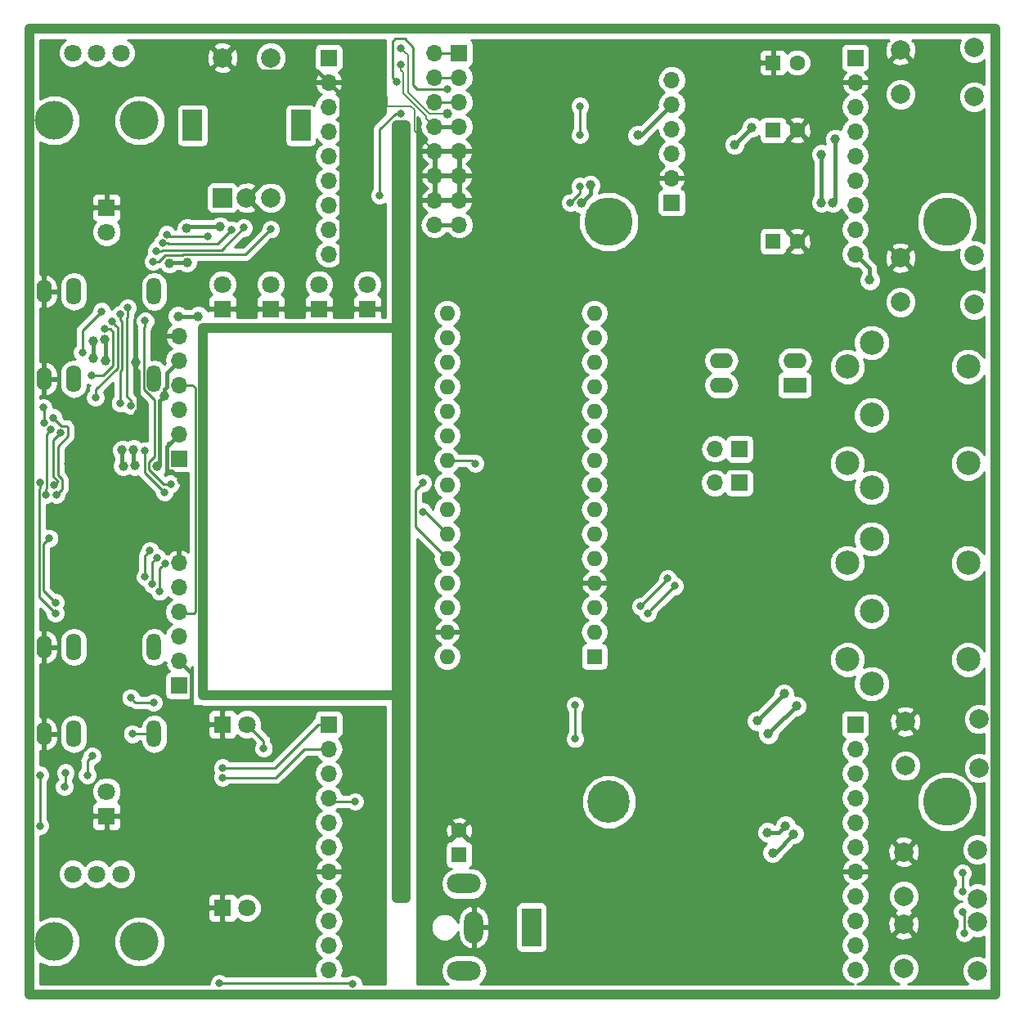
<source format=gbr>
%TF.GenerationSoftware,KiCad,Pcbnew,(5.0.0)*%
%TF.CreationDate,2019-02-05T18:13:41+01:00*%
%TF.ProjectId,Kicad-Midi2CV2,4B696361642D4D696469324356322E6B,Rev B*%
%TF.SameCoordinates,Original*%
%TF.FileFunction,Copper,L1,Top,Signal*%
%TF.FilePolarity,Positive*%
%FSLAX46Y46*%
G04 Gerber Fmt 4.6, Leading zero omitted, Abs format (unit mm)*
G04 Created by KiCad (PCBNEW (5.0.0)) date 02/05/19 18:13:41*
%MOMM*%
%LPD*%
G01*
G04 APERTURE LIST*
%ADD10C,1.000000*%
%ADD11R,1.600000X1.600000*%
%ADD12O,1.600000X1.600000*%
%ADD13O,1.600000X2.800000*%
%ADD14O,1.600000X2.400000*%
%ADD15O,1.500000X2.800000*%
%ADD16C,2.000000*%
%ADD17C,1.600000*%
%ADD18O,1.700000X1.700000*%
%ADD19R,1.700000X1.700000*%
%ADD20R,2.400000X1.600000*%
%ADD21O,2.400000X1.600000*%
%ADD22R,2.000000X4.000000*%
%ADD23O,2.000000X3.300000*%
%ADD24O,3.500000X2.000000*%
%ADD25C,2.500000*%
%ADD26C,1.800000*%
%ADD27C,4.000000*%
%ADD28R,1.800000X1.800000*%
%ADD29R,2.000000X3.200000*%
%ADD30R,2.000000X2.000000*%
%ADD31C,0.800000*%
%ADD32C,5.000000*%
%ADD33C,4.400000*%
%ADD34C,0.700000*%
%ADD35C,1.000000*%
%ADD36C,0.400000*%
%ADD37C,0.200000*%
%ADD38C,0.250000*%
%ADD39C,0.254000*%
G04 APERTURE END LIST*
D10*
X138000000Y-119000000D02*
X138000000Y-81000000D01*
X118000000Y-119000000D02*
X138000000Y-119000000D01*
X118000000Y-81000000D02*
X118000000Y-119000000D01*
X138000000Y-81000000D02*
X118000000Y-81000000D01*
X138000000Y-140000000D02*
X139000000Y-140000000D01*
X138000000Y-60000000D02*
X139000000Y-60000000D01*
X139000000Y-140000000D02*
X139000000Y-60000000D01*
X138000000Y-60000000D02*
X138000000Y-140000000D01*
X200000000Y-50000000D02*
X100000000Y-50000000D01*
X200000000Y-150000000D02*
X200000000Y-50000000D01*
X100000000Y-150000000D02*
X200000000Y-150000000D01*
X100000000Y-50000000D02*
X100000000Y-150000000D01*
D11*
X158500000Y-115000000D03*
D12*
X143260000Y-81980000D03*
X158500000Y-112460000D03*
X143260000Y-84520000D03*
X158500000Y-109920000D03*
X143260000Y-87060000D03*
X158500000Y-107380000D03*
X143260000Y-89600000D03*
X158500000Y-104840000D03*
X143260000Y-92140000D03*
X158500000Y-102300000D03*
X143260000Y-94680000D03*
X158500000Y-99760000D03*
X143260000Y-97220000D03*
X158500000Y-97220000D03*
X143260000Y-99760000D03*
X158500000Y-94680000D03*
X143260000Y-102300000D03*
X158500000Y-92140000D03*
X143260000Y-104840000D03*
X158500000Y-89600000D03*
X143260000Y-107380000D03*
X158500000Y-87060000D03*
X143260000Y-109920000D03*
X158500000Y-84520000D03*
X143260000Y-112460000D03*
X158500000Y-81980000D03*
X143260000Y-115000000D03*
X158500000Y-79440000D03*
X143260000Y-79440000D03*
D13*
X104620000Y-86235000D03*
D14*
X101520000Y-86235000D03*
D15*
X112920000Y-86235000D03*
X112920000Y-77200000D03*
D14*
X101520000Y-77200000D03*
D13*
X104620000Y-77200000D03*
D16*
X190690000Y-121714000D03*
X190690000Y-126286000D03*
X198310000Y-121460000D03*
X198310000Y-126540000D03*
X190524476Y-142714000D03*
X190524476Y-147286000D03*
X198144476Y-142460000D03*
X198144476Y-147540000D03*
X190524476Y-135214000D03*
X190524476Y-139786000D03*
X198144476Y-134960000D03*
X198144476Y-140040000D03*
X190190000Y-52214000D03*
X190190000Y-56786000D03*
X197810000Y-51960000D03*
X197810000Y-57040000D03*
X190190000Y-73714000D03*
X190190000Y-78286000D03*
X197810000Y-73460000D03*
X197810000Y-78540000D03*
D11*
X144500000Y-135500000D03*
D17*
X144500000Y-133000000D03*
D18*
X115500000Y-105300000D03*
X115500000Y-107840000D03*
X115500000Y-110380000D03*
X115500000Y-112920000D03*
X115500000Y-115460000D03*
D19*
X115500000Y-118000000D03*
X115500000Y-94500000D03*
D18*
X115500000Y-91960000D03*
X115500000Y-89420000D03*
X115500000Y-86880000D03*
X115500000Y-84340000D03*
X115500000Y-81800000D03*
D20*
X179235000Y-86885000D03*
D21*
X171615000Y-84345000D03*
X179235000Y-84345000D03*
X171615000Y-86885000D03*
D11*
X177000000Y-72000000D03*
D17*
X179500000Y-72000000D03*
X179500000Y-53500000D03*
D11*
X177000000Y-53500000D03*
D19*
X144500000Y-52500000D03*
D18*
X141960000Y-52500000D03*
X144500000Y-55040000D03*
X141960000Y-55040000D03*
X144500000Y-57580000D03*
X141960000Y-57580000D03*
X144500000Y-60120000D03*
X141960000Y-60120000D03*
X144500000Y-62660000D03*
X141960000Y-62660000D03*
X144500000Y-65200000D03*
X141960000Y-65200000D03*
X144500000Y-67740000D03*
X141960000Y-67740000D03*
X144500000Y-70280000D03*
X141960000Y-70280000D03*
D22*
X152000000Y-143000000D03*
D23*
X146000000Y-143000000D03*
D24*
X145000000Y-138500000D03*
X145000000Y-147500000D03*
D25*
X197205000Y-115300000D03*
X197205000Y-105300000D03*
X184705000Y-115300000D03*
X187205000Y-102800000D03*
X187205000Y-110300000D03*
X184705000Y-105300000D03*
X187205000Y-117800000D03*
X187205000Y-97480000D03*
X184705000Y-84980000D03*
X187205000Y-89980000D03*
X187205000Y-82480000D03*
X184705000Y-94980000D03*
X197205000Y-84980000D03*
X197205000Y-94980000D03*
D18*
X170960000Y-97000000D03*
D19*
X173500000Y-97000000D03*
X173540000Y-93500000D03*
D18*
X171000000Y-93500000D03*
D11*
X177000000Y-60500000D03*
D17*
X179500000Y-60500000D03*
D19*
X166500000Y-68000000D03*
D18*
X166500000Y-65460000D03*
X166500000Y-62920000D03*
X166500000Y-60380000D03*
X166500000Y-57840000D03*
X166500000Y-55300000D03*
D15*
X112920000Y-114000000D03*
D14*
X101520000Y-114000000D03*
D13*
X104620000Y-114000000D03*
X104620000Y-123000000D03*
D14*
X101520000Y-123000000D03*
D15*
X112920000Y-123000000D03*
D26*
X109500000Y-137500000D03*
X107000000Y-137500000D03*
X104500000Y-137500000D03*
D27*
X111400000Y-144500000D03*
X102600000Y-144500000D03*
X102600000Y-59500000D03*
X111400000Y-59500000D03*
D26*
X104500000Y-52500000D03*
X107000000Y-52500000D03*
X109500000Y-52500000D03*
X120000000Y-76460000D03*
D28*
X120000000Y-79000000D03*
D26*
X125000000Y-76460000D03*
D28*
X125000000Y-79000000D03*
X130000000Y-79000000D03*
D26*
X130000000Y-76460000D03*
D28*
X135000000Y-79000000D03*
D26*
X135000000Y-76460000D03*
D28*
X120000000Y-122000000D03*
D26*
X122540000Y-122000000D03*
X122540000Y-141000000D03*
D28*
X120000000Y-141000000D03*
X108000000Y-131500000D03*
D26*
X108000000Y-128960000D03*
X108000000Y-71040000D03*
D28*
X108000000Y-68500000D03*
D19*
X131000000Y-122000000D03*
D18*
X131000000Y-124540000D03*
X131000000Y-127080000D03*
X131000000Y-129620000D03*
X131000000Y-132160000D03*
X131000000Y-134700000D03*
X131000000Y-137240000D03*
X131000000Y-139780000D03*
X131000000Y-142320000D03*
X131000000Y-144860000D03*
X131000000Y-147400000D03*
D19*
X131000000Y-53000000D03*
D18*
X131000000Y-55540000D03*
X131000000Y-58080000D03*
X131000000Y-60620000D03*
X131000000Y-63160000D03*
X131000000Y-65700000D03*
X131000000Y-68240000D03*
X131000000Y-70780000D03*
X131000000Y-73320000D03*
D19*
X185500000Y-122000000D03*
D18*
X185500000Y-124540000D03*
X185500000Y-127080000D03*
X185500000Y-129620000D03*
X185500000Y-132160000D03*
X185500000Y-134700000D03*
X185500000Y-137240000D03*
X185500000Y-139780000D03*
X185500000Y-142320000D03*
X185500000Y-144860000D03*
X185500000Y-147400000D03*
D19*
X185500000Y-53000000D03*
D18*
X185500000Y-55540000D03*
X185500000Y-58080000D03*
X185500000Y-60620000D03*
X185500000Y-63160000D03*
X185500000Y-65700000D03*
X185500000Y-68240000D03*
X185500000Y-70780000D03*
X185500000Y-73320000D03*
D16*
X125000000Y-53000000D03*
X120000000Y-53000000D03*
D29*
X128100000Y-60000000D03*
X116900000Y-60000000D03*
D16*
X125000000Y-67500000D03*
X122500000Y-67500000D03*
D30*
X120000000Y-67500000D03*
D31*
X196325825Y-128674175D03*
X195000000Y-128125000D03*
X193674175Y-128674175D03*
X193125000Y-130000000D03*
X193674175Y-131325825D03*
X195000000Y-131875000D03*
X196325825Y-131325825D03*
X196875000Y-130000000D03*
D32*
X195000000Y-130000000D03*
X195000000Y-70000000D03*
D31*
X196875000Y-70000000D03*
X196325825Y-71325825D03*
X195000000Y-71875000D03*
X193674175Y-71325825D03*
X193125000Y-70000000D03*
X193674175Y-68674175D03*
X195000000Y-68125000D03*
X196325825Y-68674175D03*
D32*
X160000000Y-70000000D03*
D31*
X161875000Y-70000000D03*
X161325825Y-71325825D03*
X160000000Y-71875000D03*
X158674175Y-71325825D03*
X158125000Y-70000000D03*
X158674175Y-68674175D03*
X160000000Y-68125000D03*
X161325825Y-68674175D03*
D33*
X160000000Y-130000000D03*
D34*
X161650000Y-130000000D03*
X161166726Y-131166726D03*
X160000000Y-131650000D03*
X158833274Y-131166726D03*
X158350000Y-130000000D03*
X158833274Y-128833274D03*
X160000000Y-128350000D03*
X161166726Y-128833274D03*
D35*
X111019990Y-84500000D03*
D31*
X104000000Y-95000000D03*
D35*
X110000000Y-101000000D03*
X104500000Y-109000000D03*
X167000000Y-139500000D03*
X172043046Y-129928256D03*
X167825000Y-123000000D03*
X174000000Y-81000000D03*
X177000000Y-104000000D03*
X182000000Y-111000000D03*
X148000000Y-110000000D03*
X191939325Y-85060675D03*
X111325010Y-89879460D03*
X115750000Y-96750000D03*
X108111789Y-125674990D03*
D31*
X101100000Y-127250000D03*
X101100000Y-132500000D03*
X119668252Y-148831748D03*
X133500000Y-148900000D03*
X133725000Y-130000000D03*
X118500000Y-71500000D03*
X114235186Y-71297072D03*
X106475000Y-85877231D03*
X107796851Y-81035326D03*
X101749998Y-98250000D03*
X102250000Y-91500000D03*
X120915110Y-70840840D03*
X113789118Y-72192085D03*
X106855561Y-88169744D03*
X108550459Y-80297865D03*
X102699990Y-110500000D03*
X103269163Y-91829512D03*
X101100028Y-97000000D03*
X102550040Y-97243826D03*
X103637372Y-128450011D03*
X103750000Y-127000000D03*
X146160047Y-95000000D03*
X196600004Y-137400000D03*
X196800000Y-143600000D03*
X196600000Y-141400000D03*
X196600000Y-139325010D03*
X112750000Y-107500000D03*
X114000000Y-98000000D03*
X113244284Y-104745806D03*
X122187324Y-70600033D03*
X113166525Y-72974646D03*
X109401429Y-88773189D03*
X112000000Y-93658953D03*
X109414868Y-79528153D03*
X120000000Y-127500000D03*
X113500000Y-108249994D03*
X114050472Y-105337487D03*
X112810879Y-74094777D03*
X110500000Y-89000000D03*
X110178498Y-78882480D03*
X120000000Y-126500000D03*
X125000000Y-70750000D03*
X114635695Y-97108243D03*
X112000000Y-106750000D03*
X112500000Y-104000000D03*
X112000000Y-80250000D03*
X110500000Y-119250000D03*
X112850034Y-119750000D03*
X156500000Y-123500000D03*
X156500000Y-120000000D03*
D35*
X114000000Y-88000000D03*
X183416636Y-61416637D03*
X183200013Y-68000000D03*
X119750000Y-70500000D03*
X116316543Y-70674990D03*
X113250000Y-95250000D03*
D31*
X143250000Y-56250000D03*
X136250000Y-67250000D03*
X138500000Y-58750000D03*
X138000000Y-55500000D03*
D35*
X163000000Y-61020000D03*
X158094543Y-66190545D03*
X157133365Y-68033362D03*
D31*
X110669967Y-123000000D03*
X140749979Y-100000000D03*
X140749979Y-97000000D03*
X164000000Y-110500000D03*
X166830857Y-107669142D03*
X157000000Y-66299999D03*
X157000000Y-61000000D03*
X157000000Y-58000000D03*
X156000000Y-68000000D03*
X163292892Y-109792892D03*
X166080857Y-106919143D03*
X107500000Y-79250000D03*
X105500000Y-83500000D03*
X102500000Y-90250000D03*
X102805689Y-98210598D03*
X102074999Y-102750000D03*
X102699990Y-109387352D03*
X106000000Y-127250000D03*
X106500000Y-125250000D03*
D35*
X110815380Y-93558889D03*
X110924990Y-95208962D03*
X175348431Y-121651569D03*
X178151568Y-118848432D03*
X187000000Y-76000000D03*
X182000000Y-68000000D03*
X182000000Y-63000000D03*
X115399978Y-79754683D03*
X117500000Y-79750000D03*
X116342847Y-74180830D03*
X114500000Y-74250002D03*
X107858669Y-84401859D03*
X107772538Y-82135070D03*
X176400000Y-133200000D03*
X178283371Y-132516629D03*
D31*
X138500000Y-53750000D03*
D35*
X109616072Y-93599989D03*
X109725709Y-95250848D03*
X174810675Y-60189326D03*
X173000000Y-62000000D03*
X176500000Y-123000000D03*
X179401567Y-120098431D03*
X106592421Y-82352677D03*
X106597889Y-84068320D03*
X176957458Y-135300023D03*
X179131908Y-133365166D03*
X143250000Y-58750000D03*
D31*
X138500000Y-51999996D03*
X124250000Y-124500000D03*
X101550020Y-90757689D03*
X101446204Y-89205472D03*
D36*
X101520000Y-123400000D02*
X101520000Y-123000000D01*
X131849999Y-56389999D02*
X131000000Y-55540000D01*
X132250001Y-56790001D02*
X131849999Y-56389999D01*
X132250001Y-77550001D02*
X132250001Y-56790001D01*
X133700000Y-79000000D02*
X132250001Y-77550001D01*
X135000000Y-79000000D02*
X133700000Y-79000000D01*
X141960000Y-65200000D02*
X144500000Y-65200000D01*
X141960000Y-67740000D02*
X144500000Y-67740000D01*
X141960000Y-62660000D02*
X144500000Y-62660000D01*
X141960000Y-67740000D02*
X141960000Y-62660000D01*
X144500000Y-67740000D02*
X144500000Y-62660000D01*
X118700000Y-122000000D02*
X120000000Y-122000000D01*
X116750001Y-120050001D02*
X118700000Y-122000000D01*
X116750001Y-116710001D02*
X116750001Y-120050001D01*
X115500000Y-115460000D02*
X116750001Y-116710001D01*
X120000000Y-79000000D02*
X125000000Y-79000000D01*
X125000000Y-79000000D02*
X130000000Y-79000000D01*
X130000000Y-79000000D02*
X135000000Y-79000000D01*
X120999999Y-53999999D02*
X120000000Y-53000000D01*
X121400001Y-54400001D02*
X120999999Y-53999999D01*
X129860001Y-54400001D02*
X121400001Y-54400001D01*
X131000000Y-55540000D02*
X129860001Y-54400001D01*
X111019990Y-84500000D02*
X111019990Y-85207106D01*
X111019990Y-85207106D02*
X111300002Y-85487118D01*
X111325010Y-89172354D02*
X111325010Y-89879460D01*
X111300002Y-85487118D02*
X111300002Y-89147346D01*
X111300002Y-89147346D02*
X111325010Y-89172354D01*
X114750001Y-95750001D02*
X115750000Y-96750000D01*
X114329999Y-95750001D02*
X114750001Y-95750001D01*
X114249999Y-95670001D02*
X114329999Y-95750001D01*
X115500000Y-91960000D02*
X114249999Y-93210001D01*
X114249999Y-93210001D02*
X114249999Y-95670001D01*
X132202081Y-55540000D02*
X131000000Y-55540000D01*
D37*
X135540000Y-55540000D02*
X132202081Y-55540000D01*
X139900010Y-60600010D02*
X139900010Y-58400010D01*
X141960000Y-62660000D02*
X139900010Y-60600010D01*
X139900010Y-58400010D02*
X139500000Y-58000000D01*
X139500000Y-58000000D02*
X137000000Y-58000000D01*
X137000000Y-58000000D02*
X137000000Y-57000000D01*
X137000000Y-57000000D02*
X135540000Y-55540000D01*
D38*
X101100000Y-127250000D02*
X101100000Y-132500000D01*
X119668252Y-148831748D02*
X133431748Y-148831748D01*
X133431748Y-148831748D02*
X133500000Y-148900000D01*
X131380000Y-130000000D02*
X131000000Y-129620000D01*
X133725000Y-130000000D02*
X131380000Y-130000000D01*
X118500000Y-71500000D02*
X114438114Y-71500000D01*
X114438114Y-71500000D02*
X114235186Y-71297072D01*
X108683670Y-81356460D02*
X108362536Y-81035326D01*
X108683670Y-84839107D02*
X108683670Y-81356460D01*
X106475000Y-85877231D02*
X107645546Y-85877231D01*
X108362536Y-81035326D02*
X107796851Y-81035326D01*
X107645546Y-85877231D02*
X108683670Y-84839107D01*
X101749998Y-98250000D02*
X101749998Y-97684315D01*
X101799989Y-91950011D02*
X101850001Y-91899999D01*
X101850001Y-91899999D02*
X102250000Y-91500000D01*
X101825030Y-97609283D02*
X101825030Y-96211441D01*
X101825030Y-96211441D02*
X101799989Y-96186400D01*
X101799989Y-96186400D02*
X101799989Y-91950011D01*
X101749998Y-97684315D02*
X101825030Y-97609283D01*
X119511644Y-72244306D02*
X114407024Y-72244306D01*
X114354803Y-72192085D02*
X113789118Y-72192085D01*
X120915110Y-70840840D02*
X119511644Y-72244306D01*
X114407024Y-72244306D02*
X114354803Y-72192085D01*
X109133681Y-80881087D02*
X108950458Y-80697864D01*
X109133681Y-85086264D02*
X109133681Y-80881087D01*
X108950458Y-80697864D02*
X108550459Y-80297865D01*
X106855561Y-87364384D02*
X109133681Y-85086264D01*
X106855561Y-88169744D02*
X106855561Y-87364384D01*
X102699990Y-110500000D02*
X101024997Y-108825007D01*
X101100028Y-97565685D02*
X101100028Y-97000000D01*
X101024997Y-97640716D02*
X101100028Y-97565685D01*
X101024997Y-108825007D02*
X101024997Y-97640716D01*
X102950039Y-96843827D02*
X102550040Y-97243826D01*
X102500000Y-96393788D02*
X102950039Y-96843827D01*
X103269163Y-91829512D02*
X102500000Y-92598675D01*
X102500000Y-92598675D02*
X102500000Y-96393788D01*
X103750000Y-127000000D02*
X103750000Y-128337383D01*
X103750000Y-128337383D02*
X103637372Y-128450011D01*
X145840047Y-94680000D02*
X146160047Y-95000000D01*
X143260000Y-94680000D02*
X145840047Y-94680000D01*
X196800000Y-141600000D02*
X196600000Y-141400000D01*
X196800000Y-143600000D02*
X196800000Y-141600000D01*
X196600004Y-137400000D02*
X196600004Y-139325006D01*
X196600004Y-139325006D02*
X196600000Y-139325010D01*
X112750000Y-107500000D02*
X112750000Y-105240090D01*
X112750000Y-105240090D02*
X112844285Y-105145805D01*
X112844285Y-105145805D02*
X113244284Y-104745806D01*
X122187324Y-70600033D02*
X119881540Y-72905817D01*
X113732210Y-72974646D02*
X113166525Y-72974646D01*
X115652211Y-72971216D02*
X113735640Y-72971216D01*
X115717610Y-72905817D02*
X115652211Y-72971216D01*
X119881540Y-72905817D02*
X115717610Y-72905817D01*
X113735640Y-72971216D02*
X113732210Y-72974646D01*
X109401429Y-88773189D02*
X109401429Y-85454927D01*
X109401429Y-85454927D02*
X109583692Y-85272664D01*
X109414868Y-80093838D02*
X109414868Y-79528153D01*
X109583692Y-80262662D02*
X109414868Y-80093838D01*
X109583692Y-85272664D02*
X109583692Y-80262662D01*
X112000000Y-94224638D02*
X111974987Y-94249651D01*
X113600001Y-97600001D02*
X114000000Y-98000000D01*
X112000000Y-93658953D02*
X112000000Y-94224638D01*
X111974987Y-94249651D02*
X111974987Y-95974987D01*
X111974987Y-95974987D02*
X113600001Y-97600001D01*
X120565685Y-127500000D02*
X120000000Y-127500000D01*
X125500000Y-127500000D02*
X120565685Y-127500000D01*
X131000000Y-124540000D02*
X128460000Y-124540000D01*
X128460000Y-124540000D02*
X125500000Y-127500000D01*
X113650473Y-105737486D02*
X114050472Y-105337487D01*
X113500000Y-105887959D02*
X113650473Y-105737486D01*
X113500000Y-108249994D02*
X113500000Y-105887959D01*
X110139044Y-79876981D02*
X110178498Y-79837527D01*
X110178498Y-79448165D02*
X110178498Y-78882480D01*
X110500000Y-88434315D02*
X110139044Y-88073359D01*
X110500000Y-89000000D02*
X110500000Y-88434315D01*
X110139044Y-88073359D02*
X110139044Y-79876981D01*
X110178498Y-79837527D02*
X110178498Y-79448165D01*
X120565685Y-126500000D02*
X120000000Y-126500000D01*
X129900000Y-122000000D02*
X125400000Y-126500000D01*
X131000000Y-122000000D02*
X129900000Y-122000000D01*
X125400000Y-126500000D02*
X120565685Y-126500000D01*
X112810879Y-74094777D02*
X113376564Y-74094777D01*
X115838611Y-73421227D02*
X115904010Y-73355828D01*
X113376564Y-74094777D02*
X114050114Y-73421227D01*
X115904010Y-73355828D02*
X122394172Y-73355828D01*
X122394172Y-73355828D02*
X124600001Y-71149999D01*
X124600001Y-71149999D02*
X125000000Y-70750000D01*
X114050114Y-73421227D02*
X115838611Y-73421227D01*
X112000000Y-104500000D02*
X112100001Y-104399999D01*
X112100001Y-104399999D02*
X112500000Y-104000000D01*
X112000000Y-106750000D02*
X112000000Y-104500000D01*
X112974989Y-94304007D02*
X112974989Y-88460282D01*
X113887239Y-97108243D02*
X112424998Y-95646002D01*
X112974989Y-88460282D02*
X111844990Y-87330283D01*
X111844990Y-87330283D02*
X111844990Y-80970695D01*
X111844990Y-80970695D02*
X112000000Y-80815685D01*
X112424998Y-94853998D02*
X112974989Y-94304007D01*
X112424998Y-95646002D02*
X112424998Y-94853998D01*
X112000000Y-80815685D02*
X112000000Y-80250000D01*
X114635695Y-97108243D02*
X113887239Y-97108243D01*
X112850034Y-119750000D02*
X111000000Y-119750000D01*
X110899999Y-119649999D02*
X110500000Y-119250000D01*
X111000000Y-119750000D02*
X110899999Y-119649999D01*
X156500000Y-123500000D02*
X156500000Y-120000000D01*
D36*
X114650001Y-85189999D02*
X115500000Y-84340000D01*
X114249999Y-85590001D02*
X114650001Y-85189999D01*
X114249999Y-87042895D02*
X114249999Y-85590001D01*
X114000000Y-87292894D02*
X114249999Y-87042895D01*
X114000000Y-88000000D02*
X114000000Y-87292894D01*
X183416636Y-67783377D02*
X183200013Y-68000000D01*
X183416636Y-61416637D02*
X183416636Y-67783377D01*
X116491533Y-70500000D02*
X116316543Y-70674990D01*
X119750000Y-70500000D02*
X116491533Y-70500000D01*
X113500000Y-95000000D02*
X113250000Y-95250000D01*
X114000000Y-88000000D02*
X113500000Y-88500000D01*
X113500000Y-88500000D02*
X113500000Y-95000000D01*
D38*
X136250000Y-67250000D02*
X136250000Y-60434315D01*
X136250000Y-60434315D02*
X137934315Y-58750000D01*
X137934315Y-58750000D02*
X138500000Y-58750000D01*
X138848001Y-51024999D02*
X137901999Y-51024999D01*
X140137060Y-56250000D02*
X139750000Y-55862940D01*
X139750000Y-55862940D02*
X139750000Y-51926998D01*
X137901999Y-51024999D02*
X137600001Y-51326997D01*
X137600001Y-55100001D02*
X138000000Y-55500000D01*
X137600001Y-51326997D02*
X137600001Y-55100001D01*
X143250000Y-56250000D02*
X140137060Y-56250000D01*
X139750000Y-51926998D02*
X138848001Y-51024999D01*
D36*
X166500000Y-57840000D02*
X163320000Y-61020000D01*
X163320000Y-61020000D02*
X163000000Y-61020000D01*
X158094543Y-66190545D02*
X158094543Y-67072184D01*
X158094543Y-67072184D02*
X157133365Y-68033362D01*
D38*
X112920000Y-123000000D02*
X110669967Y-123000000D01*
X140960000Y-100000000D02*
X140749979Y-100000000D01*
X143260000Y-102300000D02*
X140960000Y-100000000D01*
X140000000Y-97749979D02*
X140349980Y-97399999D01*
X140349980Y-97399999D02*
X140749979Y-97000000D01*
X140000000Y-101580000D02*
X140000000Y-97749979D01*
X143260000Y-104840000D02*
X140000000Y-101580000D01*
X141960000Y-52500000D02*
X144500000Y-52500000D01*
X141960000Y-55040000D02*
X144500000Y-55040000D01*
X164000000Y-110500000D02*
X164399999Y-110100000D01*
X164399999Y-110100000D02*
X166830857Y-107669142D01*
X157000000Y-61000000D02*
X157000000Y-58000000D01*
X157000000Y-67000000D02*
X156399999Y-67600001D01*
X157000000Y-66299999D02*
X157000000Y-67000000D01*
X156399999Y-67600001D02*
X156000000Y-68000000D01*
X163292892Y-109792892D02*
X166080857Y-107004927D01*
X166080857Y-107004927D02*
X166080857Y-106919143D01*
X115620000Y-110500000D02*
X115500000Y-110380000D01*
X117000000Y-110500000D02*
X115620000Y-110500000D01*
X117174990Y-110325010D02*
X117000000Y-110500000D01*
X117174990Y-87174990D02*
X117174990Y-110325010D01*
X115500000Y-86880000D02*
X116880000Y-86880000D01*
X116880000Y-86880000D02*
X117174990Y-87174990D01*
X107500000Y-79250000D02*
X105500000Y-81250000D01*
X105500000Y-82934315D02*
X105500000Y-83500000D01*
X105500000Y-81250000D02*
X105500000Y-82934315D01*
X103354511Y-91104511D02*
X103854511Y-91104511D01*
X102500000Y-90250000D02*
X103354511Y-91104511D01*
X103994164Y-92177513D02*
X102950010Y-93221667D01*
X103854511Y-91104511D02*
X103994164Y-91244164D01*
X103994164Y-91244164D02*
X103994164Y-92177513D01*
X103400048Y-97616239D02*
X102805689Y-98210598D01*
X103400048Y-96657426D02*
X103400048Y-97616239D01*
X102950010Y-93221667D02*
X102950010Y-96207388D01*
X102950010Y-96207388D02*
X103400048Y-96657426D01*
X102074999Y-102750000D02*
X101500000Y-103324999D01*
X101500000Y-103324999D02*
X101500000Y-108187362D01*
X101500000Y-108187362D02*
X102699990Y-109387352D01*
X106000000Y-125750000D02*
X106100001Y-125649999D01*
X106100001Y-125649999D02*
X106500000Y-125250000D01*
X106000000Y-127250000D02*
X106000000Y-125750000D01*
D36*
X110815380Y-95099352D02*
X110924990Y-95208962D01*
X110815380Y-93558889D02*
X110815380Y-95099352D01*
X141960000Y-60120000D02*
X144500000Y-60120000D01*
X175348431Y-121651569D02*
X178151568Y-118848432D01*
X187000000Y-75292894D02*
X187000000Y-76000000D01*
X185500000Y-73320000D02*
X187000000Y-74820000D01*
X187000000Y-74820000D02*
X187000000Y-75292894D01*
X182000000Y-67292894D02*
X182000000Y-63000000D01*
X182000000Y-68000000D02*
X182000000Y-67292894D01*
X115404661Y-79750000D02*
X115399978Y-79754683D01*
X117500000Y-79750000D02*
X115404661Y-79750000D01*
X116342847Y-74180830D02*
X114569172Y-74180830D01*
X114569172Y-74180830D02*
X114500000Y-74250002D01*
X107858669Y-84401859D02*
X107858669Y-82221201D01*
X107858669Y-82221201D02*
X107772538Y-82135070D01*
X177600000Y-133200000D02*
X178283371Y-132516629D01*
X176400000Y-133200000D02*
X177600000Y-133200000D01*
D37*
X138700001Y-54515686D02*
X138500000Y-54315685D01*
X138500000Y-54315685D02*
X138500000Y-53750000D01*
X138700001Y-56634301D02*
X138700001Y-54515686D01*
X141110001Y-59044301D02*
X138700001Y-56634301D01*
X141110001Y-59270001D02*
X141110001Y-59044301D01*
X141960000Y-60120000D02*
X141110001Y-59270001D01*
D36*
X109616072Y-95141211D02*
X109725709Y-95250848D01*
X109616072Y-93599989D02*
X109616072Y-95141211D01*
X141960000Y-70280000D02*
X144500000Y-70280000D01*
X173499999Y-61500001D02*
X173000000Y-62000000D01*
X174810675Y-60189326D02*
X173499999Y-61500001D01*
X176500000Y-123000000D02*
X176999999Y-122499999D01*
X176999999Y-122499999D02*
X179401567Y-120098431D01*
X106597889Y-84068320D02*
X106597889Y-82358145D01*
X106597889Y-82358145D02*
X106592421Y-82352677D01*
X177197051Y-135300023D02*
X179131908Y-133365166D01*
X176957458Y-135300023D02*
X177197051Y-135300023D01*
D37*
X143250000Y-58750000D02*
X142529002Y-58750000D01*
X139200002Y-56559004D02*
X139200002Y-52699998D01*
X141395999Y-58755001D02*
X139200002Y-56559004D01*
X142524001Y-58755001D02*
X141395999Y-58755001D01*
X138899999Y-52399995D02*
X138500000Y-51999996D01*
X139200002Y-52699998D02*
X138899999Y-52399995D01*
D38*
X124250000Y-123710000D02*
X124250000Y-123934315D01*
X124250000Y-123934315D02*
X124250000Y-124500000D01*
X122540000Y-122000000D02*
X124250000Y-123710000D01*
X101550020Y-90757689D02*
X101550020Y-89309288D01*
X101550020Y-89309288D02*
X101446204Y-89205472D01*
X141960000Y-57580000D02*
X144500000Y-57580000D01*
D39*
G36*
X103630493Y-51198690D02*
X103198690Y-51630493D01*
X102965000Y-52194670D01*
X102965000Y-52805330D01*
X103198690Y-53369507D01*
X103630493Y-53801310D01*
X104194670Y-54035000D01*
X104805330Y-54035000D01*
X105369507Y-53801310D01*
X105750000Y-53420817D01*
X106130493Y-53801310D01*
X106694670Y-54035000D01*
X107305330Y-54035000D01*
X107869507Y-53801310D01*
X108250000Y-53420817D01*
X108630493Y-53801310D01*
X109194670Y-54035000D01*
X109805330Y-54035000D01*
X110369507Y-53801310D01*
X110801310Y-53369507D01*
X111035000Y-52805330D01*
X111035000Y-52735461D01*
X118354092Y-52735461D01*
X118378144Y-53385460D01*
X118580613Y-53874264D01*
X118847468Y-53972927D01*
X119820395Y-53000000D01*
X120179605Y-53000000D01*
X121152532Y-53972927D01*
X121419387Y-53874264D01*
X121645908Y-53264539D01*
X121624085Y-52674778D01*
X123365000Y-52674778D01*
X123365000Y-53325222D01*
X123613914Y-53926153D01*
X124073847Y-54386086D01*
X124674778Y-54635000D01*
X125325222Y-54635000D01*
X125926153Y-54386086D01*
X126386086Y-53926153D01*
X126635000Y-53325222D01*
X126635000Y-52674778D01*
X126417630Y-52150000D01*
X129502560Y-52150000D01*
X129502560Y-53850000D01*
X129551843Y-54097765D01*
X129692191Y-54307809D01*
X129902235Y-54448157D01*
X130005708Y-54468739D01*
X129728355Y-54773076D01*
X129558524Y-55183110D01*
X129679845Y-55413000D01*
X130873000Y-55413000D01*
X130873000Y-55393000D01*
X131127000Y-55393000D01*
X131127000Y-55413000D01*
X132320155Y-55413000D01*
X132441476Y-55183110D01*
X132271645Y-54773076D01*
X131994292Y-54468739D01*
X132097765Y-54448157D01*
X132307809Y-54307809D01*
X132448157Y-54097765D01*
X132497440Y-53850000D01*
X132497440Y-52150000D01*
X132448157Y-51902235D01*
X132307809Y-51692191D01*
X132097765Y-51551843D01*
X131850000Y-51502560D01*
X130150000Y-51502560D01*
X129902235Y-51551843D01*
X129692191Y-51692191D01*
X129551843Y-51902235D01*
X129502560Y-52150000D01*
X126417630Y-52150000D01*
X126386086Y-52073847D01*
X125926153Y-51613914D01*
X125325222Y-51365000D01*
X124674778Y-51365000D01*
X124073847Y-51613914D01*
X123613914Y-52073847D01*
X123365000Y-52674778D01*
X121624085Y-52674778D01*
X121621856Y-52614540D01*
X121419387Y-52125736D01*
X121152532Y-52027073D01*
X120179605Y-53000000D01*
X119820395Y-53000000D01*
X118847468Y-52027073D01*
X118580613Y-52125736D01*
X118354092Y-52735461D01*
X111035000Y-52735461D01*
X111035000Y-52194670D01*
X110891185Y-51847468D01*
X119027073Y-51847468D01*
X120000000Y-52820395D01*
X120972927Y-51847468D01*
X120874264Y-51580613D01*
X120264539Y-51354092D01*
X119614540Y-51378144D01*
X119125736Y-51580613D01*
X119027073Y-51847468D01*
X110891185Y-51847468D01*
X110801310Y-51630493D01*
X110369507Y-51198690D01*
X110215746Y-51135000D01*
X136863303Y-51135000D01*
X136840001Y-51252146D01*
X136840001Y-51252150D01*
X136825113Y-51326997D01*
X136840001Y-51401844D01*
X136840002Y-55025149D01*
X136825113Y-55100001D01*
X136873000Y-55340745D01*
X136873000Y-58736513D01*
X135765528Y-59843986D01*
X135702072Y-59886386D01*
X135659672Y-59949842D01*
X135659671Y-59949843D01*
X135534097Y-60137778D01*
X135475112Y-60434315D01*
X135490001Y-60509167D01*
X135490000Y-66546289D01*
X135372569Y-66663720D01*
X135215000Y-67044126D01*
X135215000Y-67455874D01*
X135372569Y-67836280D01*
X135663720Y-68127431D01*
X136044126Y-68285000D01*
X136455874Y-68285000D01*
X136836280Y-68127431D01*
X136865000Y-68098711D01*
X136865000Y-79865000D01*
X136535000Y-79865000D01*
X136535000Y-79285750D01*
X136376250Y-79127000D01*
X135127000Y-79127000D01*
X135127000Y-79147000D01*
X134873000Y-79147000D01*
X134873000Y-79127000D01*
X133623750Y-79127000D01*
X133465000Y-79285750D01*
X133465000Y-79865000D01*
X131535000Y-79865000D01*
X131535000Y-79285750D01*
X131376250Y-79127000D01*
X130127000Y-79127000D01*
X130127000Y-79147000D01*
X129873000Y-79147000D01*
X129873000Y-79127000D01*
X128623750Y-79127000D01*
X128465000Y-79285750D01*
X128465000Y-79865000D01*
X126535000Y-79865000D01*
X126535000Y-79285750D01*
X126376250Y-79127000D01*
X125127000Y-79127000D01*
X125127000Y-79147000D01*
X124873000Y-79147000D01*
X124873000Y-79127000D01*
X123623750Y-79127000D01*
X123465000Y-79285750D01*
X123465000Y-79865000D01*
X121535000Y-79865000D01*
X121535000Y-79285750D01*
X121376250Y-79127000D01*
X120127000Y-79127000D01*
X120127000Y-79147000D01*
X119873000Y-79147000D01*
X119873000Y-79127000D01*
X118623750Y-79127000D01*
X118515358Y-79235392D01*
X118462207Y-79107074D01*
X118142926Y-78787793D01*
X117725766Y-78615000D01*
X117274234Y-78615000D01*
X116857074Y-78787793D01*
X116729867Y-78915000D01*
X116165428Y-78915000D01*
X116042904Y-78792476D01*
X115625744Y-78619683D01*
X115174212Y-78619683D01*
X114757052Y-78792476D01*
X114437771Y-79111757D01*
X114264978Y-79528917D01*
X114264978Y-79980449D01*
X114437771Y-80397609D01*
X114636563Y-80596401D01*
X114618642Y-80604817D01*
X114228355Y-81033076D01*
X114058524Y-81443110D01*
X114179845Y-81673000D01*
X115373000Y-81673000D01*
X115373000Y-81653000D01*
X115627000Y-81653000D01*
X115627000Y-81673000D01*
X115647000Y-81673000D01*
X115647000Y-81927000D01*
X115627000Y-81927000D01*
X115627000Y-81947000D01*
X115373000Y-81947000D01*
X115373000Y-81927000D01*
X114179845Y-81927000D01*
X114058524Y-82156890D01*
X114228355Y-82566924D01*
X114618642Y-82995183D01*
X114748478Y-83056157D01*
X114429375Y-83269375D01*
X114101161Y-83760582D01*
X113985908Y-84340000D01*
X114041193Y-84617939D01*
X113980266Y-84678867D01*
X113918529Y-84586471D01*
X113460400Y-84280359D01*
X112920000Y-84172867D01*
X112604990Y-84235526D01*
X112604990Y-81278216D01*
X112715904Y-81112222D01*
X112744314Y-80969397D01*
X112877431Y-80836280D01*
X113035000Y-80455874D01*
X113035000Y-80044126D01*
X112877431Y-79663720D01*
X112586280Y-79372569D01*
X112205874Y-79215000D01*
X111794126Y-79215000D01*
X111413720Y-79372569D01*
X111122569Y-79663720D01*
X110965000Y-80044126D01*
X110965000Y-80455874D01*
X111105186Y-80794314D01*
X111070102Y-80970695D01*
X111084991Y-81045547D01*
X111084990Y-87255436D01*
X111070102Y-87330283D01*
X111084990Y-87405130D01*
X111084990Y-87405134D01*
X111129086Y-87626819D01*
X111297061Y-87878212D01*
X111360520Y-87920614D01*
X112214990Y-88775085D01*
X112214989Y-92627729D01*
X112205874Y-92623953D01*
X111794126Y-92623953D01*
X111575949Y-92714325D01*
X111458306Y-92596682D01*
X111041146Y-92423889D01*
X110589614Y-92423889D01*
X110172454Y-92596682D01*
X110168740Y-92600396D01*
X109841838Y-92464989D01*
X109390306Y-92464989D01*
X108973146Y-92637782D01*
X108653865Y-92957063D01*
X108481072Y-93374223D01*
X108481072Y-93825755D01*
X108653865Y-94242915D01*
X108781072Y-94370122D01*
X108781073Y-94590351D01*
X108763502Y-94607922D01*
X108590709Y-95025082D01*
X108590709Y-95476614D01*
X108763502Y-95893774D01*
X109082783Y-96213055D01*
X109499943Y-96385848D01*
X109951475Y-96385848D01*
X110368635Y-96213055D01*
X110372897Y-96208793D01*
X110699224Y-96343962D01*
X111150756Y-96343962D01*
X111273511Y-96293115D01*
X111318797Y-96360890D01*
X111427059Y-96522916D01*
X111490515Y-96565316D01*
X112965000Y-98039802D01*
X112965000Y-98205874D01*
X113122569Y-98586280D01*
X113413720Y-98877431D01*
X113794126Y-99035000D01*
X114205874Y-99035000D01*
X114586280Y-98877431D01*
X114877431Y-98586280D01*
X115035000Y-98205874D01*
X115035000Y-98063121D01*
X115221975Y-97985674D01*
X115513126Y-97694523D01*
X115670695Y-97314117D01*
X115670695Y-96902369D01*
X115513126Y-96521963D01*
X115221975Y-96230812D01*
X114841569Y-96073243D01*
X114429821Y-96073243D01*
X114074301Y-96220504D01*
X113979465Y-96125668D01*
X114212207Y-95892926D01*
X114235482Y-95836735D01*
X114402235Y-95948157D01*
X114650000Y-95997440D01*
X116350000Y-95997440D01*
X116414990Y-95984513D01*
X116414991Y-104141722D01*
X116381358Y-104104817D01*
X115856892Y-103858514D01*
X115627000Y-103979181D01*
X115627000Y-105173000D01*
X115647000Y-105173000D01*
X115647000Y-105427000D01*
X115627000Y-105427000D01*
X115627000Y-105447000D01*
X115373000Y-105447000D01*
X115373000Y-105427000D01*
X115353000Y-105427000D01*
X115353000Y-105173000D01*
X115373000Y-105173000D01*
X115373000Y-103979181D01*
X115143108Y-103858514D01*
X114618642Y-104104817D01*
X114388582Y-104357261D01*
X114256346Y-104302487D01*
X114180931Y-104302487D01*
X114121715Y-104159526D01*
X113830564Y-103868375D01*
X113510911Y-103735971D01*
X113377431Y-103413720D01*
X113086280Y-103122569D01*
X112705874Y-102965000D01*
X112294126Y-102965000D01*
X111913720Y-103122569D01*
X111622569Y-103413720D01*
X111465000Y-103794126D01*
X111465000Y-103943433D01*
X111452072Y-103952071D01*
X111409672Y-104015527D01*
X111409671Y-104015528D01*
X111284097Y-104203463D01*
X111225112Y-104500000D01*
X111240001Y-104574852D01*
X111240000Y-106046289D01*
X111122569Y-106163720D01*
X110965000Y-106544126D01*
X110965000Y-106955874D01*
X111122569Y-107336280D01*
X111413720Y-107627431D01*
X111738175Y-107761825D01*
X111872569Y-108086280D01*
X112163720Y-108377431D01*
X112488178Y-108511826D01*
X112622569Y-108836274D01*
X112913720Y-109127425D01*
X113294126Y-109284994D01*
X113705874Y-109284994D01*
X114086280Y-109127425D01*
X114377431Y-108836274D01*
X114378297Y-108834182D01*
X114429375Y-108910625D01*
X114727761Y-109110000D01*
X114429375Y-109309375D01*
X114101161Y-109800582D01*
X113985908Y-110380000D01*
X114101161Y-110959418D01*
X114429375Y-111450625D01*
X114727761Y-111650000D01*
X114429375Y-111849375D01*
X114101161Y-112340582D01*
X114057596Y-112559599D01*
X113918529Y-112351471D01*
X113460400Y-112045359D01*
X112920000Y-111937867D01*
X112379601Y-112045359D01*
X111921472Y-112351471D01*
X111615359Y-112809600D01*
X111535000Y-113213593D01*
X111535000Y-114786406D01*
X111615359Y-115190399D01*
X111921471Y-115648528D01*
X112379600Y-115954641D01*
X112920000Y-116062133D01*
X113460399Y-115954641D01*
X113918528Y-115648529D01*
X114015000Y-115504149D01*
X114015000Y-115587002D01*
X114179844Y-115587002D01*
X114058524Y-115816890D01*
X114228355Y-116226924D01*
X114505708Y-116531261D01*
X114402235Y-116551843D01*
X114192191Y-116692191D01*
X114051843Y-116902235D01*
X114002560Y-117150000D01*
X114002560Y-118850000D01*
X114051843Y-119097765D01*
X114192191Y-119307809D01*
X114402235Y-119448157D01*
X114650000Y-119497440D01*
X116350000Y-119497440D01*
X116597765Y-119448157D01*
X116807809Y-119307809D01*
X116873000Y-119210244D01*
X116873000Y-120000000D01*
X116882667Y-120048601D01*
X116910197Y-120089803D01*
X116951399Y-120117333D01*
X117000000Y-120127000D01*
X117847998Y-120127000D01*
X117850165Y-120127431D01*
X117885558Y-120134471D01*
X117888217Y-120135000D01*
X118000000Y-120157235D01*
X118111783Y-120135000D01*
X136865001Y-120135000D01*
X136865001Y-139888212D01*
X136842765Y-140000000D01*
X136873000Y-140152002D01*
X136873000Y-148865000D01*
X134535000Y-148865000D01*
X134535000Y-148694126D01*
X134377431Y-148313720D01*
X134086280Y-148022569D01*
X133705874Y-147865000D01*
X133294126Y-147865000D01*
X132913720Y-148022569D01*
X132864541Y-148071748D01*
X132337146Y-148071748D01*
X132398839Y-147979418D01*
X132514092Y-147400000D01*
X132398839Y-146820582D01*
X132070625Y-146329375D01*
X131772239Y-146130000D01*
X132070625Y-145930625D01*
X132398839Y-145439418D01*
X132514092Y-144860000D01*
X132398839Y-144280582D01*
X132070625Y-143789375D01*
X131772239Y-143590000D01*
X132070625Y-143390625D01*
X132398839Y-142899418D01*
X132514092Y-142320000D01*
X132398839Y-141740582D01*
X132070625Y-141249375D01*
X131772239Y-141050000D01*
X132070625Y-140850625D01*
X132398839Y-140359418D01*
X132514092Y-139780000D01*
X132398839Y-139200582D01*
X132070625Y-138709375D01*
X131751522Y-138496157D01*
X131881358Y-138435183D01*
X132271645Y-138006924D01*
X132441476Y-137596890D01*
X132320155Y-137367000D01*
X131127000Y-137367000D01*
X131127000Y-137387000D01*
X130873000Y-137387000D01*
X130873000Y-137367000D01*
X129679845Y-137367000D01*
X129558524Y-137596890D01*
X129728355Y-138006924D01*
X130118642Y-138435183D01*
X130248478Y-138496157D01*
X129929375Y-138709375D01*
X129601161Y-139200582D01*
X129485908Y-139780000D01*
X129601161Y-140359418D01*
X129929375Y-140850625D01*
X130227761Y-141050000D01*
X129929375Y-141249375D01*
X129601161Y-141740582D01*
X129485908Y-142320000D01*
X129601161Y-142899418D01*
X129929375Y-143390625D01*
X130227761Y-143590000D01*
X129929375Y-143789375D01*
X129601161Y-144280582D01*
X129485908Y-144860000D01*
X129601161Y-145439418D01*
X129929375Y-145930625D01*
X130227761Y-146130000D01*
X129929375Y-146329375D01*
X129601161Y-146820582D01*
X129485908Y-147400000D01*
X129601161Y-147979418D01*
X129662854Y-148071748D01*
X120371963Y-148071748D01*
X120254532Y-147954317D01*
X119874126Y-147796748D01*
X119462378Y-147796748D01*
X119081972Y-147954317D01*
X118790821Y-148245468D01*
X118633252Y-148625874D01*
X118633252Y-148865000D01*
X101135000Y-148865000D01*
X101135000Y-146745281D01*
X102075866Y-147135000D01*
X103124134Y-147135000D01*
X104092608Y-146733845D01*
X104833845Y-145992608D01*
X105235000Y-145024134D01*
X105235000Y-143975866D01*
X108765000Y-143975866D01*
X108765000Y-145024134D01*
X109166155Y-145992608D01*
X109907392Y-146733845D01*
X110875866Y-147135000D01*
X111924134Y-147135000D01*
X112892608Y-146733845D01*
X113633845Y-145992608D01*
X114035000Y-145024134D01*
X114035000Y-143975866D01*
X113633845Y-143007392D01*
X112892608Y-142266155D01*
X111924134Y-141865000D01*
X110875866Y-141865000D01*
X109907392Y-142266155D01*
X109166155Y-143007392D01*
X108765000Y-143975866D01*
X105235000Y-143975866D01*
X104833845Y-143007392D01*
X104092608Y-142266155D01*
X103124134Y-141865000D01*
X102075866Y-141865000D01*
X101135000Y-142254719D01*
X101135000Y-141285750D01*
X118465000Y-141285750D01*
X118465000Y-142026310D01*
X118561673Y-142259699D01*
X118740302Y-142438327D01*
X118973691Y-142535000D01*
X119714250Y-142535000D01*
X119873000Y-142376250D01*
X119873000Y-141127000D01*
X118623750Y-141127000D01*
X118465000Y-141285750D01*
X101135000Y-141285750D01*
X101135000Y-139973690D01*
X118465000Y-139973690D01*
X118465000Y-140714250D01*
X118623750Y-140873000D01*
X119873000Y-140873000D01*
X119873000Y-139623750D01*
X120127000Y-139623750D01*
X120127000Y-140873000D01*
X120147000Y-140873000D01*
X120147000Y-141127000D01*
X120127000Y-141127000D01*
X120127000Y-142376250D01*
X120285750Y-142535000D01*
X121026309Y-142535000D01*
X121259698Y-142438327D01*
X121438327Y-142259699D01*
X121494139Y-142124956D01*
X121670493Y-142301310D01*
X122234670Y-142535000D01*
X122845330Y-142535000D01*
X123409507Y-142301310D01*
X123841310Y-141869507D01*
X124075000Y-141305330D01*
X124075000Y-140694670D01*
X123841310Y-140130493D01*
X123409507Y-139698690D01*
X122845330Y-139465000D01*
X122234670Y-139465000D01*
X121670493Y-139698690D01*
X121494139Y-139875044D01*
X121438327Y-139740301D01*
X121259698Y-139561673D01*
X121026309Y-139465000D01*
X120285750Y-139465000D01*
X120127000Y-139623750D01*
X119873000Y-139623750D01*
X119714250Y-139465000D01*
X118973691Y-139465000D01*
X118740302Y-139561673D01*
X118561673Y-139740301D01*
X118465000Y-139973690D01*
X101135000Y-139973690D01*
X101135000Y-137194670D01*
X102965000Y-137194670D01*
X102965000Y-137805330D01*
X103198690Y-138369507D01*
X103630493Y-138801310D01*
X104194670Y-139035000D01*
X104805330Y-139035000D01*
X105369507Y-138801310D01*
X105750000Y-138420817D01*
X106130493Y-138801310D01*
X106694670Y-139035000D01*
X107305330Y-139035000D01*
X107869507Y-138801310D01*
X108250000Y-138420817D01*
X108630493Y-138801310D01*
X109194670Y-139035000D01*
X109805330Y-139035000D01*
X110369507Y-138801310D01*
X110801310Y-138369507D01*
X111035000Y-137805330D01*
X111035000Y-137194670D01*
X110801310Y-136630493D01*
X110369507Y-136198690D01*
X109805330Y-135965000D01*
X109194670Y-135965000D01*
X108630493Y-136198690D01*
X108250000Y-136579183D01*
X107869507Y-136198690D01*
X107305330Y-135965000D01*
X106694670Y-135965000D01*
X106130493Y-136198690D01*
X105750000Y-136579183D01*
X105369507Y-136198690D01*
X104805330Y-135965000D01*
X104194670Y-135965000D01*
X103630493Y-136198690D01*
X103198690Y-136630493D01*
X102965000Y-137194670D01*
X101135000Y-137194670D01*
X101135000Y-133535000D01*
X101305874Y-133535000D01*
X101686280Y-133377431D01*
X101977431Y-133086280D01*
X102135000Y-132705874D01*
X102135000Y-132294126D01*
X101977431Y-131913720D01*
X101860000Y-131796289D01*
X101860000Y-131785750D01*
X106465000Y-131785750D01*
X106465000Y-132526309D01*
X106561673Y-132759698D01*
X106740301Y-132938327D01*
X106973690Y-133035000D01*
X107714250Y-133035000D01*
X107873000Y-132876250D01*
X107873000Y-131627000D01*
X108127000Y-131627000D01*
X108127000Y-132876250D01*
X108285750Y-133035000D01*
X109026310Y-133035000D01*
X109259699Y-132938327D01*
X109438327Y-132759698D01*
X109535000Y-132526309D01*
X109535000Y-131785750D01*
X109376250Y-131627000D01*
X108127000Y-131627000D01*
X107873000Y-131627000D01*
X106623750Y-131627000D01*
X106465000Y-131785750D01*
X101860000Y-131785750D01*
X101860000Y-128244137D01*
X102602372Y-128244137D01*
X102602372Y-128655885D01*
X102759941Y-129036291D01*
X103051092Y-129327442D01*
X103431498Y-129485011D01*
X103843246Y-129485011D01*
X104223652Y-129327442D01*
X104514803Y-129036291D01*
X104672372Y-128655885D01*
X104672372Y-128654670D01*
X106465000Y-128654670D01*
X106465000Y-129265330D01*
X106698690Y-129829507D01*
X106875044Y-130005861D01*
X106740301Y-130061673D01*
X106561673Y-130240302D01*
X106465000Y-130473691D01*
X106465000Y-131214250D01*
X106623750Y-131373000D01*
X107873000Y-131373000D01*
X107873000Y-131353000D01*
X108127000Y-131353000D01*
X108127000Y-131373000D01*
X109376250Y-131373000D01*
X109535000Y-131214250D01*
X109535000Y-130473691D01*
X109438327Y-130240302D01*
X109259699Y-130061673D01*
X109124956Y-130005861D01*
X109301310Y-129829507D01*
X109535000Y-129265330D01*
X109535000Y-128654670D01*
X109301310Y-128090493D01*
X108869507Y-127658690D01*
X108305330Y-127425000D01*
X107694670Y-127425000D01*
X107130493Y-127658690D01*
X106698690Y-128090493D01*
X106465000Y-128654670D01*
X104672372Y-128654670D01*
X104672372Y-128244137D01*
X104514803Y-127863731D01*
X104510000Y-127858928D01*
X104510000Y-127703711D01*
X104627431Y-127586280D01*
X104785000Y-127205874D01*
X104785000Y-126794126D01*
X104627431Y-126413720D01*
X104336280Y-126122569D01*
X103955874Y-125965000D01*
X103544126Y-125965000D01*
X103163720Y-126122569D01*
X102872569Y-126413720D01*
X102715000Y-126794126D01*
X102715000Y-127205874D01*
X102872569Y-127586280D01*
X102954981Y-127668692D01*
X102759941Y-127863731D01*
X102602372Y-128244137D01*
X101860000Y-128244137D01*
X101860000Y-127953711D01*
X101977431Y-127836280D01*
X102135000Y-127455874D01*
X102135000Y-127044126D01*
X101977431Y-126663720D01*
X101686280Y-126372569D01*
X101305874Y-126215000D01*
X101135000Y-126215000D01*
X101135000Y-124784286D01*
X101170961Y-124791904D01*
X101393000Y-124669915D01*
X101393000Y-123127000D01*
X101647000Y-123127000D01*
X101647000Y-124669915D01*
X101869039Y-124791904D01*
X101951819Y-124774367D01*
X102444896Y-124504500D01*
X102797166Y-124066483D01*
X102955000Y-123527000D01*
X102955000Y-123127000D01*
X101647000Y-123127000D01*
X101393000Y-123127000D01*
X101373000Y-123127000D01*
X101373000Y-122873000D01*
X101393000Y-122873000D01*
X101393000Y-121330085D01*
X101647000Y-121330085D01*
X101647000Y-122873000D01*
X102955000Y-122873000D01*
X102955000Y-122473000D01*
X102892294Y-122258667D01*
X103185000Y-122258667D01*
X103185000Y-123741332D01*
X103268260Y-124159908D01*
X103585423Y-124634576D01*
X104060091Y-124951740D01*
X104620000Y-125063113D01*
X105179908Y-124951740D01*
X105645945Y-124640344D01*
X105622569Y-124663720D01*
X105465000Y-125044126D01*
X105465000Y-125193433D01*
X105452072Y-125202071D01*
X105409672Y-125265527D01*
X105409671Y-125265528D01*
X105284097Y-125453463D01*
X105225112Y-125750000D01*
X105240001Y-125824851D01*
X105240000Y-126546289D01*
X105122569Y-126663720D01*
X104965000Y-127044126D01*
X104965000Y-127455874D01*
X105122569Y-127836280D01*
X105413720Y-128127431D01*
X105794126Y-128285000D01*
X106205874Y-128285000D01*
X106586280Y-128127431D01*
X106877431Y-127836280D01*
X107035000Y-127455874D01*
X107035000Y-127044126D01*
X106877431Y-126663720D01*
X106760000Y-126546289D01*
X106760000Y-126294126D01*
X118965000Y-126294126D01*
X118965000Y-126705874D01*
X119086831Y-127000000D01*
X118965000Y-127294126D01*
X118965000Y-127705874D01*
X119122569Y-128086280D01*
X119413720Y-128377431D01*
X119794126Y-128535000D01*
X120205874Y-128535000D01*
X120586280Y-128377431D01*
X120703711Y-128260000D01*
X125425153Y-128260000D01*
X125500000Y-128274888D01*
X125574847Y-128260000D01*
X125574852Y-128260000D01*
X125796537Y-128215904D01*
X126047929Y-128047929D01*
X126090331Y-127984470D01*
X128774802Y-125300000D01*
X129721822Y-125300000D01*
X129929375Y-125610625D01*
X130227761Y-125810000D01*
X129929375Y-126009375D01*
X129601161Y-126500582D01*
X129485908Y-127080000D01*
X129601161Y-127659418D01*
X129929375Y-128150625D01*
X130227761Y-128350000D01*
X129929375Y-128549375D01*
X129601161Y-129040582D01*
X129485908Y-129620000D01*
X129601161Y-130199418D01*
X129929375Y-130690625D01*
X130227761Y-130890000D01*
X129929375Y-131089375D01*
X129601161Y-131580582D01*
X129485908Y-132160000D01*
X129601161Y-132739418D01*
X129929375Y-133230625D01*
X130227761Y-133430000D01*
X129929375Y-133629375D01*
X129601161Y-134120582D01*
X129485908Y-134700000D01*
X129601161Y-135279418D01*
X129929375Y-135770625D01*
X130248478Y-135983843D01*
X130118642Y-136044817D01*
X129728355Y-136473076D01*
X129558524Y-136883110D01*
X129679845Y-137113000D01*
X130873000Y-137113000D01*
X130873000Y-137093000D01*
X131127000Y-137093000D01*
X131127000Y-137113000D01*
X132320155Y-137113000D01*
X132441476Y-136883110D01*
X132271645Y-136473076D01*
X131881358Y-136044817D01*
X131751522Y-135983843D01*
X132070625Y-135770625D01*
X132398839Y-135279418D01*
X132514092Y-134700000D01*
X132398839Y-134120582D01*
X132070625Y-133629375D01*
X131772239Y-133430000D01*
X132070625Y-133230625D01*
X132398839Y-132739418D01*
X132514092Y-132160000D01*
X132398839Y-131580582D01*
X132070625Y-131089375D01*
X131772239Y-130890000D01*
X131966798Y-130760000D01*
X133021289Y-130760000D01*
X133138720Y-130877431D01*
X133519126Y-131035000D01*
X133930874Y-131035000D01*
X134311280Y-130877431D01*
X134602431Y-130586280D01*
X134760000Y-130205874D01*
X134760000Y-129794126D01*
X134602431Y-129413720D01*
X134311280Y-129122569D01*
X133930874Y-128965000D01*
X133519126Y-128965000D01*
X133138720Y-129122569D01*
X133021289Y-129240000D01*
X132438506Y-129240000D01*
X132398839Y-129040582D01*
X132070625Y-128549375D01*
X131772239Y-128350000D01*
X132070625Y-128150625D01*
X132398839Y-127659418D01*
X132514092Y-127080000D01*
X132398839Y-126500582D01*
X132070625Y-126009375D01*
X131772239Y-125810000D01*
X132070625Y-125610625D01*
X132398839Y-125119418D01*
X132514092Y-124540000D01*
X132398839Y-123960582D01*
X132070625Y-123469375D01*
X132052381Y-123457184D01*
X132097765Y-123448157D01*
X132307809Y-123307809D01*
X132448157Y-123097765D01*
X132497440Y-122850000D01*
X132497440Y-121150000D01*
X132448157Y-120902235D01*
X132307809Y-120692191D01*
X132097765Y-120551843D01*
X131850000Y-120502560D01*
X130150000Y-120502560D01*
X129902235Y-120551843D01*
X129692191Y-120692191D01*
X129551843Y-120902235D01*
X129502560Y-121150000D01*
X129502560Y-121351517D01*
X129352071Y-121452071D01*
X129309671Y-121515527D01*
X125085199Y-125740000D01*
X120703711Y-125740000D01*
X120586280Y-125622569D01*
X120205874Y-125465000D01*
X119794126Y-125465000D01*
X119413720Y-125622569D01*
X119122569Y-125913720D01*
X118965000Y-126294126D01*
X106760000Y-126294126D01*
X106760000Y-126262580D01*
X107086280Y-126127431D01*
X107377431Y-125836280D01*
X107535000Y-125455874D01*
X107535000Y-125044126D01*
X107377431Y-124663720D01*
X107086280Y-124372569D01*
X106705874Y-124215000D01*
X106294126Y-124215000D01*
X105913720Y-124372569D01*
X105660343Y-124625946D01*
X105971740Y-124159909D01*
X106055000Y-123741333D01*
X106055000Y-122794126D01*
X109634967Y-122794126D01*
X109634967Y-123205874D01*
X109792536Y-123586280D01*
X110083687Y-123877431D01*
X110464093Y-124035000D01*
X110875841Y-124035000D01*
X111256247Y-123877431D01*
X111373678Y-123760000D01*
X111535000Y-123760000D01*
X111535000Y-123786406D01*
X111615359Y-124190399D01*
X111921471Y-124648528D01*
X112379600Y-124954641D01*
X112920000Y-125062133D01*
X113460399Y-124954641D01*
X113918528Y-124648529D01*
X114224641Y-124190400D01*
X114305000Y-123786407D01*
X114305000Y-122285750D01*
X118465000Y-122285750D01*
X118465000Y-123026310D01*
X118561673Y-123259699D01*
X118740302Y-123438327D01*
X118973691Y-123535000D01*
X119714250Y-123535000D01*
X119873000Y-123376250D01*
X119873000Y-122127000D01*
X118623750Y-122127000D01*
X118465000Y-122285750D01*
X114305000Y-122285750D01*
X114305000Y-122213593D01*
X114224641Y-121809600D01*
X113918529Y-121351471D01*
X113460400Y-121045359D01*
X113100095Y-120973690D01*
X118465000Y-120973690D01*
X118465000Y-121714250D01*
X118623750Y-121873000D01*
X119873000Y-121873000D01*
X119873000Y-120623750D01*
X120127000Y-120623750D01*
X120127000Y-121873000D01*
X120147000Y-121873000D01*
X120147000Y-122127000D01*
X120127000Y-122127000D01*
X120127000Y-123376250D01*
X120285750Y-123535000D01*
X121026309Y-123535000D01*
X121259698Y-123438327D01*
X121438327Y-123259699D01*
X121494139Y-123124956D01*
X121670493Y-123301310D01*
X122234670Y-123535000D01*
X122845330Y-123535000D01*
X122954838Y-123489640D01*
X123375744Y-123910545D01*
X123372569Y-123913720D01*
X123215000Y-124294126D01*
X123215000Y-124705874D01*
X123372569Y-125086280D01*
X123663720Y-125377431D01*
X124044126Y-125535000D01*
X124455874Y-125535000D01*
X124836280Y-125377431D01*
X125127431Y-125086280D01*
X125285000Y-124705874D01*
X125285000Y-124294126D01*
X125127431Y-123913720D01*
X125010000Y-123796289D01*
X125010000Y-123784846D01*
X125024888Y-123709999D01*
X125010000Y-123635152D01*
X125010000Y-123635148D01*
X124965904Y-123413463D01*
X124797929Y-123162071D01*
X124734473Y-123119671D01*
X124029640Y-122414838D01*
X124075000Y-122305330D01*
X124075000Y-121694670D01*
X123841310Y-121130493D01*
X123409507Y-120698690D01*
X122845330Y-120465000D01*
X122234670Y-120465000D01*
X121670493Y-120698690D01*
X121494139Y-120875044D01*
X121438327Y-120740301D01*
X121259698Y-120561673D01*
X121026309Y-120465000D01*
X120285750Y-120465000D01*
X120127000Y-120623750D01*
X119873000Y-120623750D01*
X119714250Y-120465000D01*
X118973691Y-120465000D01*
X118740302Y-120561673D01*
X118561673Y-120740301D01*
X118465000Y-120973690D01*
X113100095Y-120973690D01*
X112920000Y-120937867D01*
X112379601Y-121045359D01*
X111921472Y-121351471D01*
X111615359Y-121809600D01*
X111535000Y-122213593D01*
X111535000Y-122240000D01*
X111373678Y-122240000D01*
X111256247Y-122122569D01*
X110875841Y-121965000D01*
X110464093Y-121965000D01*
X110083687Y-122122569D01*
X109792536Y-122413720D01*
X109634967Y-122794126D01*
X106055000Y-122794126D01*
X106055000Y-122258667D01*
X105971740Y-121840091D01*
X105654577Y-121365423D01*
X105179909Y-121048260D01*
X104620000Y-120936887D01*
X104060092Y-121048260D01*
X103585424Y-121365423D01*
X103268260Y-121840091D01*
X103185000Y-122258667D01*
X102892294Y-122258667D01*
X102797166Y-121933517D01*
X102444896Y-121495500D01*
X101951819Y-121225633D01*
X101869039Y-121208096D01*
X101647000Y-121330085D01*
X101393000Y-121330085D01*
X101170961Y-121208096D01*
X101135000Y-121215714D01*
X101135000Y-119044126D01*
X109465000Y-119044126D01*
X109465000Y-119455874D01*
X109622569Y-119836280D01*
X109913720Y-120127431D01*
X110294126Y-120285000D01*
X110443432Y-120285000D01*
X110452071Y-120297929D01*
X110703463Y-120465904D01*
X110925148Y-120510000D01*
X110925152Y-120510000D01*
X111000000Y-120524888D01*
X111074848Y-120510000D01*
X112146323Y-120510000D01*
X112263754Y-120627431D01*
X112644160Y-120785000D01*
X113055908Y-120785000D01*
X113436314Y-120627431D01*
X113727465Y-120336280D01*
X113885034Y-119955874D01*
X113885034Y-119544126D01*
X113727465Y-119163720D01*
X113436314Y-118872569D01*
X113055908Y-118715000D01*
X112644160Y-118715000D01*
X112263754Y-118872569D01*
X112146323Y-118990000D01*
X111512580Y-118990000D01*
X111377431Y-118663720D01*
X111086280Y-118372569D01*
X110705874Y-118215000D01*
X110294126Y-118215000D01*
X109913720Y-118372569D01*
X109622569Y-118663720D01*
X109465000Y-119044126D01*
X101135000Y-119044126D01*
X101135000Y-115784286D01*
X101170961Y-115791904D01*
X101393000Y-115669915D01*
X101393000Y-114127000D01*
X101647000Y-114127000D01*
X101647000Y-115669915D01*
X101869039Y-115791904D01*
X101951819Y-115774367D01*
X102444896Y-115504500D01*
X102797166Y-115066483D01*
X102955000Y-114527000D01*
X102955000Y-114127000D01*
X101647000Y-114127000D01*
X101393000Y-114127000D01*
X101373000Y-114127000D01*
X101373000Y-113873000D01*
X101393000Y-113873000D01*
X101393000Y-112330085D01*
X101647000Y-112330085D01*
X101647000Y-113873000D01*
X102955000Y-113873000D01*
X102955000Y-113473000D01*
X102892294Y-113258667D01*
X103185000Y-113258667D01*
X103185000Y-114741332D01*
X103268260Y-115159908D01*
X103585423Y-115634576D01*
X104060091Y-115951740D01*
X104620000Y-116063113D01*
X105179908Y-115951740D01*
X105654576Y-115634577D01*
X105971740Y-115159909D01*
X106055000Y-114741333D01*
X106055000Y-113258667D01*
X105971740Y-112840091D01*
X105654577Y-112365423D01*
X105179909Y-112048260D01*
X104620000Y-111936887D01*
X104060092Y-112048260D01*
X103585424Y-112365423D01*
X103268260Y-112840091D01*
X103185000Y-113258667D01*
X102892294Y-113258667D01*
X102797166Y-112933517D01*
X102444896Y-112495500D01*
X101951819Y-112225633D01*
X101869039Y-112208096D01*
X101647000Y-112330085D01*
X101393000Y-112330085D01*
X101170961Y-112208096D01*
X101135000Y-112215714D01*
X101135000Y-110009811D01*
X101664990Y-110539802D01*
X101664990Y-110705874D01*
X101822559Y-111086280D01*
X102113710Y-111377431D01*
X102494116Y-111535000D01*
X102905864Y-111535000D01*
X103286270Y-111377431D01*
X103577421Y-111086280D01*
X103734990Y-110705874D01*
X103734990Y-110294126D01*
X103589829Y-109943676D01*
X103734990Y-109593226D01*
X103734990Y-109181478D01*
X103577421Y-108801072D01*
X103286270Y-108509921D01*
X102905864Y-108352352D01*
X102739792Y-108352352D01*
X102260000Y-107872561D01*
X102260000Y-103785000D01*
X102280873Y-103785000D01*
X102661279Y-103627431D01*
X102952430Y-103336280D01*
X103109999Y-102955874D01*
X103109999Y-102544126D01*
X102952430Y-102163720D01*
X102661279Y-101872569D01*
X102280873Y-101715000D01*
X101869125Y-101715000D01*
X101784997Y-101749847D01*
X101784997Y-99285000D01*
X101955872Y-99285000D01*
X102325406Y-99131934D01*
X102599815Y-99245598D01*
X103011563Y-99245598D01*
X103391969Y-99088029D01*
X103683120Y-98796878D01*
X103840689Y-98416472D01*
X103840689Y-98250400D01*
X103884521Y-98206568D01*
X103947977Y-98164168D01*
X104115952Y-97912776D01*
X104160048Y-97691091D01*
X104160048Y-97691087D01*
X104174936Y-97616239D01*
X104160048Y-97541391D01*
X104160048Y-96732274D01*
X104174936Y-96657426D01*
X104160048Y-96582578D01*
X104160048Y-96582574D01*
X104115952Y-96360889D01*
X104115952Y-96360888D01*
X104049376Y-96261251D01*
X103947977Y-96109497D01*
X103884518Y-96067095D01*
X103710010Y-95892587D01*
X103710010Y-93536468D01*
X104478637Y-92767842D01*
X104542093Y-92725442D01*
X104609906Y-92623953D01*
X104710068Y-92474051D01*
X104744263Y-92302139D01*
X104754164Y-92252365D01*
X104754164Y-92252361D01*
X104769052Y-92177513D01*
X104754164Y-92102665D01*
X104754164Y-91319010D01*
X104769052Y-91244163D01*
X104754164Y-91169316D01*
X104754164Y-91169312D01*
X104710068Y-90947627D01*
X104542093Y-90696235D01*
X104478634Y-90653833D01*
X104444842Y-90620041D01*
X104402440Y-90556582D01*
X104151048Y-90388607D01*
X103929363Y-90344511D01*
X103929358Y-90344511D01*
X103854511Y-90329623D01*
X103779664Y-90344511D01*
X103669313Y-90344511D01*
X103535000Y-90210198D01*
X103535000Y-90044126D01*
X103377431Y-89663720D01*
X103086280Y-89372569D01*
X102705874Y-89215000D01*
X102481204Y-89215000D01*
X102481204Y-88999598D01*
X102323635Y-88619192D01*
X102032484Y-88328041D01*
X101652078Y-88170472D01*
X101240330Y-88170472D01*
X101135000Y-88214101D01*
X101135000Y-88019286D01*
X101170961Y-88026904D01*
X101393000Y-87904915D01*
X101393000Y-86362000D01*
X101647000Y-86362000D01*
X101647000Y-87904915D01*
X101869039Y-88026904D01*
X101951819Y-88009367D01*
X102444896Y-87739500D01*
X102797166Y-87301483D01*
X102955000Y-86762000D01*
X102955000Y-86362000D01*
X101647000Y-86362000D01*
X101393000Y-86362000D01*
X101373000Y-86362000D01*
X101373000Y-86108000D01*
X101393000Y-86108000D01*
X101393000Y-84565085D01*
X101647000Y-84565085D01*
X101647000Y-86108000D01*
X102955000Y-86108000D01*
X102955000Y-85708000D01*
X102892294Y-85493667D01*
X103185000Y-85493667D01*
X103185000Y-86976332D01*
X103268260Y-87394908D01*
X103585423Y-87869576D01*
X104060091Y-88186740D01*
X104620000Y-88298113D01*
X105179908Y-88186740D01*
X105654576Y-87869577D01*
X105971740Y-87394909D01*
X106055000Y-86976333D01*
X106055000Y-86823537D01*
X106249162Y-86903962D01*
X106243637Y-86912231D01*
X106139658Y-87067847D01*
X106095561Y-87289532D01*
X106095561Y-87289537D01*
X106080673Y-87364384D01*
X106095561Y-87439231D01*
X106095561Y-87466033D01*
X105978130Y-87583464D01*
X105820561Y-87963870D01*
X105820561Y-88375618D01*
X105978130Y-88756024D01*
X106269281Y-89047175D01*
X106649687Y-89204744D01*
X107061435Y-89204744D01*
X107441841Y-89047175D01*
X107732992Y-88756024D01*
X107890561Y-88375618D01*
X107890561Y-87963870D01*
X107732992Y-87583464D01*
X107722137Y-87572609D01*
X108641430Y-86653317D01*
X108641429Y-88069478D01*
X108523998Y-88186909D01*
X108366429Y-88567315D01*
X108366429Y-88979063D01*
X108523998Y-89359469D01*
X108815149Y-89650620D01*
X109195555Y-89808189D01*
X109607303Y-89808189D01*
X109775011Y-89738722D01*
X109913720Y-89877431D01*
X110294126Y-90035000D01*
X110705874Y-90035000D01*
X111086280Y-89877431D01*
X111377431Y-89586280D01*
X111535000Y-89205874D01*
X111535000Y-88794126D01*
X111377431Y-88413720D01*
X111244314Y-88280603D01*
X111215904Y-88137778D01*
X111047929Y-87886386D01*
X110984470Y-87843984D01*
X110899044Y-87758558D01*
X110899044Y-80110727D01*
X110938498Y-79912379D01*
X110938498Y-79912375D01*
X110953386Y-79837528D01*
X110938498Y-79762681D01*
X110938498Y-79586191D01*
X111055929Y-79468760D01*
X111213498Y-79088354D01*
X111213498Y-78676606D01*
X111055929Y-78296200D01*
X110764778Y-78005049D01*
X110384372Y-77847480D01*
X109972624Y-77847480D01*
X109592218Y-78005049D01*
X109301067Y-78296200D01*
X109219487Y-78493153D01*
X109208994Y-78493153D01*
X108828588Y-78650722D01*
X108537437Y-78941873D01*
X108515041Y-78995941D01*
X108377431Y-78663720D01*
X108086280Y-78372569D01*
X107705874Y-78215000D01*
X107294126Y-78215000D01*
X106913720Y-78372569D01*
X106622569Y-78663720D01*
X106465000Y-79044126D01*
X106465000Y-79210198D01*
X105015530Y-80659669D01*
X104952071Y-80702071D01*
X104784096Y-80953464D01*
X104740000Y-81175149D01*
X104740000Y-81175153D01*
X104725112Y-81250000D01*
X104740000Y-81324847D01*
X104740001Y-82796288D01*
X104622569Y-82913720D01*
X104465000Y-83294126D01*
X104465000Y-83705874D01*
X104622569Y-84086280D01*
X104730070Y-84193781D01*
X104620000Y-84171887D01*
X104060092Y-84283260D01*
X103585424Y-84600423D01*
X103268260Y-85075091D01*
X103185000Y-85493667D01*
X102892294Y-85493667D01*
X102797166Y-85168517D01*
X102444896Y-84730500D01*
X101951819Y-84460633D01*
X101869039Y-84443096D01*
X101647000Y-84565085D01*
X101393000Y-84565085D01*
X101170961Y-84443096D01*
X101135000Y-84450714D01*
X101135000Y-78984286D01*
X101170961Y-78991904D01*
X101393000Y-78869915D01*
X101393000Y-77327000D01*
X101647000Y-77327000D01*
X101647000Y-78869915D01*
X101869039Y-78991904D01*
X101951819Y-78974367D01*
X102444896Y-78704500D01*
X102797166Y-78266483D01*
X102955000Y-77727000D01*
X102955000Y-77327000D01*
X101647000Y-77327000D01*
X101393000Y-77327000D01*
X101373000Y-77327000D01*
X101373000Y-77073000D01*
X101393000Y-77073000D01*
X101393000Y-75530085D01*
X101647000Y-75530085D01*
X101647000Y-77073000D01*
X102955000Y-77073000D01*
X102955000Y-76673000D01*
X102892294Y-76458667D01*
X103185000Y-76458667D01*
X103185000Y-77941332D01*
X103268260Y-78359908D01*
X103585423Y-78834576D01*
X104060091Y-79151740D01*
X104620000Y-79263113D01*
X105179908Y-79151740D01*
X105654576Y-78834577D01*
X105971740Y-78359909D01*
X106055000Y-77941333D01*
X106055000Y-76458667D01*
X106046035Y-76413593D01*
X111535000Y-76413593D01*
X111535000Y-77986406D01*
X111615359Y-78390399D01*
X111921471Y-78848528D01*
X112379600Y-79154641D01*
X112920000Y-79262133D01*
X113460399Y-79154641D01*
X113918528Y-78848529D01*
X114224641Y-78390400D01*
X114305000Y-77986407D01*
X114305000Y-76413593D01*
X114253498Y-76154670D01*
X118465000Y-76154670D01*
X118465000Y-76765330D01*
X118698690Y-77329507D01*
X118875044Y-77505861D01*
X118740301Y-77561673D01*
X118561673Y-77740302D01*
X118465000Y-77973691D01*
X118465000Y-78714250D01*
X118623750Y-78873000D01*
X119873000Y-78873000D01*
X119873000Y-78853000D01*
X120127000Y-78853000D01*
X120127000Y-78873000D01*
X121376250Y-78873000D01*
X121535000Y-78714250D01*
X121535000Y-77973691D01*
X121438327Y-77740302D01*
X121259699Y-77561673D01*
X121124956Y-77505861D01*
X121301310Y-77329507D01*
X121535000Y-76765330D01*
X121535000Y-76154670D01*
X123465000Y-76154670D01*
X123465000Y-76765330D01*
X123698690Y-77329507D01*
X123875044Y-77505861D01*
X123740301Y-77561673D01*
X123561673Y-77740302D01*
X123465000Y-77973691D01*
X123465000Y-78714250D01*
X123623750Y-78873000D01*
X124873000Y-78873000D01*
X124873000Y-78853000D01*
X125127000Y-78853000D01*
X125127000Y-78873000D01*
X126376250Y-78873000D01*
X126535000Y-78714250D01*
X126535000Y-77973691D01*
X126438327Y-77740302D01*
X126259699Y-77561673D01*
X126124956Y-77505861D01*
X126301310Y-77329507D01*
X126535000Y-76765330D01*
X126535000Y-76154670D01*
X128465000Y-76154670D01*
X128465000Y-76765330D01*
X128698690Y-77329507D01*
X128875044Y-77505861D01*
X128740301Y-77561673D01*
X128561673Y-77740302D01*
X128465000Y-77973691D01*
X128465000Y-78714250D01*
X128623750Y-78873000D01*
X129873000Y-78873000D01*
X129873000Y-78853000D01*
X130127000Y-78853000D01*
X130127000Y-78873000D01*
X131376250Y-78873000D01*
X131535000Y-78714250D01*
X131535000Y-77973691D01*
X131438327Y-77740302D01*
X131259699Y-77561673D01*
X131124956Y-77505861D01*
X131301310Y-77329507D01*
X131535000Y-76765330D01*
X131535000Y-76154670D01*
X133465000Y-76154670D01*
X133465000Y-76765330D01*
X133698690Y-77329507D01*
X133875044Y-77505861D01*
X133740301Y-77561673D01*
X133561673Y-77740302D01*
X133465000Y-77973691D01*
X133465000Y-78714250D01*
X133623750Y-78873000D01*
X134873000Y-78873000D01*
X134873000Y-78853000D01*
X135127000Y-78853000D01*
X135127000Y-78873000D01*
X136376250Y-78873000D01*
X136535000Y-78714250D01*
X136535000Y-77973691D01*
X136438327Y-77740302D01*
X136259699Y-77561673D01*
X136124956Y-77505861D01*
X136301310Y-77329507D01*
X136535000Y-76765330D01*
X136535000Y-76154670D01*
X136301310Y-75590493D01*
X135869507Y-75158690D01*
X135305330Y-74925000D01*
X134694670Y-74925000D01*
X134130493Y-75158690D01*
X133698690Y-75590493D01*
X133465000Y-76154670D01*
X131535000Y-76154670D01*
X131301310Y-75590493D01*
X130869507Y-75158690D01*
X130305330Y-74925000D01*
X129694670Y-74925000D01*
X129130493Y-75158690D01*
X128698690Y-75590493D01*
X128465000Y-76154670D01*
X126535000Y-76154670D01*
X126301310Y-75590493D01*
X125869507Y-75158690D01*
X125305330Y-74925000D01*
X124694670Y-74925000D01*
X124130493Y-75158690D01*
X123698690Y-75590493D01*
X123465000Y-76154670D01*
X121535000Y-76154670D01*
X121301310Y-75590493D01*
X120869507Y-75158690D01*
X120305330Y-74925000D01*
X119694670Y-74925000D01*
X119130493Y-75158690D01*
X118698690Y-75590493D01*
X118465000Y-76154670D01*
X114253498Y-76154670D01*
X114224641Y-76009600D01*
X113918529Y-75551471D01*
X113460400Y-75245359D01*
X112920000Y-75137867D01*
X112379601Y-75245359D01*
X111921472Y-75551471D01*
X111615359Y-76009600D01*
X111535000Y-76413593D01*
X106046035Y-76413593D01*
X105971740Y-76040091D01*
X105654577Y-75565423D01*
X105179909Y-75248260D01*
X104620000Y-75136887D01*
X104060092Y-75248260D01*
X103585424Y-75565423D01*
X103268260Y-76040091D01*
X103185000Y-76458667D01*
X102892294Y-76458667D01*
X102797166Y-76133517D01*
X102444896Y-75695500D01*
X101951819Y-75425633D01*
X101869039Y-75408096D01*
X101647000Y-75530085D01*
X101393000Y-75530085D01*
X101170961Y-75408096D01*
X101135000Y-75415714D01*
X101135000Y-73888903D01*
X111775879Y-73888903D01*
X111775879Y-74300651D01*
X111933448Y-74681057D01*
X112224599Y-74972208D01*
X112605005Y-75129777D01*
X113016753Y-75129777D01*
X113397159Y-74972208D01*
X113519823Y-74849544D01*
X113537793Y-74892928D01*
X113857074Y-75212209D01*
X114274234Y-75385002D01*
X114725766Y-75385002D01*
X115142926Y-75212209D01*
X115339305Y-75015830D01*
X115572714Y-75015830D01*
X115699921Y-75143037D01*
X116117081Y-75315830D01*
X116568613Y-75315830D01*
X116985773Y-75143037D01*
X117305054Y-74823756D01*
X117477847Y-74406596D01*
X117477847Y-74115828D01*
X122319325Y-74115828D01*
X122394172Y-74130716D01*
X122469019Y-74115828D01*
X122469024Y-74115828D01*
X122690709Y-74071732D01*
X122942101Y-73903757D01*
X122984503Y-73840298D01*
X125039803Y-71785000D01*
X125205874Y-71785000D01*
X125586280Y-71627431D01*
X125877431Y-71336280D01*
X126035000Y-70955874D01*
X126035000Y-70544126D01*
X125877431Y-70163720D01*
X125586280Y-69872569D01*
X125205874Y-69715000D01*
X124794126Y-69715000D01*
X124413720Y-69872569D01*
X124122569Y-70163720D01*
X123965000Y-70544126D01*
X123965000Y-70710197D01*
X122079371Y-72595828D01*
X121266330Y-72595828D01*
X122227126Y-71635033D01*
X122393198Y-71635033D01*
X122773604Y-71477464D01*
X123064755Y-71186313D01*
X123222324Y-70805907D01*
X123222324Y-70394159D01*
X123064755Y-70013753D01*
X122773604Y-69722602D01*
X122393198Y-69565033D01*
X121981450Y-69565033D01*
X121601044Y-69722602D01*
X121401580Y-69922066D01*
X121120984Y-69805840D01*
X120709236Y-69805840D01*
X120675109Y-69819976D01*
X120392926Y-69537793D01*
X119975766Y-69365000D01*
X119524234Y-69365000D01*
X119107074Y-69537793D01*
X118979867Y-69665000D01*
X116844110Y-69665000D01*
X116542309Y-69539990D01*
X116090777Y-69539990D01*
X115673617Y-69712783D01*
X115354336Y-70032064D01*
X115181543Y-70449224D01*
X115181543Y-70740000D01*
X115124715Y-70740000D01*
X115112617Y-70710792D01*
X114821466Y-70419641D01*
X114441060Y-70262072D01*
X114029312Y-70262072D01*
X113648906Y-70419641D01*
X113357755Y-70710792D01*
X113200186Y-71091198D01*
X113200186Y-71317306D01*
X112911687Y-71605805D01*
X112754118Y-71986211D01*
X112754118Y-72025195D01*
X112580245Y-72097215D01*
X112289094Y-72388366D01*
X112131525Y-72768772D01*
X112131525Y-73180520D01*
X112169572Y-73272373D01*
X111933448Y-73508497D01*
X111775879Y-73888903D01*
X101135000Y-73888903D01*
X101135000Y-68785750D01*
X106465000Y-68785750D01*
X106465000Y-69526309D01*
X106561673Y-69759698D01*
X106740301Y-69938327D01*
X106875044Y-69994139D01*
X106698690Y-70170493D01*
X106465000Y-70734670D01*
X106465000Y-71345330D01*
X106698690Y-71909507D01*
X107130493Y-72341310D01*
X107694670Y-72575000D01*
X108305330Y-72575000D01*
X108869507Y-72341310D01*
X109301310Y-71909507D01*
X109535000Y-71345330D01*
X109535000Y-70734670D01*
X109301310Y-70170493D01*
X109124956Y-69994139D01*
X109259699Y-69938327D01*
X109438327Y-69759698D01*
X109535000Y-69526309D01*
X109535000Y-68785750D01*
X109376250Y-68627000D01*
X108127000Y-68627000D01*
X108127000Y-68647000D01*
X107873000Y-68647000D01*
X107873000Y-68627000D01*
X106623750Y-68627000D01*
X106465000Y-68785750D01*
X101135000Y-68785750D01*
X101135000Y-67473691D01*
X106465000Y-67473691D01*
X106465000Y-68214250D01*
X106623750Y-68373000D01*
X107873000Y-68373000D01*
X107873000Y-67123750D01*
X108127000Y-67123750D01*
X108127000Y-68373000D01*
X109376250Y-68373000D01*
X109535000Y-68214250D01*
X109535000Y-67473691D01*
X109438327Y-67240302D01*
X109259699Y-67061673D01*
X109026310Y-66965000D01*
X108285750Y-66965000D01*
X108127000Y-67123750D01*
X107873000Y-67123750D01*
X107714250Y-66965000D01*
X106973690Y-66965000D01*
X106740301Y-67061673D01*
X106561673Y-67240302D01*
X106465000Y-67473691D01*
X101135000Y-67473691D01*
X101135000Y-66500000D01*
X118352560Y-66500000D01*
X118352560Y-68500000D01*
X118401843Y-68747765D01*
X118542191Y-68957809D01*
X118752235Y-69098157D01*
X119000000Y-69147440D01*
X121000000Y-69147440D01*
X121247765Y-69098157D01*
X121457809Y-68957809D01*
X121575062Y-68782329D01*
X121625736Y-68919387D01*
X122235461Y-69145908D01*
X122885460Y-69121856D01*
X123374264Y-68919387D01*
X123472927Y-68652532D01*
X122500000Y-67679605D01*
X122485858Y-67693748D01*
X122306253Y-67514143D01*
X122320395Y-67500000D01*
X122679605Y-67500000D01*
X123652532Y-68472927D01*
X123658486Y-68470725D01*
X124073847Y-68886086D01*
X124674778Y-69135000D01*
X125325222Y-69135000D01*
X125926153Y-68886086D01*
X126386086Y-68426153D01*
X126635000Y-67825222D01*
X126635000Y-67174778D01*
X126386086Y-66573847D01*
X125926153Y-66113914D01*
X125325222Y-65865000D01*
X124674778Y-65865000D01*
X124073847Y-66113914D01*
X123658486Y-66529275D01*
X123652532Y-66527073D01*
X122679605Y-67500000D01*
X122320395Y-67500000D01*
X122306253Y-67485858D01*
X122485858Y-67306253D01*
X122500000Y-67320395D01*
X123472927Y-66347468D01*
X123374264Y-66080613D01*
X122764539Y-65854092D01*
X122114540Y-65878144D01*
X121625736Y-66080613D01*
X121575062Y-66217671D01*
X121457809Y-66042191D01*
X121247765Y-65901843D01*
X121000000Y-65852560D01*
X119000000Y-65852560D01*
X118752235Y-65901843D01*
X118542191Y-66042191D01*
X118401843Y-66252235D01*
X118352560Y-66500000D01*
X101135000Y-66500000D01*
X101135000Y-61745281D01*
X102075866Y-62135000D01*
X103124134Y-62135000D01*
X104092608Y-61733845D01*
X104833845Y-60992608D01*
X105235000Y-60024134D01*
X105235000Y-58975866D01*
X108765000Y-58975866D01*
X108765000Y-60024134D01*
X109166155Y-60992608D01*
X109907392Y-61733845D01*
X110875866Y-62135000D01*
X111924134Y-62135000D01*
X112892608Y-61733845D01*
X113633845Y-60992608D01*
X114035000Y-60024134D01*
X114035000Y-58975866D01*
X113796469Y-58400000D01*
X115252560Y-58400000D01*
X115252560Y-61600000D01*
X115301843Y-61847765D01*
X115442191Y-62057809D01*
X115652235Y-62198157D01*
X115900000Y-62247440D01*
X117900000Y-62247440D01*
X118147765Y-62198157D01*
X118357809Y-62057809D01*
X118498157Y-61847765D01*
X118547440Y-61600000D01*
X118547440Y-58400000D01*
X126452560Y-58400000D01*
X126452560Y-61600000D01*
X126501843Y-61847765D01*
X126642191Y-62057809D01*
X126852235Y-62198157D01*
X127100000Y-62247440D01*
X129100000Y-62247440D01*
X129347765Y-62198157D01*
X129557809Y-62057809D01*
X129698157Y-61847765D01*
X129747440Y-61600000D01*
X129747440Y-61418340D01*
X129929375Y-61690625D01*
X130227761Y-61890000D01*
X129929375Y-62089375D01*
X129601161Y-62580582D01*
X129485908Y-63160000D01*
X129601161Y-63739418D01*
X129929375Y-64230625D01*
X130227761Y-64430000D01*
X129929375Y-64629375D01*
X129601161Y-65120582D01*
X129485908Y-65700000D01*
X129601161Y-66279418D01*
X129929375Y-66770625D01*
X130227761Y-66970000D01*
X129929375Y-67169375D01*
X129601161Y-67660582D01*
X129485908Y-68240000D01*
X129601161Y-68819418D01*
X129929375Y-69310625D01*
X130227761Y-69510000D01*
X129929375Y-69709375D01*
X129601161Y-70200582D01*
X129485908Y-70780000D01*
X129601161Y-71359418D01*
X129929375Y-71850625D01*
X130227761Y-72050000D01*
X129929375Y-72249375D01*
X129601161Y-72740582D01*
X129485908Y-73320000D01*
X129601161Y-73899418D01*
X129929375Y-74390625D01*
X130420582Y-74718839D01*
X130853744Y-74805000D01*
X131146256Y-74805000D01*
X131579418Y-74718839D01*
X132070625Y-74390625D01*
X132398839Y-73899418D01*
X132514092Y-73320000D01*
X132398839Y-72740582D01*
X132070625Y-72249375D01*
X131772239Y-72050000D01*
X132070625Y-71850625D01*
X132398839Y-71359418D01*
X132514092Y-70780000D01*
X132398839Y-70200582D01*
X132070625Y-69709375D01*
X131772239Y-69510000D01*
X132070625Y-69310625D01*
X132398839Y-68819418D01*
X132514092Y-68240000D01*
X132398839Y-67660582D01*
X132070625Y-67169375D01*
X131772239Y-66970000D01*
X132070625Y-66770625D01*
X132398839Y-66279418D01*
X132514092Y-65700000D01*
X132398839Y-65120582D01*
X132070625Y-64629375D01*
X131772239Y-64430000D01*
X132070625Y-64230625D01*
X132398839Y-63739418D01*
X132514092Y-63160000D01*
X132398839Y-62580582D01*
X132070625Y-62089375D01*
X131772239Y-61890000D01*
X132070625Y-61690625D01*
X132398839Y-61199418D01*
X132514092Y-60620000D01*
X132398839Y-60040582D01*
X132070625Y-59549375D01*
X131772239Y-59350000D01*
X132070625Y-59150625D01*
X132398839Y-58659418D01*
X132514092Y-58080000D01*
X132398839Y-57500582D01*
X132070625Y-57009375D01*
X131751522Y-56796157D01*
X131881358Y-56735183D01*
X132271645Y-56306924D01*
X132441476Y-55896890D01*
X132320155Y-55667000D01*
X131127000Y-55667000D01*
X131127000Y-55687000D01*
X130873000Y-55687000D01*
X130873000Y-55667000D01*
X129679845Y-55667000D01*
X129558524Y-55896890D01*
X129728355Y-56306924D01*
X130118642Y-56735183D01*
X130248478Y-56796157D01*
X129929375Y-57009375D01*
X129601161Y-57500582D01*
X129518539Y-57915952D01*
X129347765Y-57801843D01*
X129100000Y-57752560D01*
X127100000Y-57752560D01*
X126852235Y-57801843D01*
X126642191Y-57942191D01*
X126501843Y-58152235D01*
X126452560Y-58400000D01*
X118547440Y-58400000D01*
X118498157Y-58152235D01*
X118357809Y-57942191D01*
X118147765Y-57801843D01*
X117900000Y-57752560D01*
X115900000Y-57752560D01*
X115652235Y-57801843D01*
X115442191Y-57942191D01*
X115301843Y-58152235D01*
X115252560Y-58400000D01*
X113796469Y-58400000D01*
X113633845Y-58007392D01*
X112892608Y-57266155D01*
X111924134Y-56865000D01*
X110875866Y-56865000D01*
X109907392Y-57266155D01*
X109166155Y-58007392D01*
X108765000Y-58975866D01*
X105235000Y-58975866D01*
X104833845Y-58007392D01*
X104092608Y-57266155D01*
X103124134Y-56865000D01*
X102075866Y-56865000D01*
X101135000Y-57254719D01*
X101135000Y-54152532D01*
X119027073Y-54152532D01*
X119125736Y-54419387D01*
X119735461Y-54645908D01*
X120385460Y-54621856D01*
X120874264Y-54419387D01*
X120972927Y-54152532D01*
X120000000Y-53179605D01*
X119027073Y-54152532D01*
X101135000Y-54152532D01*
X101135000Y-51135000D01*
X103784254Y-51135000D01*
X103630493Y-51198690D01*
X103630493Y-51198690D01*
G37*
X103630493Y-51198690D02*
X103198690Y-51630493D01*
X102965000Y-52194670D01*
X102965000Y-52805330D01*
X103198690Y-53369507D01*
X103630493Y-53801310D01*
X104194670Y-54035000D01*
X104805330Y-54035000D01*
X105369507Y-53801310D01*
X105750000Y-53420817D01*
X106130493Y-53801310D01*
X106694670Y-54035000D01*
X107305330Y-54035000D01*
X107869507Y-53801310D01*
X108250000Y-53420817D01*
X108630493Y-53801310D01*
X109194670Y-54035000D01*
X109805330Y-54035000D01*
X110369507Y-53801310D01*
X110801310Y-53369507D01*
X111035000Y-52805330D01*
X111035000Y-52735461D01*
X118354092Y-52735461D01*
X118378144Y-53385460D01*
X118580613Y-53874264D01*
X118847468Y-53972927D01*
X119820395Y-53000000D01*
X120179605Y-53000000D01*
X121152532Y-53972927D01*
X121419387Y-53874264D01*
X121645908Y-53264539D01*
X121624085Y-52674778D01*
X123365000Y-52674778D01*
X123365000Y-53325222D01*
X123613914Y-53926153D01*
X124073847Y-54386086D01*
X124674778Y-54635000D01*
X125325222Y-54635000D01*
X125926153Y-54386086D01*
X126386086Y-53926153D01*
X126635000Y-53325222D01*
X126635000Y-52674778D01*
X126417630Y-52150000D01*
X129502560Y-52150000D01*
X129502560Y-53850000D01*
X129551843Y-54097765D01*
X129692191Y-54307809D01*
X129902235Y-54448157D01*
X130005708Y-54468739D01*
X129728355Y-54773076D01*
X129558524Y-55183110D01*
X129679845Y-55413000D01*
X130873000Y-55413000D01*
X130873000Y-55393000D01*
X131127000Y-55393000D01*
X131127000Y-55413000D01*
X132320155Y-55413000D01*
X132441476Y-55183110D01*
X132271645Y-54773076D01*
X131994292Y-54468739D01*
X132097765Y-54448157D01*
X132307809Y-54307809D01*
X132448157Y-54097765D01*
X132497440Y-53850000D01*
X132497440Y-52150000D01*
X132448157Y-51902235D01*
X132307809Y-51692191D01*
X132097765Y-51551843D01*
X131850000Y-51502560D01*
X130150000Y-51502560D01*
X129902235Y-51551843D01*
X129692191Y-51692191D01*
X129551843Y-51902235D01*
X129502560Y-52150000D01*
X126417630Y-52150000D01*
X126386086Y-52073847D01*
X125926153Y-51613914D01*
X125325222Y-51365000D01*
X124674778Y-51365000D01*
X124073847Y-51613914D01*
X123613914Y-52073847D01*
X123365000Y-52674778D01*
X121624085Y-52674778D01*
X121621856Y-52614540D01*
X121419387Y-52125736D01*
X121152532Y-52027073D01*
X120179605Y-53000000D01*
X119820395Y-53000000D01*
X118847468Y-52027073D01*
X118580613Y-52125736D01*
X118354092Y-52735461D01*
X111035000Y-52735461D01*
X111035000Y-52194670D01*
X110891185Y-51847468D01*
X119027073Y-51847468D01*
X120000000Y-52820395D01*
X120972927Y-51847468D01*
X120874264Y-51580613D01*
X120264539Y-51354092D01*
X119614540Y-51378144D01*
X119125736Y-51580613D01*
X119027073Y-51847468D01*
X110891185Y-51847468D01*
X110801310Y-51630493D01*
X110369507Y-51198690D01*
X110215746Y-51135000D01*
X136863303Y-51135000D01*
X136840001Y-51252146D01*
X136840001Y-51252150D01*
X136825113Y-51326997D01*
X136840001Y-51401844D01*
X136840002Y-55025149D01*
X136825113Y-55100001D01*
X136873000Y-55340745D01*
X136873000Y-58736513D01*
X135765528Y-59843986D01*
X135702072Y-59886386D01*
X135659672Y-59949842D01*
X135659671Y-59949843D01*
X135534097Y-60137778D01*
X135475112Y-60434315D01*
X135490001Y-60509167D01*
X135490000Y-66546289D01*
X135372569Y-66663720D01*
X135215000Y-67044126D01*
X135215000Y-67455874D01*
X135372569Y-67836280D01*
X135663720Y-68127431D01*
X136044126Y-68285000D01*
X136455874Y-68285000D01*
X136836280Y-68127431D01*
X136865000Y-68098711D01*
X136865000Y-79865000D01*
X136535000Y-79865000D01*
X136535000Y-79285750D01*
X136376250Y-79127000D01*
X135127000Y-79127000D01*
X135127000Y-79147000D01*
X134873000Y-79147000D01*
X134873000Y-79127000D01*
X133623750Y-79127000D01*
X133465000Y-79285750D01*
X133465000Y-79865000D01*
X131535000Y-79865000D01*
X131535000Y-79285750D01*
X131376250Y-79127000D01*
X130127000Y-79127000D01*
X130127000Y-79147000D01*
X129873000Y-79147000D01*
X129873000Y-79127000D01*
X128623750Y-79127000D01*
X128465000Y-79285750D01*
X128465000Y-79865000D01*
X126535000Y-79865000D01*
X126535000Y-79285750D01*
X126376250Y-79127000D01*
X125127000Y-79127000D01*
X125127000Y-79147000D01*
X124873000Y-79147000D01*
X124873000Y-79127000D01*
X123623750Y-79127000D01*
X123465000Y-79285750D01*
X123465000Y-79865000D01*
X121535000Y-79865000D01*
X121535000Y-79285750D01*
X121376250Y-79127000D01*
X120127000Y-79127000D01*
X120127000Y-79147000D01*
X119873000Y-79147000D01*
X119873000Y-79127000D01*
X118623750Y-79127000D01*
X118515358Y-79235392D01*
X118462207Y-79107074D01*
X118142926Y-78787793D01*
X117725766Y-78615000D01*
X117274234Y-78615000D01*
X116857074Y-78787793D01*
X116729867Y-78915000D01*
X116165428Y-78915000D01*
X116042904Y-78792476D01*
X115625744Y-78619683D01*
X115174212Y-78619683D01*
X114757052Y-78792476D01*
X114437771Y-79111757D01*
X114264978Y-79528917D01*
X114264978Y-79980449D01*
X114437771Y-80397609D01*
X114636563Y-80596401D01*
X114618642Y-80604817D01*
X114228355Y-81033076D01*
X114058524Y-81443110D01*
X114179845Y-81673000D01*
X115373000Y-81673000D01*
X115373000Y-81653000D01*
X115627000Y-81653000D01*
X115627000Y-81673000D01*
X115647000Y-81673000D01*
X115647000Y-81927000D01*
X115627000Y-81927000D01*
X115627000Y-81947000D01*
X115373000Y-81947000D01*
X115373000Y-81927000D01*
X114179845Y-81927000D01*
X114058524Y-82156890D01*
X114228355Y-82566924D01*
X114618642Y-82995183D01*
X114748478Y-83056157D01*
X114429375Y-83269375D01*
X114101161Y-83760582D01*
X113985908Y-84340000D01*
X114041193Y-84617939D01*
X113980266Y-84678867D01*
X113918529Y-84586471D01*
X113460400Y-84280359D01*
X112920000Y-84172867D01*
X112604990Y-84235526D01*
X112604990Y-81278216D01*
X112715904Y-81112222D01*
X112744314Y-80969397D01*
X112877431Y-80836280D01*
X113035000Y-80455874D01*
X113035000Y-80044126D01*
X112877431Y-79663720D01*
X112586280Y-79372569D01*
X112205874Y-79215000D01*
X111794126Y-79215000D01*
X111413720Y-79372569D01*
X111122569Y-79663720D01*
X110965000Y-80044126D01*
X110965000Y-80455874D01*
X111105186Y-80794314D01*
X111070102Y-80970695D01*
X111084991Y-81045547D01*
X111084990Y-87255436D01*
X111070102Y-87330283D01*
X111084990Y-87405130D01*
X111084990Y-87405134D01*
X111129086Y-87626819D01*
X111297061Y-87878212D01*
X111360520Y-87920614D01*
X112214990Y-88775085D01*
X112214989Y-92627729D01*
X112205874Y-92623953D01*
X111794126Y-92623953D01*
X111575949Y-92714325D01*
X111458306Y-92596682D01*
X111041146Y-92423889D01*
X110589614Y-92423889D01*
X110172454Y-92596682D01*
X110168740Y-92600396D01*
X109841838Y-92464989D01*
X109390306Y-92464989D01*
X108973146Y-92637782D01*
X108653865Y-92957063D01*
X108481072Y-93374223D01*
X108481072Y-93825755D01*
X108653865Y-94242915D01*
X108781072Y-94370122D01*
X108781073Y-94590351D01*
X108763502Y-94607922D01*
X108590709Y-95025082D01*
X108590709Y-95476614D01*
X108763502Y-95893774D01*
X109082783Y-96213055D01*
X109499943Y-96385848D01*
X109951475Y-96385848D01*
X110368635Y-96213055D01*
X110372897Y-96208793D01*
X110699224Y-96343962D01*
X111150756Y-96343962D01*
X111273511Y-96293115D01*
X111318797Y-96360890D01*
X111427059Y-96522916D01*
X111490515Y-96565316D01*
X112965000Y-98039802D01*
X112965000Y-98205874D01*
X113122569Y-98586280D01*
X113413720Y-98877431D01*
X113794126Y-99035000D01*
X114205874Y-99035000D01*
X114586280Y-98877431D01*
X114877431Y-98586280D01*
X115035000Y-98205874D01*
X115035000Y-98063121D01*
X115221975Y-97985674D01*
X115513126Y-97694523D01*
X115670695Y-97314117D01*
X115670695Y-96902369D01*
X115513126Y-96521963D01*
X115221975Y-96230812D01*
X114841569Y-96073243D01*
X114429821Y-96073243D01*
X114074301Y-96220504D01*
X113979465Y-96125668D01*
X114212207Y-95892926D01*
X114235482Y-95836735D01*
X114402235Y-95948157D01*
X114650000Y-95997440D01*
X116350000Y-95997440D01*
X116414990Y-95984513D01*
X116414991Y-104141722D01*
X116381358Y-104104817D01*
X115856892Y-103858514D01*
X115627000Y-103979181D01*
X115627000Y-105173000D01*
X115647000Y-105173000D01*
X115647000Y-105427000D01*
X115627000Y-105427000D01*
X115627000Y-105447000D01*
X115373000Y-105447000D01*
X115373000Y-105427000D01*
X115353000Y-105427000D01*
X115353000Y-105173000D01*
X115373000Y-105173000D01*
X115373000Y-103979181D01*
X115143108Y-103858514D01*
X114618642Y-104104817D01*
X114388582Y-104357261D01*
X114256346Y-104302487D01*
X114180931Y-104302487D01*
X114121715Y-104159526D01*
X113830564Y-103868375D01*
X113510911Y-103735971D01*
X113377431Y-103413720D01*
X113086280Y-103122569D01*
X112705874Y-102965000D01*
X112294126Y-102965000D01*
X111913720Y-103122569D01*
X111622569Y-103413720D01*
X111465000Y-103794126D01*
X111465000Y-103943433D01*
X111452072Y-103952071D01*
X111409672Y-104015527D01*
X111409671Y-104015528D01*
X111284097Y-104203463D01*
X111225112Y-104500000D01*
X111240001Y-104574852D01*
X111240000Y-106046289D01*
X111122569Y-106163720D01*
X110965000Y-106544126D01*
X110965000Y-106955874D01*
X111122569Y-107336280D01*
X111413720Y-107627431D01*
X111738175Y-107761825D01*
X111872569Y-108086280D01*
X112163720Y-108377431D01*
X112488178Y-108511826D01*
X112622569Y-108836274D01*
X112913720Y-109127425D01*
X113294126Y-109284994D01*
X113705874Y-109284994D01*
X114086280Y-109127425D01*
X114377431Y-108836274D01*
X114378297Y-108834182D01*
X114429375Y-108910625D01*
X114727761Y-109110000D01*
X114429375Y-109309375D01*
X114101161Y-109800582D01*
X113985908Y-110380000D01*
X114101161Y-110959418D01*
X114429375Y-111450625D01*
X114727761Y-111650000D01*
X114429375Y-111849375D01*
X114101161Y-112340582D01*
X114057596Y-112559599D01*
X113918529Y-112351471D01*
X113460400Y-112045359D01*
X112920000Y-111937867D01*
X112379601Y-112045359D01*
X111921472Y-112351471D01*
X111615359Y-112809600D01*
X111535000Y-113213593D01*
X111535000Y-114786406D01*
X111615359Y-115190399D01*
X111921471Y-115648528D01*
X112379600Y-115954641D01*
X112920000Y-116062133D01*
X113460399Y-115954641D01*
X113918528Y-115648529D01*
X114015000Y-115504149D01*
X114015000Y-115587002D01*
X114179844Y-115587002D01*
X114058524Y-115816890D01*
X114228355Y-116226924D01*
X114505708Y-116531261D01*
X114402235Y-116551843D01*
X114192191Y-116692191D01*
X114051843Y-116902235D01*
X114002560Y-117150000D01*
X114002560Y-118850000D01*
X114051843Y-119097765D01*
X114192191Y-119307809D01*
X114402235Y-119448157D01*
X114650000Y-119497440D01*
X116350000Y-119497440D01*
X116597765Y-119448157D01*
X116807809Y-119307809D01*
X116873000Y-119210244D01*
X116873000Y-120000000D01*
X116882667Y-120048601D01*
X116910197Y-120089803D01*
X116951399Y-120117333D01*
X117000000Y-120127000D01*
X117847998Y-120127000D01*
X117850165Y-120127431D01*
X117885558Y-120134471D01*
X117888217Y-120135000D01*
X118000000Y-120157235D01*
X118111783Y-120135000D01*
X136865001Y-120135000D01*
X136865001Y-139888212D01*
X136842765Y-140000000D01*
X136873000Y-140152002D01*
X136873000Y-148865000D01*
X134535000Y-148865000D01*
X134535000Y-148694126D01*
X134377431Y-148313720D01*
X134086280Y-148022569D01*
X133705874Y-147865000D01*
X133294126Y-147865000D01*
X132913720Y-148022569D01*
X132864541Y-148071748D01*
X132337146Y-148071748D01*
X132398839Y-147979418D01*
X132514092Y-147400000D01*
X132398839Y-146820582D01*
X132070625Y-146329375D01*
X131772239Y-146130000D01*
X132070625Y-145930625D01*
X132398839Y-145439418D01*
X132514092Y-144860000D01*
X132398839Y-144280582D01*
X132070625Y-143789375D01*
X131772239Y-143590000D01*
X132070625Y-143390625D01*
X132398839Y-142899418D01*
X132514092Y-142320000D01*
X132398839Y-141740582D01*
X132070625Y-141249375D01*
X131772239Y-141050000D01*
X132070625Y-140850625D01*
X132398839Y-140359418D01*
X132514092Y-139780000D01*
X132398839Y-139200582D01*
X132070625Y-138709375D01*
X131751522Y-138496157D01*
X131881358Y-138435183D01*
X132271645Y-138006924D01*
X132441476Y-137596890D01*
X132320155Y-137367000D01*
X131127000Y-137367000D01*
X131127000Y-137387000D01*
X130873000Y-137387000D01*
X130873000Y-137367000D01*
X129679845Y-137367000D01*
X129558524Y-137596890D01*
X129728355Y-138006924D01*
X130118642Y-138435183D01*
X130248478Y-138496157D01*
X129929375Y-138709375D01*
X129601161Y-139200582D01*
X129485908Y-139780000D01*
X129601161Y-140359418D01*
X129929375Y-140850625D01*
X130227761Y-141050000D01*
X129929375Y-141249375D01*
X129601161Y-141740582D01*
X129485908Y-142320000D01*
X129601161Y-142899418D01*
X129929375Y-143390625D01*
X130227761Y-143590000D01*
X129929375Y-143789375D01*
X129601161Y-144280582D01*
X129485908Y-144860000D01*
X129601161Y-145439418D01*
X129929375Y-145930625D01*
X130227761Y-146130000D01*
X129929375Y-146329375D01*
X129601161Y-146820582D01*
X129485908Y-147400000D01*
X129601161Y-147979418D01*
X129662854Y-148071748D01*
X120371963Y-148071748D01*
X120254532Y-147954317D01*
X119874126Y-147796748D01*
X119462378Y-147796748D01*
X119081972Y-147954317D01*
X118790821Y-148245468D01*
X118633252Y-148625874D01*
X118633252Y-148865000D01*
X101135000Y-148865000D01*
X101135000Y-146745281D01*
X102075866Y-147135000D01*
X103124134Y-147135000D01*
X104092608Y-146733845D01*
X104833845Y-145992608D01*
X105235000Y-145024134D01*
X105235000Y-143975866D01*
X108765000Y-143975866D01*
X108765000Y-145024134D01*
X109166155Y-145992608D01*
X109907392Y-146733845D01*
X110875866Y-147135000D01*
X111924134Y-147135000D01*
X112892608Y-146733845D01*
X113633845Y-145992608D01*
X114035000Y-145024134D01*
X114035000Y-143975866D01*
X113633845Y-143007392D01*
X112892608Y-142266155D01*
X111924134Y-141865000D01*
X110875866Y-141865000D01*
X109907392Y-142266155D01*
X109166155Y-143007392D01*
X108765000Y-143975866D01*
X105235000Y-143975866D01*
X104833845Y-143007392D01*
X104092608Y-142266155D01*
X103124134Y-141865000D01*
X102075866Y-141865000D01*
X101135000Y-142254719D01*
X101135000Y-141285750D01*
X118465000Y-141285750D01*
X118465000Y-142026310D01*
X118561673Y-142259699D01*
X118740302Y-142438327D01*
X118973691Y-142535000D01*
X119714250Y-142535000D01*
X119873000Y-142376250D01*
X119873000Y-141127000D01*
X118623750Y-141127000D01*
X118465000Y-141285750D01*
X101135000Y-141285750D01*
X101135000Y-139973690D01*
X118465000Y-139973690D01*
X118465000Y-140714250D01*
X118623750Y-140873000D01*
X119873000Y-140873000D01*
X119873000Y-139623750D01*
X120127000Y-139623750D01*
X120127000Y-140873000D01*
X120147000Y-140873000D01*
X120147000Y-141127000D01*
X120127000Y-141127000D01*
X120127000Y-142376250D01*
X120285750Y-142535000D01*
X121026309Y-142535000D01*
X121259698Y-142438327D01*
X121438327Y-142259699D01*
X121494139Y-142124956D01*
X121670493Y-142301310D01*
X122234670Y-142535000D01*
X122845330Y-142535000D01*
X123409507Y-142301310D01*
X123841310Y-141869507D01*
X124075000Y-141305330D01*
X124075000Y-140694670D01*
X123841310Y-140130493D01*
X123409507Y-139698690D01*
X122845330Y-139465000D01*
X122234670Y-139465000D01*
X121670493Y-139698690D01*
X121494139Y-139875044D01*
X121438327Y-139740301D01*
X121259698Y-139561673D01*
X121026309Y-139465000D01*
X120285750Y-139465000D01*
X120127000Y-139623750D01*
X119873000Y-139623750D01*
X119714250Y-139465000D01*
X118973691Y-139465000D01*
X118740302Y-139561673D01*
X118561673Y-139740301D01*
X118465000Y-139973690D01*
X101135000Y-139973690D01*
X101135000Y-137194670D01*
X102965000Y-137194670D01*
X102965000Y-137805330D01*
X103198690Y-138369507D01*
X103630493Y-138801310D01*
X104194670Y-139035000D01*
X104805330Y-139035000D01*
X105369507Y-138801310D01*
X105750000Y-138420817D01*
X106130493Y-138801310D01*
X106694670Y-139035000D01*
X107305330Y-139035000D01*
X107869507Y-138801310D01*
X108250000Y-138420817D01*
X108630493Y-138801310D01*
X109194670Y-139035000D01*
X109805330Y-139035000D01*
X110369507Y-138801310D01*
X110801310Y-138369507D01*
X111035000Y-137805330D01*
X111035000Y-137194670D01*
X110801310Y-136630493D01*
X110369507Y-136198690D01*
X109805330Y-135965000D01*
X109194670Y-135965000D01*
X108630493Y-136198690D01*
X108250000Y-136579183D01*
X107869507Y-136198690D01*
X107305330Y-135965000D01*
X106694670Y-135965000D01*
X106130493Y-136198690D01*
X105750000Y-136579183D01*
X105369507Y-136198690D01*
X104805330Y-135965000D01*
X104194670Y-135965000D01*
X103630493Y-136198690D01*
X103198690Y-136630493D01*
X102965000Y-137194670D01*
X101135000Y-137194670D01*
X101135000Y-133535000D01*
X101305874Y-133535000D01*
X101686280Y-133377431D01*
X101977431Y-133086280D01*
X102135000Y-132705874D01*
X102135000Y-132294126D01*
X101977431Y-131913720D01*
X101860000Y-131796289D01*
X101860000Y-131785750D01*
X106465000Y-131785750D01*
X106465000Y-132526309D01*
X106561673Y-132759698D01*
X106740301Y-132938327D01*
X106973690Y-133035000D01*
X107714250Y-133035000D01*
X107873000Y-132876250D01*
X107873000Y-131627000D01*
X108127000Y-131627000D01*
X108127000Y-132876250D01*
X108285750Y-133035000D01*
X109026310Y-133035000D01*
X109259699Y-132938327D01*
X109438327Y-132759698D01*
X109535000Y-132526309D01*
X109535000Y-131785750D01*
X109376250Y-131627000D01*
X108127000Y-131627000D01*
X107873000Y-131627000D01*
X106623750Y-131627000D01*
X106465000Y-131785750D01*
X101860000Y-131785750D01*
X101860000Y-128244137D01*
X102602372Y-128244137D01*
X102602372Y-128655885D01*
X102759941Y-129036291D01*
X103051092Y-129327442D01*
X103431498Y-129485011D01*
X103843246Y-129485011D01*
X104223652Y-129327442D01*
X104514803Y-129036291D01*
X104672372Y-128655885D01*
X104672372Y-128654670D01*
X106465000Y-128654670D01*
X106465000Y-129265330D01*
X106698690Y-129829507D01*
X106875044Y-130005861D01*
X106740301Y-130061673D01*
X106561673Y-130240302D01*
X106465000Y-130473691D01*
X106465000Y-131214250D01*
X106623750Y-131373000D01*
X107873000Y-131373000D01*
X107873000Y-131353000D01*
X108127000Y-131353000D01*
X108127000Y-131373000D01*
X109376250Y-131373000D01*
X109535000Y-131214250D01*
X109535000Y-130473691D01*
X109438327Y-130240302D01*
X109259699Y-130061673D01*
X109124956Y-130005861D01*
X109301310Y-129829507D01*
X109535000Y-129265330D01*
X109535000Y-128654670D01*
X109301310Y-128090493D01*
X108869507Y-127658690D01*
X108305330Y-127425000D01*
X107694670Y-127425000D01*
X107130493Y-127658690D01*
X106698690Y-128090493D01*
X106465000Y-128654670D01*
X104672372Y-128654670D01*
X104672372Y-128244137D01*
X104514803Y-127863731D01*
X104510000Y-127858928D01*
X104510000Y-127703711D01*
X104627431Y-127586280D01*
X104785000Y-127205874D01*
X104785000Y-126794126D01*
X104627431Y-126413720D01*
X104336280Y-126122569D01*
X103955874Y-125965000D01*
X103544126Y-125965000D01*
X103163720Y-126122569D01*
X102872569Y-126413720D01*
X102715000Y-126794126D01*
X102715000Y-127205874D01*
X102872569Y-127586280D01*
X102954981Y-127668692D01*
X102759941Y-127863731D01*
X102602372Y-128244137D01*
X101860000Y-128244137D01*
X101860000Y-127953711D01*
X101977431Y-127836280D01*
X102135000Y-127455874D01*
X102135000Y-127044126D01*
X101977431Y-126663720D01*
X101686280Y-126372569D01*
X101305874Y-126215000D01*
X101135000Y-126215000D01*
X101135000Y-124784286D01*
X101170961Y-124791904D01*
X101393000Y-124669915D01*
X101393000Y-123127000D01*
X101647000Y-123127000D01*
X101647000Y-124669915D01*
X101869039Y-124791904D01*
X101951819Y-124774367D01*
X102444896Y-124504500D01*
X102797166Y-124066483D01*
X102955000Y-123527000D01*
X102955000Y-123127000D01*
X101647000Y-123127000D01*
X101393000Y-123127000D01*
X101373000Y-123127000D01*
X101373000Y-122873000D01*
X101393000Y-122873000D01*
X101393000Y-121330085D01*
X101647000Y-121330085D01*
X101647000Y-122873000D01*
X102955000Y-122873000D01*
X102955000Y-122473000D01*
X102892294Y-122258667D01*
X103185000Y-122258667D01*
X103185000Y-123741332D01*
X103268260Y-124159908D01*
X103585423Y-124634576D01*
X104060091Y-124951740D01*
X104620000Y-125063113D01*
X105179908Y-124951740D01*
X105645945Y-124640344D01*
X105622569Y-124663720D01*
X105465000Y-125044126D01*
X105465000Y-125193433D01*
X105452072Y-125202071D01*
X105409672Y-125265527D01*
X105409671Y-125265528D01*
X105284097Y-125453463D01*
X105225112Y-125750000D01*
X105240001Y-125824851D01*
X105240000Y-126546289D01*
X105122569Y-126663720D01*
X104965000Y-127044126D01*
X104965000Y-127455874D01*
X105122569Y-127836280D01*
X105413720Y-128127431D01*
X105794126Y-128285000D01*
X106205874Y-128285000D01*
X106586280Y-128127431D01*
X106877431Y-127836280D01*
X107035000Y-127455874D01*
X107035000Y-127044126D01*
X106877431Y-126663720D01*
X106760000Y-126546289D01*
X106760000Y-126294126D01*
X118965000Y-126294126D01*
X118965000Y-126705874D01*
X119086831Y-127000000D01*
X118965000Y-127294126D01*
X118965000Y-127705874D01*
X119122569Y-128086280D01*
X119413720Y-128377431D01*
X119794126Y-128535000D01*
X120205874Y-128535000D01*
X120586280Y-128377431D01*
X120703711Y-128260000D01*
X125425153Y-128260000D01*
X125500000Y-128274888D01*
X125574847Y-128260000D01*
X125574852Y-128260000D01*
X125796537Y-128215904D01*
X126047929Y-128047929D01*
X126090331Y-127984470D01*
X128774802Y-125300000D01*
X129721822Y-125300000D01*
X129929375Y-125610625D01*
X130227761Y-125810000D01*
X129929375Y-126009375D01*
X129601161Y-126500582D01*
X129485908Y-127080000D01*
X129601161Y-127659418D01*
X129929375Y-128150625D01*
X130227761Y-128350000D01*
X129929375Y-128549375D01*
X129601161Y-129040582D01*
X129485908Y-129620000D01*
X129601161Y-130199418D01*
X129929375Y-130690625D01*
X130227761Y-130890000D01*
X129929375Y-131089375D01*
X129601161Y-131580582D01*
X129485908Y-132160000D01*
X129601161Y-132739418D01*
X129929375Y-133230625D01*
X130227761Y-133430000D01*
X129929375Y-133629375D01*
X129601161Y-134120582D01*
X129485908Y-134700000D01*
X129601161Y-135279418D01*
X129929375Y-135770625D01*
X130248478Y-135983843D01*
X130118642Y-136044817D01*
X129728355Y-136473076D01*
X129558524Y-136883110D01*
X129679845Y-137113000D01*
X130873000Y-137113000D01*
X130873000Y-137093000D01*
X131127000Y-137093000D01*
X131127000Y-137113000D01*
X132320155Y-137113000D01*
X132441476Y-136883110D01*
X132271645Y-136473076D01*
X131881358Y-136044817D01*
X131751522Y-135983843D01*
X132070625Y-135770625D01*
X132398839Y-135279418D01*
X132514092Y-134700000D01*
X132398839Y-134120582D01*
X132070625Y-133629375D01*
X131772239Y-133430000D01*
X132070625Y-133230625D01*
X132398839Y-132739418D01*
X132514092Y-132160000D01*
X132398839Y-131580582D01*
X132070625Y-131089375D01*
X131772239Y-130890000D01*
X131966798Y-130760000D01*
X133021289Y-130760000D01*
X133138720Y-130877431D01*
X133519126Y-131035000D01*
X133930874Y-131035000D01*
X134311280Y-130877431D01*
X134602431Y-130586280D01*
X134760000Y-130205874D01*
X134760000Y-129794126D01*
X134602431Y-129413720D01*
X134311280Y-129122569D01*
X133930874Y-128965000D01*
X133519126Y-128965000D01*
X133138720Y-129122569D01*
X133021289Y-129240000D01*
X132438506Y-129240000D01*
X132398839Y-129040582D01*
X132070625Y-128549375D01*
X131772239Y-128350000D01*
X132070625Y-128150625D01*
X132398839Y-127659418D01*
X132514092Y-127080000D01*
X132398839Y-126500582D01*
X132070625Y-126009375D01*
X131772239Y-125810000D01*
X132070625Y-125610625D01*
X132398839Y-125119418D01*
X132514092Y-124540000D01*
X132398839Y-123960582D01*
X132070625Y-123469375D01*
X132052381Y-123457184D01*
X132097765Y-123448157D01*
X132307809Y-123307809D01*
X132448157Y-123097765D01*
X132497440Y-122850000D01*
X132497440Y-121150000D01*
X132448157Y-120902235D01*
X132307809Y-120692191D01*
X132097765Y-120551843D01*
X131850000Y-120502560D01*
X130150000Y-120502560D01*
X129902235Y-120551843D01*
X129692191Y-120692191D01*
X129551843Y-120902235D01*
X129502560Y-121150000D01*
X129502560Y-121351517D01*
X129352071Y-121452071D01*
X129309671Y-121515527D01*
X125085199Y-125740000D01*
X120703711Y-125740000D01*
X120586280Y-125622569D01*
X120205874Y-125465000D01*
X119794126Y-125465000D01*
X119413720Y-125622569D01*
X119122569Y-125913720D01*
X118965000Y-126294126D01*
X106760000Y-126294126D01*
X106760000Y-126262580D01*
X107086280Y-126127431D01*
X107377431Y-125836280D01*
X107535000Y-125455874D01*
X107535000Y-125044126D01*
X107377431Y-124663720D01*
X107086280Y-124372569D01*
X106705874Y-124215000D01*
X106294126Y-124215000D01*
X105913720Y-124372569D01*
X105660343Y-124625946D01*
X105971740Y-124159909D01*
X106055000Y-123741333D01*
X106055000Y-122794126D01*
X109634967Y-122794126D01*
X109634967Y-123205874D01*
X109792536Y-123586280D01*
X110083687Y-123877431D01*
X110464093Y-124035000D01*
X110875841Y-124035000D01*
X111256247Y-123877431D01*
X111373678Y-123760000D01*
X111535000Y-123760000D01*
X111535000Y-123786406D01*
X111615359Y-124190399D01*
X111921471Y-124648528D01*
X112379600Y-124954641D01*
X112920000Y-125062133D01*
X113460399Y-124954641D01*
X113918528Y-124648529D01*
X114224641Y-124190400D01*
X114305000Y-123786407D01*
X114305000Y-122285750D01*
X118465000Y-122285750D01*
X118465000Y-123026310D01*
X118561673Y-123259699D01*
X118740302Y-123438327D01*
X118973691Y-123535000D01*
X119714250Y-123535000D01*
X119873000Y-123376250D01*
X119873000Y-122127000D01*
X118623750Y-122127000D01*
X118465000Y-122285750D01*
X114305000Y-122285750D01*
X114305000Y-122213593D01*
X114224641Y-121809600D01*
X113918529Y-121351471D01*
X113460400Y-121045359D01*
X113100095Y-120973690D01*
X118465000Y-120973690D01*
X118465000Y-121714250D01*
X118623750Y-121873000D01*
X119873000Y-121873000D01*
X119873000Y-120623750D01*
X120127000Y-120623750D01*
X120127000Y-121873000D01*
X120147000Y-121873000D01*
X120147000Y-122127000D01*
X120127000Y-122127000D01*
X120127000Y-123376250D01*
X120285750Y-123535000D01*
X121026309Y-123535000D01*
X121259698Y-123438327D01*
X121438327Y-123259699D01*
X121494139Y-123124956D01*
X121670493Y-123301310D01*
X122234670Y-123535000D01*
X122845330Y-123535000D01*
X122954838Y-123489640D01*
X123375744Y-123910545D01*
X123372569Y-123913720D01*
X123215000Y-124294126D01*
X123215000Y-124705874D01*
X123372569Y-125086280D01*
X123663720Y-125377431D01*
X124044126Y-125535000D01*
X124455874Y-125535000D01*
X124836280Y-125377431D01*
X125127431Y-125086280D01*
X125285000Y-124705874D01*
X125285000Y-124294126D01*
X125127431Y-123913720D01*
X125010000Y-123796289D01*
X125010000Y-123784846D01*
X125024888Y-123709999D01*
X125010000Y-123635152D01*
X125010000Y-123635148D01*
X124965904Y-123413463D01*
X124797929Y-123162071D01*
X124734473Y-123119671D01*
X124029640Y-122414838D01*
X124075000Y-122305330D01*
X124075000Y-121694670D01*
X123841310Y-121130493D01*
X123409507Y-120698690D01*
X122845330Y-120465000D01*
X122234670Y-120465000D01*
X121670493Y-120698690D01*
X121494139Y-120875044D01*
X121438327Y-120740301D01*
X121259698Y-120561673D01*
X121026309Y-120465000D01*
X120285750Y-120465000D01*
X120127000Y-120623750D01*
X119873000Y-120623750D01*
X119714250Y-120465000D01*
X118973691Y-120465000D01*
X118740302Y-120561673D01*
X118561673Y-120740301D01*
X118465000Y-120973690D01*
X113100095Y-120973690D01*
X112920000Y-120937867D01*
X112379601Y-121045359D01*
X111921472Y-121351471D01*
X111615359Y-121809600D01*
X111535000Y-122213593D01*
X111535000Y-122240000D01*
X111373678Y-122240000D01*
X111256247Y-122122569D01*
X110875841Y-121965000D01*
X110464093Y-121965000D01*
X110083687Y-122122569D01*
X109792536Y-122413720D01*
X109634967Y-122794126D01*
X106055000Y-122794126D01*
X106055000Y-122258667D01*
X105971740Y-121840091D01*
X105654577Y-121365423D01*
X105179909Y-121048260D01*
X104620000Y-120936887D01*
X104060092Y-121048260D01*
X103585424Y-121365423D01*
X103268260Y-121840091D01*
X103185000Y-122258667D01*
X102892294Y-122258667D01*
X102797166Y-121933517D01*
X102444896Y-121495500D01*
X101951819Y-121225633D01*
X101869039Y-121208096D01*
X101647000Y-121330085D01*
X101393000Y-121330085D01*
X101170961Y-121208096D01*
X101135000Y-121215714D01*
X101135000Y-119044126D01*
X109465000Y-119044126D01*
X109465000Y-119455874D01*
X109622569Y-119836280D01*
X109913720Y-120127431D01*
X110294126Y-120285000D01*
X110443432Y-120285000D01*
X110452071Y-120297929D01*
X110703463Y-120465904D01*
X110925148Y-120510000D01*
X110925152Y-120510000D01*
X111000000Y-120524888D01*
X111074848Y-120510000D01*
X112146323Y-120510000D01*
X112263754Y-120627431D01*
X112644160Y-120785000D01*
X113055908Y-120785000D01*
X113436314Y-120627431D01*
X113727465Y-120336280D01*
X113885034Y-119955874D01*
X113885034Y-119544126D01*
X113727465Y-119163720D01*
X113436314Y-118872569D01*
X113055908Y-118715000D01*
X112644160Y-118715000D01*
X112263754Y-118872569D01*
X112146323Y-118990000D01*
X111512580Y-118990000D01*
X111377431Y-118663720D01*
X111086280Y-118372569D01*
X110705874Y-118215000D01*
X110294126Y-118215000D01*
X109913720Y-118372569D01*
X109622569Y-118663720D01*
X109465000Y-119044126D01*
X101135000Y-119044126D01*
X101135000Y-115784286D01*
X101170961Y-115791904D01*
X101393000Y-115669915D01*
X101393000Y-114127000D01*
X101647000Y-114127000D01*
X101647000Y-115669915D01*
X101869039Y-115791904D01*
X101951819Y-115774367D01*
X102444896Y-115504500D01*
X102797166Y-115066483D01*
X102955000Y-114527000D01*
X102955000Y-114127000D01*
X101647000Y-114127000D01*
X101393000Y-114127000D01*
X101373000Y-114127000D01*
X101373000Y-113873000D01*
X101393000Y-113873000D01*
X101393000Y-112330085D01*
X101647000Y-112330085D01*
X101647000Y-113873000D01*
X102955000Y-113873000D01*
X102955000Y-113473000D01*
X102892294Y-113258667D01*
X103185000Y-113258667D01*
X103185000Y-114741332D01*
X103268260Y-115159908D01*
X103585423Y-115634576D01*
X104060091Y-115951740D01*
X104620000Y-116063113D01*
X105179908Y-115951740D01*
X105654576Y-115634577D01*
X105971740Y-115159909D01*
X106055000Y-114741333D01*
X106055000Y-113258667D01*
X105971740Y-112840091D01*
X105654577Y-112365423D01*
X105179909Y-112048260D01*
X104620000Y-111936887D01*
X104060092Y-112048260D01*
X103585424Y-112365423D01*
X103268260Y-112840091D01*
X103185000Y-113258667D01*
X102892294Y-113258667D01*
X102797166Y-112933517D01*
X102444896Y-112495500D01*
X101951819Y-112225633D01*
X101869039Y-112208096D01*
X101647000Y-112330085D01*
X101393000Y-112330085D01*
X101170961Y-112208096D01*
X101135000Y-112215714D01*
X101135000Y-110009811D01*
X101664990Y-110539802D01*
X101664990Y-110705874D01*
X101822559Y-111086280D01*
X102113710Y-111377431D01*
X102494116Y-111535000D01*
X102905864Y-111535000D01*
X103286270Y-111377431D01*
X103577421Y-111086280D01*
X103734990Y-110705874D01*
X103734990Y-110294126D01*
X103589829Y-109943676D01*
X103734990Y-109593226D01*
X103734990Y-109181478D01*
X103577421Y-108801072D01*
X103286270Y-108509921D01*
X102905864Y-108352352D01*
X102739792Y-108352352D01*
X102260000Y-107872561D01*
X102260000Y-103785000D01*
X102280873Y-103785000D01*
X102661279Y-103627431D01*
X102952430Y-103336280D01*
X103109999Y-102955874D01*
X103109999Y-102544126D01*
X102952430Y-102163720D01*
X102661279Y-101872569D01*
X102280873Y-101715000D01*
X101869125Y-101715000D01*
X101784997Y-101749847D01*
X101784997Y-99285000D01*
X101955872Y-99285000D01*
X102325406Y-99131934D01*
X102599815Y-99245598D01*
X103011563Y-99245598D01*
X103391969Y-99088029D01*
X103683120Y-98796878D01*
X103840689Y-98416472D01*
X103840689Y-98250400D01*
X103884521Y-98206568D01*
X103947977Y-98164168D01*
X104115952Y-97912776D01*
X104160048Y-97691091D01*
X104160048Y-97691087D01*
X104174936Y-97616239D01*
X104160048Y-97541391D01*
X104160048Y-96732274D01*
X104174936Y-96657426D01*
X104160048Y-96582578D01*
X104160048Y-96582574D01*
X104115952Y-96360889D01*
X104115952Y-96360888D01*
X104049376Y-96261251D01*
X103947977Y-96109497D01*
X103884518Y-96067095D01*
X103710010Y-95892587D01*
X103710010Y-93536468D01*
X104478637Y-92767842D01*
X104542093Y-92725442D01*
X104609906Y-92623953D01*
X104710068Y-92474051D01*
X104744263Y-92302139D01*
X104754164Y-92252365D01*
X104754164Y-92252361D01*
X104769052Y-92177513D01*
X104754164Y-92102665D01*
X104754164Y-91319010D01*
X104769052Y-91244163D01*
X104754164Y-91169316D01*
X104754164Y-91169312D01*
X104710068Y-90947627D01*
X104542093Y-90696235D01*
X104478634Y-90653833D01*
X104444842Y-90620041D01*
X104402440Y-90556582D01*
X104151048Y-90388607D01*
X103929363Y-90344511D01*
X103929358Y-90344511D01*
X103854511Y-90329623D01*
X103779664Y-90344511D01*
X103669313Y-90344511D01*
X103535000Y-90210198D01*
X103535000Y-90044126D01*
X103377431Y-89663720D01*
X103086280Y-89372569D01*
X102705874Y-89215000D01*
X102481204Y-89215000D01*
X102481204Y-88999598D01*
X102323635Y-88619192D01*
X102032484Y-88328041D01*
X101652078Y-88170472D01*
X101240330Y-88170472D01*
X101135000Y-88214101D01*
X101135000Y-88019286D01*
X101170961Y-88026904D01*
X101393000Y-87904915D01*
X101393000Y-86362000D01*
X101647000Y-86362000D01*
X101647000Y-87904915D01*
X101869039Y-88026904D01*
X101951819Y-88009367D01*
X102444896Y-87739500D01*
X102797166Y-87301483D01*
X102955000Y-86762000D01*
X102955000Y-86362000D01*
X101647000Y-86362000D01*
X101393000Y-86362000D01*
X101373000Y-86362000D01*
X101373000Y-86108000D01*
X101393000Y-86108000D01*
X101393000Y-84565085D01*
X101647000Y-84565085D01*
X101647000Y-86108000D01*
X102955000Y-86108000D01*
X102955000Y-85708000D01*
X102892294Y-85493667D01*
X103185000Y-85493667D01*
X103185000Y-86976332D01*
X103268260Y-87394908D01*
X103585423Y-87869576D01*
X104060091Y-88186740D01*
X104620000Y-88298113D01*
X105179908Y-88186740D01*
X105654576Y-87869577D01*
X105971740Y-87394909D01*
X106055000Y-86976333D01*
X106055000Y-86823537D01*
X106249162Y-86903962D01*
X106243637Y-86912231D01*
X106139658Y-87067847D01*
X106095561Y-87289532D01*
X106095561Y-87289537D01*
X106080673Y-87364384D01*
X106095561Y-87439231D01*
X106095561Y-87466033D01*
X105978130Y-87583464D01*
X105820561Y-87963870D01*
X105820561Y-88375618D01*
X105978130Y-88756024D01*
X106269281Y-89047175D01*
X106649687Y-89204744D01*
X107061435Y-89204744D01*
X107441841Y-89047175D01*
X107732992Y-88756024D01*
X107890561Y-88375618D01*
X107890561Y-87963870D01*
X107732992Y-87583464D01*
X107722137Y-87572609D01*
X108641430Y-86653317D01*
X108641429Y-88069478D01*
X108523998Y-88186909D01*
X108366429Y-88567315D01*
X108366429Y-88979063D01*
X108523998Y-89359469D01*
X108815149Y-89650620D01*
X109195555Y-89808189D01*
X109607303Y-89808189D01*
X109775011Y-89738722D01*
X109913720Y-89877431D01*
X110294126Y-90035000D01*
X110705874Y-90035000D01*
X111086280Y-89877431D01*
X111377431Y-89586280D01*
X111535000Y-89205874D01*
X111535000Y-88794126D01*
X111377431Y-88413720D01*
X111244314Y-88280603D01*
X111215904Y-88137778D01*
X111047929Y-87886386D01*
X110984470Y-87843984D01*
X110899044Y-87758558D01*
X110899044Y-80110727D01*
X110938498Y-79912379D01*
X110938498Y-79912375D01*
X110953386Y-79837528D01*
X110938498Y-79762681D01*
X110938498Y-79586191D01*
X111055929Y-79468760D01*
X111213498Y-79088354D01*
X111213498Y-78676606D01*
X111055929Y-78296200D01*
X110764778Y-78005049D01*
X110384372Y-77847480D01*
X109972624Y-77847480D01*
X109592218Y-78005049D01*
X109301067Y-78296200D01*
X109219487Y-78493153D01*
X109208994Y-78493153D01*
X108828588Y-78650722D01*
X108537437Y-78941873D01*
X108515041Y-78995941D01*
X108377431Y-78663720D01*
X108086280Y-78372569D01*
X107705874Y-78215000D01*
X107294126Y-78215000D01*
X106913720Y-78372569D01*
X106622569Y-78663720D01*
X106465000Y-79044126D01*
X106465000Y-79210198D01*
X105015530Y-80659669D01*
X104952071Y-80702071D01*
X104784096Y-80953464D01*
X104740000Y-81175149D01*
X104740000Y-81175153D01*
X104725112Y-81250000D01*
X104740000Y-81324847D01*
X104740001Y-82796288D01*
X104622569Y-82913720D01*
X104465000Y-83294126D01*
X104465000Y-83705874D01*
X104622569Y-84086280D01*
X104730070Y-84193781D01*
X104620000Y-84171887D01*
X104060092Y-84283260D01*
X103585424Y-84600423D01*
X103268260Y-85075091D01*
X103185000Y-85493667D01*
X102892294Y-85493667D01*
X102797166Y-85168517D01*
X102444896Y-84730500D01*
X101951819Y-84460633D01*
X101869039Y-84443096D01*
X101647000Y-84565085D01*
X101393000Y-84565085D01*
X101170961Y-84443096D01*
X101135000Y-84450714D01*
X101135000Y-78984286D01*
X101170961Y-78991904D01*
X101393000Y-78869915D01*
X101393000Y-77327000D01*
X101647000Y-77327000D01*
X101647000Y-78869915D01*
X101869039Y-78991904D01*
X101951819Y-78974367D01*
X102444896Y-78704500D01*
X102797166Y-78266483D01*
X102955000Y-77727000D01*
X102955000Y-77327000D01*
X101647000Y-77327000D01*
X101393000Y-77327000D01*
X101373000Y-77327000D01*
X101373000Y-77073000D01*
X101393000Y-77073000D01*
X101393000Y-75530085D01*
X101647000Y-75530085D01*
X101647000Y-77073000D01*
X102955000Y-77073000D01*
X102955000Y-76673000D01*
X102892294Y-76458667D01*
X103185000Y-76458667D01*
X103185000Y-77941332D01*
X103268260Y-78359908D01*
X103585423Y-78834576D01*
X104060091Y-79151740D01*
X104620000Y-79263113D01*
X105179908Y-79151740D01*
X105654576Y-78834577D01*
X105971740Y-78359909D01*
X106055000Y-77941333D01*
X106055000Y-76458667D01*
X106046035Y-76413593D01*
X111535000Y-76413593D01*
X111535000Y-77986406D01*
X111615359Y-78390399D01*
X111921471Y-78848528D01*
X112379600Y-79154641D01*
X112920000Y-79262133D01*
X113460399Y-79154641D01*
X113918528Y-78848529D01*
X114224641Y-78390400D01*
X114305000Y-77986407D01*
X114305000Y-76413593D01*
X114253498Y-76154670D01*
X118465000Y-76154670D01*
X118465000Y-76765330D01*
X118698690Y-77329507D01*
X118875044Y-77505861D01*
X118740301Y-77561673D01*
X118561673Y-77740302D01*
X118465000Y-77973691D01*
X118465000Y-78714250D01*
X118623750Y-78873000D01*
X119873000Y-78873000D01*
X119873000Y-78853000D01*
X120127000Y-78853000D01*
X120127000Y-78873000D01*
X121376250Y-78873000D01*
X121535000Y-78714250D01*
X121535000Y-77973691D01*
X121438327Y-77740302D01*
X121259699Y-77561673D01*
X121124956Y-77505861D01*
X121301310Y-77329507D01*
X121535000Y-76765330D01*
X121535000Y-76154670D01*
X123465000Y-76154670D01*
X123465000Y-76765330D01*
X123698690Y-77329507D01*
X123875044Y-77505861D01*
X123740301Y-77561673D01*
X123561673Y-77740302D01*
X123465000Y-77973691D01*
X123465000Y-78714250D01*
X123623750Y-78873000D01*
X124873000Y-78873000D01*
X124873000Y-78853000D01*
X125127000Y-78853000D01*
X125127000Y-78873000D01*
X126376250Y-78873000D01*
X126535000Y-78714250D01*
X126535000Y-77973691D01*
X126438327Y-77740302D01*
X126259699Y-77561673D01*
X126124956Y-77505861D01*
X126301310Y-77329507D01*
X126535000Y-76765330D01*
X126535000Y-76154670D01*
X128465000Y-76154670D01*
X128465000Y-76765330D01*
X128698690Y-77329507D01*
X128875044Y-77505861D01*
X128740301Y-77561673D01*
X128561673Y-77740302D01*
X128465000Y-77973691D01*
X128465000Y-78714250D01*
X128623750Y-78873000D01*
X129873000Y-78873000D01*
X129873000Y-78853000D01*
X130127000Y-78853000D01*
X130127000Y-78873000D01*
X131376250Y-78873000D01*
X131535000Y-78714250D01*
X131535000Y-77973691D01*
X131438327Y-77740302D01*
X131259699Y-77561673D01*
X131124956Y-77505861D01*
X131301310Y-77329507D01*
X131535000Y-76765330D01*
X131535000Y-76154670D01*
X133465000Y-76154670D01*
X133465000Y-76765330D01*
X133698690Y-77329507D01*
X133875044Y-77505861D01*
X133740301Y-77561673D01*
X133561673Y-77740302D01*
X133465000Y-77973691D01*
X133465000Y-78714250D01*
X133623750Y-78873000D01*
X134873000Y-78873000D01*
X134873000Y-78853000D01*
X135127000Y-78853000D01*
X135127000Y-78873000D01*
X136376250Y-78873000D01*
X136535000Y-78714250D01*
X136535000Y-77973691D01*
X136438327Y-77740302D01*
X136259699Y-77561673D01*
X136124956Y-77505861D01*
X136301310Y-77329507D01*
X136535000Y-76765330D01*
X136535000Y-76154670D01*
X136301310Y-75590493D01*
X135869507Y-75158690D01*
X135305330Y-74925000D01*
X134694670Y-74925000D01*
X134130493Y-75158690D01*
X133698690Y-75590493D01*
X133465000Y-76154670D01*
X131535000Y-76154670D01*
X131301310Y-75590493D01*
X130869507Y-75158690D01*
X130305330Y-74925000D01*
X129694670Y-74925000D01*
X129130493Y-75158690D01*
X128698690Y-75590493D01*
X128465000Y-76154670D01*
X126535000Y-76154670D01*
X126301310Y-75590493D01*
X125869507Y-75158690D01*
X125305330Y-74925000D01*
X124694670Y-74925000D01*
X124130493Y-75158690D01*
X123698690Y-75590493D01*
X123465000Y-76154670D01*
X121535000Y-76154670D01*
X121301310Y-75590493D01*
X120869507Y-75158690D01*
X120305330Y-74925000D01*
X119694670Y-74925000D01*
X119130493Y-75158690D01*
X118698690Y-75590493D01*
X118465000Y-76154670D01*
X114253498Y-76154670D01*
X114224641Y-76009600D01*
X113918529Y-75551471D01*
X113460400Y-75245359D01*
X112920000Y-75137867D01*
X112379601Y-75245359D01*
X111921472Y-75551471D01*
X111615359Y-76009600D01*
X111535000Y-76413593D01*
X106046035Y-76413593D01*
X105971740Y-76040091D01*
X105654577Y-75565423D01*
X105179909Y-75248260D01*
X104620000Y-75136887D01*
X104060092Y-75248260D01*
X103585424Y-75565423D01*
X103268260Y-76040091D01*
X103185000Y-76458667D01*
X102892294Y-76458667D01*
X102797166Y-76133517D01*
X102444896Y-75695500D01*
X101951819Y-75425633D01*
X101869039Y-75408096D01*
X101647000Y-75530085D01*
X101393000Y-75530085D01*
X101170961Y-75408096D01*
X101135000Y-75415714D01*
X101135000Y-73888903D01*
X111775879Y-73888903D01*
X111775879Y-74300651D01*
X111933448Y-74681057D01*
X112224599Y-74972208D01*
X112605005Y-75129777D01*
X113016753Y-75129777D01*
X113397159Y-74972208D01*
X113519823Y-74849544D01*
X113537793Y-74892928D01*
X113857074Y-75212209D01*
X114274234Y-75385002D01*
X114725766Y-75385002D01*
X115142926Y-75212209D01*
X115339305Y-75015830D01*
X115572714Y-75015830D01*
X115699921Y-75143037D01*
X116117081Y-75315830D01*
X116568613Y-75315830D01*
X116985773Y-75143037D01*
X117305054Y-74823756D01*
X117477847Y-74406596D01*
X117477847Y-74115828D01*
X122319325Y-74115828D01*
X122394172Y-74130716D01*
X122469019Y-74115828D01*
X122469024Y-74115828D01*
X122690709Y-74071732D01*
X122942101Y-73903757D01*
X122984503Y-73840298D01*
X125039803Y-71785000D01*
X125205874Y-71785000D01*
X125586280Y-71627431D01*
X125877431Y-71336280D01*
X126035000Y-70955874D01*
X126035000Y-70544126D01*
X125877431Y-70163720D01*
X125586280Y-69872569D01*
X125205874Y-69715000D01*
X124794126Y-69715000D01*
X124413720Y-69872569D01*
X124122569Y-70163720D01*
X123965000Y-70544126D01*
X123965000Y-70710197D01*
X122079371Y-72595828D01*
X121266330Y-72595828D01*
X122227126Y-71635033D01*
X122393198Y-71635033D01*
X122773604Y-71477464D01*
X123064755Y-71186313D01*
X123222324Y-70805907D01*
X123222324Y-70394159D01*
X123064755Y-70013753D01*
X122773604Y-69722602D01*
X122393198Y-69565033D01*
X121981450Y-69565033D01*
X121601044Y-69722602D01*
X121401580Y-69922066D01*
X121120984Y-69805840D01*
X120709236Y-69805840D01*
X120675109Y-69819976D01*
X120392926Y-69537793D01*
X119975766Y-69365000D01*
X119524234Y-69365000D01*
X119107074Y-69537793D01*
X118979867Y-69665000D01*
X116844110Y-69665000D01*
X116542309Y-69539990D01*
X116090777Y-69539990D01*
X115673617Y-69712783D01*
X115354336Y-70032064D01*
X115181543Y-70449224D01*
X115181543Y-70740000D01*
X115124715Y-70740000D01*
X115112617Y-70710792D01*
X114821466Y-70419641D01*
X114441060Y-70262072D01*
X114029312Y-70262072D01*
X113648906Y-70419641D01*
X113357755Y-70710792D01*
X113200186Y-71091198D01*
X113200186Y-71317306D01*
X112911687Y-71605805D01*
X112754118Y-71986211D01*
X112754118Y-72025195D01*
X112580245Y-72097215D01*
X112289094Y-72388366D01*
X112131525Y-72768772D01*
X112131525Y-73180520D01*
X112169572Y-73272373D01*
X111933448Y-73508497D01*
X111775879Y-73888903D01*
X101135000Y-73888903D01*
X101135000Y-68785750D01*
X106465000Y-68785750D01*
X106465000Y-69526309D01*
X106561673Y-69759698D01*
X106740301Y-69938327D01*
X106875044Y-69994139D01*
X106698690Y-70170493D01*
X106465000Y-70734670D01*
X106465000Y-71345330D01*
X106698690Y-71909507D01*
X107130493Y-72341310D01*
X107694670Y-72575000D01*
X108305330Y-72575000D01*
X108869507Y-72341310D01*
X109301310Y-71909507D01*
X109535000Y-71345330D01*
X109535000Y-70734670D01*
X109301310Y-70170493D01*
X109124956Y-69994139D01*
X109259699Y-69938327D01*
X109438327Y-69759698D01*
X109535000Y-69526309D01*
X109535000Y-68785750D01*
X109376250Y-68627000D01*
X108127000Y-68627000D01*
X108127000Y-68647000D01*
X107873000Y-68647000D01*
X107873000Y-68627000D01*
X106623750Y-68627000D01*
X106465000Y-68785750D01*
X101135000Y-68785750D01*
X101135000Y-67473691D01*
X106465000Y-67473691D01*
X106465000Y-68214250D01*
X106623750Y-68373000D01*
X107873000Y-68373000D01*
X107873000Y-67123750D01*
X108127000Y-67123750D01*
X108127000Y-68373000D01*
X109376250Y-68373000D01*
X109535000Y-68214250D01*
X109535000Y-67473691D01*
X109438327Y-67240302D01*
X109259699Y-67061673D01*
X109026310Y-66965000D01*
X108285750Y-66965000D01*
X108127000Y-67123750D01*
X107873000Y-67123750D01*
X107714250Y-66965000D01*
X106973690Y-66965000D01*
X106740301Y-67061673D01*
X106561673Y-67240302D01*
X106465000Y-67473691D01*
X101135000Y-67473691D01*
X101135000Y-66500000D01*
X118352560Y-66500000D01*
X118352560Y-68500000D01*
X118401843Y-68747765D01*
X118542191Y-68957809D01*
X118752235Y-69098157D01*
X119000000Y-69147440D01*
X121000000Y-69147440D01*
X121247765Y-69098157D01*
X121457809Y-68957809D01*
X121575062Y-68782329D01*
X121625736Y-68919387D01*
X122235461Y-69145908D01*
X122885460Y-69121856D01*
X123374264Y-68919387D01*
X123472927Y-68652532D01*
X122500000Y-67679605D01*
X122485858Y-67693748D01*
X122306253Y-67514143D01*
X122320395Y-67500000D01*
X122679605Y-67500000D01*
X123652532Y-68472927D01*
X123658486Y-68470725D01*
X124073847Y-68886086D01*
X124674778Y-69135000D01*
X125325222Y-69135000D01*
X125926153Y-68886086D01*
X126386086Y-68426153D01*
X126635000Y-67825222D01*
X126635000Y-67174778D01*
X126386086Y-66573847D01*
X125926153Y-66113914D01*
X125325222Y-65865000D01*
X124674778Y-65865000D01*
X124073847Y-66113914D01*
X123658486Y-66529275D01*
X123652532Y-66527073D01*
X122679605Y-67500000D01*
X122320395Y-67500000D01*
X122306253Y-67485858D01*
X122485858Y-67306253D01*
X122500000Y-67320395D01*
X123472927Y-66347468D01*
X123374264Y-66080613D01*
X122764539Y-65854092D01*
X122114540Y-65878144D01*
X121625736Y-66080613D01*
X121575062Y-66217671D01*
X121457809Y-66042191D01*
X121247765Y-65901843D01*
X121000000Y-65852560D01*
X119000000Y-65852560D01*
X118752235Y-65901843D01*
X118542191Y-66042191D01*
X118401843Y-66252235D01*
X118352560Y-66500000D01*
X101135000Y-66500000D01*
X101135000Y-61745281D01*
X102075866Y-62135000D01*
X103124134Y-62135000D01*
X104092608Y-61733845D01*
X104833845Y-60992608D01*
X105235000Y-60024134D01*
X105235000Y-58975866D01*
X108765000Y-58975866D01*
X108765000Y-60024134D01*
X109166155Y-60992608D01*
X109907392Y-61733845D01*
X110875866Y-62135000D01*
X111924134Y-62135000D01*
X112892608Y-61733845D01*
X113633845Y-60992608D01*
X114035000Y-60024134D01*
X114035000Y-58975866D01*
X113796469Y-58400000D01*
X115252560Y-58400000D01*
X115252560Y-61600000D01*
X115301843Y-61847765D01*
X115442191Y-62057809D01*
X115652235Y-62198157D01*
X115900000Y-62247440D01*
X117900000Y-62247440D01*
X118147765Y-62198157D01*
X118357809Y-62057809D01*
X118498157Y-61847765D01*
X118547440Y-61600000D01*
X118547440Y-58400000D01*
X126452560Y-58400000D01*
X126452560Y-61600000D01*
X126501843Y-61847765D01*
X126642191Y-62057809D01*
X126852235Y-62198157D01*
X127100000Y-62247440D01*
X129100000Y-62247440D01*
X129347765Y-62198157D01*
X129557809Y-62057809D01*
X129698157Y-61847765D01*
X129747440Y-61600000D01*
X129747440Y-61418340D01*
X129929375Y-61690625D01*
X130227761Y-61890000D01*
X129929375Y-62089375D01*
X129601161Y-62580582D01*
X129485908Y-63160000D01*
X129601161Y-63739418D01*
X129929375Y-64230625D01*
X130227761Y-64430000D01*
X129929375Y-64629375D01*
X129601161Y-65120582D01*
X129485908Y-65700000D01*
X129601161Y-66279418D01*
X129929375Y-66770625D01*
X130227761Y-66970000D01*
X129929375Y-67169375D01*
X129601161Y-67660582D01*
X129485908Y-68240000D01*
X129601161Y-68819418D01*
X129929375Y-69310625D01*
X130227761Y-69510000D01*
X129929375Y-69709375D01*
X129601161Y-70200582D01*
X129485908Y-70780000D01*
X129601161Y-71359418D01*
X129929375Y-71850625D01*
X130227761Y-72050000D01*
X129929375Y-72249375D01*
X129601161Y-72740582D01*
X129485908Y-73320000D01*
X129601161Y-73899418D01*
X129929375Y-74390625D01*
X130420582Y-74718839D01*
X130853744Y-74805000D01*
X131146256Y-74805000D01*
X131579418Y-74718839D01*
X132070625Y-74390625D01*
X132398839Y-73899418D01*
X132514092Y-73320000D01*
X132398839Y-72740582D01*
X132070625Y-72249375D01*
X131772239Y-72050000D01*
X132070625Y-71850625D01*
X132398839Y-71359418D01*
X132514092Y-70780000D01*
X132398839Y-70200582D01*
X132070625Y-69709375D01*
X131772239Y-69510000D01*
X132070625Y-69310625D01*
X132398839Y-68819418D01*
X132514092Y-68240000D01*
X132398839Y-67660582D01*
X132070625Y-67169375D01*
X131772239Y-66970000D01*
X132070625Y-66770625D01*
X132398839Y-66279418D01*
X132514092Y-65700000D01*
X132398839Y-65120582D01*
X132070625Y-64629375D01*
X131772239Y-64430000D01*
X132070625Y-64230625D01*
X132398839Y-63739418D01*
X132514092Y-63160000D01*
X132398839Y-62580582D01*
X132070625Y-62089375D01*
X131772239Y-61890000D01*
X132070625Y-61690625D01*
X132398839Y-61199418D01*
X132514092Y-60620000D01*
X132398839Y-60040582D01*
X132070625Y-59549375D01*
X131772239Y-59350000D01*
X132070625Y-59150625D01*
X132398839Y-58659418D01*
X132514092Y-58080000D01*
X132398839Y-57500582D01*
X132070625Y-57009375D01*
X131751522Y-56796157D01*
X131881358Y-56735183D01*
X132271645Y-56306924D01*
X132441476Y-55896890D01*
X132320155Y-55667000D01*
X131127000Y-55667000D01*
X131127000Y-55687000D01*
X130873000Y-55687000D01*
X130873000Y-55667000D01*
X129679845Y-55667000D01*
X129558524Y-55896890D01*
X129728355Y-56306924D01*
X130118642Y-56735183D01*
X130248478Y-56796157D01*
X129929375Y-57009375D01*
X129601161Y-57500582D01*
X129518539Y-57915952D01*
X129347765Y-57801843D01*
X129100000Y-57752560D01*
X127100000Y-57752560D01*
X126852235Y-57801843D01*
X126642191Y-57942191D01*
X126501843Y-58152235D01*
X126452560Y-58400000D01*
X118547440Y-58400000D01*
X118498157Y-58152235D01*
X118357809Y-57942191D01*
X118147765Y-57801843D01*
X117900000Y-57752560D01*
X115900000Y-57752560D01*
X115652235Y-57801843D01*
X115442191Y-57942191D01*
X115301843Y-58152235D01*
X115252560Y-58400000D01*
X113796469Y-58400000D01*
X113633845Y-58007392D01*
X112892608Y-57266155D01*
X111924134Y-56865000D01*
X110875866Y-56865000D01*
X109907392Y-57266155D01*
X109166155Y-58007392D01*
X108765000Y-58975866D01*
X105235000Y-58975866D01*
X104833845Y-58007392D01*
X104092608Y-57266155D01*
X103124134Y-56865000D01*
X102075866Y-56865000D01*
X101135000Y-57254719D01*
X101135000Y-54152532D01*
X119027073Y-54152532D01*
X119125736Y-54419387D01*
X119735461Y-54645908D01*
X120385460Y-54621856D01*
X120874264Y-54419387D01*
X120972927Y-54152532D01*
X120000000Y-53179605D01*
X119027073Y-54152532D01*
X101135000Y-54152532D01*
X101135000Y-51135000D01*
X103784254Y-51135000D01*
X103630493Y-51198690D01*
G36*
X116865001Y-116777784D02*
X116807809Y-116692191D01*
X116597765Y-116551843D01*
X116494292Y-116531261D01*
X116771645Y-116226924D01*
X116865001Y-116001529D01*
X116865001Y-116777784D01*
X116865001Y-116777784D01*
G37*
X116865001Y-116777784D02*
X116807809Y-116692191D01*
X116597765Y-116551843D01*
X116494292Y-116531261D01*
X116771645Y-116226924D01*
X116865001Y-116001529D01*
X116865001Y-116777784D01*
G36*
X115627000Y-115333000D02*
X115647000Y-115333000D01*
X115647000Y-115587000D01*
X115627000Y-115587000D01*
X115627000Y-115607000D01*
X115373000Y-115607000D01*
X115373000Y-115587000D01*
X115353000Y-115587000D01*
X115353000Y-115333000D01*
X115373000Y-115333000D01*
X115373000Y-115313000D01*
X115627000Y-115313000D01*
X115627000Y-115333000D01*
X115627000Y-115333000D01*
G37*
X115627000Y-115333000D02*
X115647000Y-115333000D01*
X115647000Y-115587000D01*
X115627000Y-115587000D01*
X115627000Y-115607000D01*
X115373000Y-115607000D01*
X115373000Y-115587000D01*
X115353000Y-115587000D01*
X115353000Y-115333000D01*
X115373000Y-115333000D01*
X115373000Y-115313000D01*
X115627000Y-115313000D01*
X115627000Y-115333000D01*
G36*
X114505708Y-93031261D02*
X114402235Y-93051843D01*
X114335000Y-93096768D01*
X114335000Y-92843945D01*
X114505708Y-93031261D01*
X114505708Y-93031261D01*
G37*
X114505708Y-93031261D02*
X114402235Y-93051843D01*
X114335000Y-93096768D01*
X114335000Y-92843945D01*
X114505708Y-93031261D01*
G36*
X115627000Y-91833000D02*
X115647000Y-91833000D01*
X115647000Y-92087000D01*
X115627000Y-92087000D01*
X115627000Y-92107000D01*
X115373000Y-92107000D01*
X115373000Y-92087000D01*
X115353000Y-92087000D01*
X115353000Y-91833000D01*
X115373000Y-91833000D01*
X115373000Y-91813000D01*
X115627000Y-91813000D01*
X115627000Y-91833000D01*
X115627000Y-91833000D01*
G37*
X115627000Y-91833000D02*
X115647000Y-91833000D01*
X115647000Y-92087000D01*
X115627000Y-92087000D01*
X115627000Y-92107000D01*
X115373000Y-92107000D01*
X115373000Y-92087000D01*
X115353000Y-92087000D01*
X115353000Y-91833000D01*
X115373000Y-91833000D01*
X115373000Y-91813000D01*
X115627000Y-91813000D01*
X115627000Y-91833000D01*
G36*
X189037466Y-51241074D02*
X188770613Y-51339736D01*
X188544092Y-51949461D01*
X188568144Y-52599460D01*
X188770613Y-53088264D01*
X189037468Y-53186927D01*
X190010395Y-52214000D01*
X189996253Y-52199858D01*
X190175858Y-52020253D01*
X190190000Y-52034395D01*
X190204143Y-52020253D01*
X190383748Y-52199858D01*
X190369605Y-52214000D01*
X191342532Y-53186927D01*
X191609387Y-53088264D01*
X191835908Y-52478539D01*
X191811856Y-51828540D01*
X191609387Y-51339736D01*
X191342534Y-51241074D01*
X191448608Y-51135000D01*
X196382015Y-51135000D01*
X196175000Y-51634778D01*
X196175000Y-52285222D01*
X196423914Y-52886153D01*
X196883847Y-53346086D01*
X197484778Y-53595000D01*
X198135222Y-53595000D01*
X198736153Y-53346086D01*
X198865001Y-53217238D01*
X198865001Y-55782762D01*
X198736153Y-55653914D01*
X198135222Y-55405000D01*
X197484778Y-55405000D01*
X196883847Y-55653914D01*
X196423914Y-56113847D01*
X196175000Y-56714778D01*
X196175000Y-57365222D01*
X196423914Y-57966153D01*
X196883847Y-58426086D01*
X197484778Y-58675000D01*
X198135222Y-58675000D01*
X198736153Y-58426086D01*
X198865001Y-58297238D01*
X198865001Y-72202762D01*
X198736153Y-72073914D01*
X198135222Y-71825000D01*
X197608559Y-71825000D01*
X197657724Y-71775835D01*
X198135000Y-70623590D01*
X198135000Y-69376410D01*
X197657724Y-68224165D01*
X196775835Y-67342276D01*
X195623590Y-66865000D01*
X194376410Y-66865000D01*
X193224165Y-67342276D01*
X192342276Y-68224165D01*
X191865000Y-69376410D01*
X191865000Y-70623590D01*
X192342276Y-71775835D01*
X193224165Y-72657724D01*
X194376410Y-73135000D01*
X195623590Y-73135000D01*
X196289090Y-72859341D01*
X196175000Y-73134778D01*
X196175000Y-73785222D01*
X196423914Y-74386153D01*
X196883847Y-74846086D01*
X197484778Y-75095000D01*
X198135222Y-75095000D01*
X198736153Y-74846086D01*
X198865001Y-74717238D01*
X198865001Y-77282762D01*
X198736153Y-77153914D01*
X198135222Y-76905000D01*
X197484778Y-76905000D01*
X196883847Y-77153914D01*
X196423914Y-77613847D01*
X196175000Y-78214778D01*
X196175000Y-78865222D01*
X196423914Y-79466153D01*
X196883847Y-79926086D01*
X197484778Y-80175000D01*
X198135222Y-80175000D01*
X198736153Y-79926086D01*
X198865001Y-79797238D01*
X198865001Y-84061853D01*
X198803026Y-83912233D01*
X198272767Y-83381974D01*
X197579950Y-83095000D01*
X196830050Y-83095000D01*
X196137233Y-83381974D01*
X195606974Y-83912233D01*
X195320000Y-84605050D01*
X195320000Y-85354950D01*
X195606974Y-86047767D01*
X196137233Y-86578026D01*
X196830050Y-86865000D01*
X197579950Y-86865000D01*
X198272767Y-86578026D01*
X198803026Y-86047767D01*
X198865001Y-85898147D01*
X198865001Y-94061853D01*
X198803026Y-93912233D01*
X198272767Y-93381974D01*
X197579950Y-93095000D01*
X196830050Y-93095000D01*
X196137233Y-93381974D01*
X195606974Y-93912233D01*
X195320000Y-94605050D01*
X195320000Y-95354950D01*
X195606974Y-96047767D01*
X196137233Y-96578026D01*
X196830050Y-96865000D01*
X197579950Y-96865000D01*
X198272767Y-96578026D01*
X198803026Y-96047767D01*
X198865001Y-95898147D01*
X198865000Y-104381853D01*
X198803026Y-104232233D01*
X198272767Y-103701974D01*
X197579950Y-103415000D01*
X196830050Y-103415000D01*
X196137233Y-103701974D01*
X195606974Y-104232233D01*
X195320000Y-104925050D01*
X195320000Y-105674950D01*
X195606974Y-106367767D01*
X196137233Y-106898026D01*
X196830050Y-107185000D01*
X197579950Y-107185000D01*
X198272767Y-106898026D01*
X198803026Y-106367767D01*
X198865000Y-106218147D01*
X198865000Y-114381852D01*
X198803026Y-114232233D01*
X198272767Y-113701974D01*
X197579950Y-113415000D01*
X196830050Y-113415000D01*
X196137233Y-113701974D01*
X195606974Y-114232233D01*
X195320000Y-114925050D01*
X195320000Y-115674950D01*
X195606974Y-116367767D01*
X196137233Y-116898026D01*
X196830050Y-117185000D01*
X197579950Y-117185000D01*
X198272767Y-116898026D01*
X198803026Y-116367767D01*
X198865000Y-116218148D01*
X198865000Y-119920177D01*
X198635222Y-119825000D01*
X197984778Y-119825000D01*
X197383847Y-120073914D01*
X196923914Y-120533847D01*
X196675000Y-121134778D01*
X196675000Y-121785222D01*
X196923914Y-122386153D01*
X197383847Y-122846086D01*
X197984778Y-123095000D01*
X198635222Y-123095000D01*
X198865000Y-122999823D01*
X198865000Y-125000177D01*
X198635222Y-124905000D01*
X197984778Y-124905000D01*
X197383847Y-125153914D01*
X196923914Y-125613847D01*
X196675000Y-126214778D01*
X196675000Y-126865222D01*
X196923914Y-127466153D01*
X197383847Y-127926086D01*
X197984778Y-128175000D01*
X198635222Y-128175000D01*
X198865000Y-128079823D01*
X198865000Y-133488740D01*
X198469698Y-133325000D01*
X197819254Y-133325000D01*
X197218323Y-133573914D01*
X196758390Y-134033847D01*
X196509476Y-134634778D01*
X196509476Y-135285222D01*
X196758390Y-135886153D01*
X197218323Y-136346086D01*
X197819254Y-136595000D01*
X198469698Y-136595000D01*
X198865000Y-136431260D01*
X198865000Y-138568740D01*
X198469698Y-138405000D01*
X197819254Y-138405000D01*
X197360004Y-138595228D01*
X197360004Y-138103711D01*
X197477435Y-137986280D01*
X197635004Y-137605874D01*
X197635004Y-137194126D01*
X197477435Y-136813720D01*
X197186284Y-136522569D01*
X196805878Y-136365000D01*
X196394130Y-136365000D01*
X196013724Y-136522569D01*
X195722573Y-136813720D01*
X195565004Y-137194126D01*
X195565004Y-137605874D01*
X195722573Y-137986280D01*
X195840004Y-138103711D01*
X195840005Y-138621294D01*
X195722569Y-138738730D01*
X195565000Y-139119136D01*
X195565000Y-139530884D01*
X195722569Y-139911290D01*
X196013720Y-140202441D01*
X196394126Y-140360010D01*
X196509476Y-140360010D01*
X196509476Y-140365000D01*
X196394126Y-140365000D01*
X196013720Y-140522569D01*
X195722569Y-140813720D01*
X195565000Y-141194126D01*
X195565000Y-141605874D01*
X195722569Y-141986280D01*
X196013720Y-142277431D01*
X196040001Y-142288317D01*
X196040000Y-142896289D01*
X195922569Y-143013720D01*
X195765000Y-143394126D01*
X195765000Y-143805874D01*
X195922569Y-144186280D01*
X196213720Y-144477431D01*
X196594126Y-144635000D01*
X197005874Y-144635000D01*
X197386280Y-144477431D01*
X197677431Y-144186280D01*
X197730473Y-144058226D01*
X197819254Y-144095000D01*
X198469698Y-144095000D01*
X198865000Y-143931260D01*
X198865000Y-146068740D01*
X198469698Y-145905000D01*
X197819254Y-145905000D01*
X197218323Y-146153914D01*
X196758390Y-146613847D01*
X196509476Y-147214778D01*
X196509476Y-147865222D01*
X196758390Y-148466153D01*
X197157237Y-148865000D01*
X190984894Y-148865000D01*
X191450629Y-148672086D01*
X191910562Y-148212153D01*
X192159476Y-147611222D01*
X192159476Y-146960778D01*
X191910562Y-146359847D01*
X191450629Y-145899914D01*
X190849698Y-145651000D01*
X190199254Y-145651000D01*
X189598323Y-145899914D01*
X189138390Y-146359847D01*
X188889476Y-146960778D01*
X188889476Y-147611222D01*
X189138390Y-148212153D01*
X189598323Y-148672086D01*
X190064058Y-148865000D01*
X185746803Y-148865000D01*
X186079418Y-148798839D01*
X186570625Y-148470625D01*
X186898839Y-147979418D01*
X187014092Y-147400000D01*
X186898839Y-146820582D01*
X186570625Y-146329375D01*
X186272239Y-146130000D01*
X186570625Y-145930625D01*
X186898839Y-145439418D01*
X187014092Y-144860000D01*
X186898839Y-144280582D01*
X186622180Y-143866532D01*
X189551549Y-143866532D01*
X189650212Y-144133387D01*
X190259937Y-144359908D01*
X190909936Y-144335856D01*
X191398740Y-144133387D01*
X191497403Y-143866532D01*
X190524476Y-142893605D01*
X189551549Y-143866532D01*
X186622180Y-143866532D01*
X186570625Y-143789375D01*
X186272239Y-143590000D01*
X186570625Y-143390625D01*
X186898839Y-142899418D01*
X186988340Y-142449461D01*
X188878568Y-142449461D01*
X188902620Y-143099460D01*
X189105089Y-143588264D01*
X189371944Y-143686927D01*
X190344871Y-142714000D01*
X190704081Y-142714000D01*
X191677008Y-143686927D01*
X191943863Y-143588264D01*
X192170384Y-142978539D01*
X192146332Y-142328540D01*
X191943863Y-141839736D01*
X191677008Y-141741073D01*
X190704081Y-142714000D01*
X190344871Y-142714000D01*
X189371944Y-141741073D01*
X189105089Y-141839736D01*
X188878568Y-142449461D01*
X186988340Y-142449461D01*
X187014092Y-142320000D01*
X186898839Y-141740582D01*
X186570625Y-141249375D01*
X186272239Y-141050000D01*
X186570625Y-140850625D01*
X186898839Y-140359418D01*
X187014092Y-139780000D01*
X186950596Y-139460778D01*
X188889476Y-139460778D01*
X188889476Y-140111222D01*
X189138390Y-140712153D01*
X189598323Y-141172086D01*
X189772171Y-141244096D01*
X189650212Y-141294613D01*
X189551549Y-141561468D01*
X190524476Y-142534395D01*
X191497403Y-141561468D01*
X191398740Y-141294613D01*
X191270154Y-141246841D01*
X191450629Y-141172086D01*
X191910562Y-140712153D01*
X192159476Y-140111222D01*
X192159476Y-139460778D01*
X191910562Y-138859847D01*
X191450629Y-138399914D01*
X190849698Y-138151000D01*
X190199254Y-138151000D01*
X189598323Y-138399914D01*
X189138390Y-138859847D01*
X188889476Y-139460778D01*
X186950596Y-139460778D01*
X186898839Y-139200582D01*
X186570625Y-138709375D01*
X186251522Y-138496157D01*
X186381358Y-138435183D01*
X186771645Y-138006924D01*
X186941476Y-137596890D01*
X186820155Y-137367000D01*
X185627000Y-137367000D01*
X185627000Y-137387000D01*
X185373000Y-137387000D01*
X185373000Y-137367000D01*
X184179845Y-137367000D01*
X184058524Y-137596890D01*
X184228355Y-138006924D01*
X184618642Y-138435183D01*
X184748478Y-138496157D01*
X184429375Y-138709375D01*
X184101161Y-139200582D01*
X183985908Y-139780000D01*
X184101161Y-140359418D01*
X184429375Y-140850625D01*
X184727761Y-141050000D01*
X184429375Y-141249375D01*
X184101161Y-141740582D01*
X183985908Y-142320000D01*
X184101161Y-142899418D01*
X184429375Y-143390625D01*
X184727761Y-143590000D01*
X184429375Y-143789375D01*
X184101161Y-144280582D01*
X183985908Y-144860000D01*
X184101161Y-145439418D01*
X184429375Y-145930625D01*
X184727761Y-146130000D01*
X184429375Y-146329375D01*
X184101161Y-146820582D01*
X183985908Y-147400000D01*
X184101161Y-147979418D01*
X184429375Y-148470625D01*
X184920582Y-148798839D01*
X185253197Y-148865000D01*
X146650055Y-148865000D01*
X146928769Y-148678769D01*
X147290136Y-148137945D01*
X147417031Y-147500000D01*
X147290136Y-146862055D01*
X146928769Y-146321231D01*
X146387945Y-145959864D01*
X145911031Y-145865000D01*
X144088969Y-145865000D01*
X143612055Y-145959864D01*
X143071231Y-146321231D01*
X142709864Y-146862055D01*
X142582969Y-147500000D01*
X142709864Y-148137945D01*
X143071231Y-148678769D01*
X143349945Y-148865000D01*
X140127000Y-148865000D01*
X140127000Y-142714561D01*
X141565000Y-142714561D01*
X141565000Y-143285439D01*
X141783466Y-143812862D01*
X142187138Y-144216534D01*
X142714561Y-144435000D01*
X143285439Y-144435000D01*
X143812862Y-144216534D01*
X144216534Y-143812862D01*
X144365000Y-143454434D01*
X144365000Y-143777000D01*
X144538058Y-144393020D01*
X144933683Y-144895922D01*
X145491645Y-145209144D01*
X145619566Y-145240124D01*
X145873000Y-145120777D01*
X145873000Y-143127000D01*
X146127000Y-143127000D01*
X146127000Y-145120777D01*
X146380434Y-145240124D01*
X146508355Y-145209144D01*
X147066317Y-144895922D01*
X147461942Y-144393020D01*
X147635000Y-143777000D01*
X147635000Y-143127000D01*
X146127000Y-143127000D01*
X145873000Y-143127000D01*
X145853000Y-143127000D01*
X145853000Y-142873000D01*
X145873000Y-142873000D01*
X145873000Y-140879223D01*
X146127000Y-140879223D01*
X146127000Y-142873000D01*
X147635000Y-142873000D01*
X147635000Y-142223000D01*
X147461942Y-141606980D01*
X147066317Y-141104078D01*
X146880917Y-141000000D01*
X150352560Y-141000000D01*
X150352560Y-145000000D01*
X150401843Y-145247765D01*
X150542191Y-145457809D01*
X150752235Y-145598157D01*
X151000000Y-145647440D01*
X153000000Y-145647440D01*
X153247765Y-145598157D01*
X153457809Y-145457809D01*
X153598157Y-145247765D01*
X153647440Y-145000000D01*
X153647440Y-141000000D01*
X153598157Y-140752235D01*
X153457809Y-140542191D01*
X153247765Y-140401843D01*
X153000000Y-140352560D01*
X151000000Y-140352560D01*
X150752235Y-140401843D01*
X150542191Y-140542191D01*
X150401843Y-140752235D01*
X150352560Y-141000000D01*
X146880917Y-141000000D01*
X146508355Y-140790856D01*
X146380434Y-140759876D01*
X146127000Y-140879223D01*
X145873000Y-140879223D01*
X145619566Y-140759876D01*
X145491645Y-140790856D01*
X144933683Y-141104078D01*
X144538058Y-141606980D01*
X144365000Y-142223000D01*
X144365000Y-142545566D01*
X144216534Y-142187138D01*
X143812862Y-141783466D01*
X143285439Y-141565000D01*
X142714561Y-141565000D01*
X142187138Y-141783466D01*
X141783466Y-142187138D01*
X141565000Y-142714561D01*
X140127000Y-142714561D01*
X140127000Y-140152002D01*
X140157235Y-140000000D01*
X140135000Y-139888217D01*
X140135000Y-138500000D01*
X142582969Y-138500000D01*
X142709864Y-139137945D01*
X143071231Y-139678769D01*
X143612055Y-140040136D01*
X144088969Y-140135000D01*
X145911031Y-140135000D01*
X146387945Y-140040136D01*
X146928769Y-139678769D01*
X147290136Y-139137945D01*
X147417031Y-138500000D01*
X147290136Y-137862055D01*
X146928769Y-137321231D01*
X146387945Y-136959864D01*
X145911031Y-136865000D01*
X145597388Y-136865000D01*
X145757809Y-136757809D01*
X145898157Y-136547765D01*
X145947440Y-136300000D01*
X145947440Y-134700000D01*
X145898157Y-134452235D01*
X145757809Y-134242191D01*
X145547765Y-134101843D01*
X145313813Y-134055307D01*
X145328139Y-134007745D01*
X144500000Y-133179605D01*
X143671861Y-134007745D01*
X143686187Y-134055307D01*
X143452235Y-134101843D01*
X143242191Y-134242191D01*
X143101843Y-134452235D01*
X143052560Y-134700000D01*
X143052560Y-136300000D01*
X143101843Y-136547765D01*
X143242191Y-136757809D01*
X143452235Y-136898157D01*
X143687257Y-136944905D01*
X143612055Y-136959864D01*
X143071231Y-137321231D01*
X142709864Y-137862055D01*
X142582969Y-138500000D01*
X140135000Y-138500000D01*
X140135000Y-132783223D01*
X143053035Y-132783223D01*
X143080222Y-133353454D01*
X143246136Y-133754005D01*
X143492255Y-133828139D01*
X144320395Y-133000000D01*
X144679605Y-133000000D01*
X145507745Y-133828139D01*
X145753864Y-133754005D01*
X145946965Y-133216777D01*
X145935402Y-132974234D01*
X175265000Y-132974234D01*
X175265000Y-133425766D01*
X175437793Y-133842926D01*
X175757074Y-134162207D01*
X176174234Y-134335000D01*
X176321330Y-134335000D01*
X176314532Y-134337816D01*
X175995251Y-134657097D01*
X175822458Y-135074257D01*
X175822458Y-135525789D01*
X175995251Y-135942949D01*
X176314532Y-136262230D01*
X176731692Y-136435023D01*
X177183224Y-136435023D01*
X177600384Y-136262230D01*
X177919665Y-135942949D01*
X178050248Y-135627693D01*
X179177776Y-134500166D01*
X179357674Y-134500166D01*
X179774834Y-134327373D01*
X180094115Y-134008092D01*
X180266908Y-133590932D01*
X180266908Y-133139400D01*
X180094115Y-132722240D01*
X179774834Y-132402959D01*
X179400593Y-132247944D01*
X179245578Y-131873703D01*
X178926297Y-131554422D01*
X178509137Y-131381629D01*
X178057605Y-131381629D01*
X177640445Y-131554422D01*
X177321164Y-131873703D01*
X177148371Y-132290863D01*
X177148371Y-132343238D01*
X177042926Y-132237793D01*
X176625766Y-132065000D01*
X176174234Y-132065000D01*
X175757074Y-132237793D01*
X175437793Y-132557074D01*
X175265000Y-132974234D01*
X145935402Y-132974234D01*
X145919778Y-132646546D01*
X145753864Y-132245995D01*
X145507745Y-132171861D01*
X144679605Y-133000000D01*
X144320395Y-133000000D01*
X143492255Y-132171861D01*
X143246136Y-132245995D01*
X143053035Y-132783223D01*
X140135000Y-132783223D01*
X140135000Y-131992255D01*
X143671861Y-131992255D01*
X144500000Y-132820395D01*
X145328139Y-131992255D01*
X145254005Y-131746136D01*
X144716777Y-131553035D01*
X144146546Y-131580222D01*
X143745995Y-131746136D01*
X143671861Y-131992255D01*
X140135000Y-131992255D01*
X140135000Y-129436083D01*
X157165000Y-129436083D01*
X157165000Y-130563917D01*
X157596603Y-131605899D01*
X158394101Y-132403397D01*
X159436083Y-132835000D01*
X160563917Y-132835000D01*
X161605899Y-132403397D01*
X162403397Y-131605899D01*
X162835000Y-130563917D01*
X162835000Y-129436083D01*
X162403397Y-128394101D01*
X161605899Y-127596603D01*
X160563917Y-127165000D01*
X159436083Y-127165000D01*
X158394101Y-127596603D01*
X157596603Y-128394101D01*
X157165000Y-129436083D01*
X140135000Y-129436083D01*
X140135000Y-124540000D01*
X183985908Y-124540000D01*
X184101161Y-125119418D01*
X184429375Y-125610625D01*
X184727761Y-125810000D01*
X184429375Y-126009375D01*
X184101161Y-126500582D01*
X183985908Y-127080000D01*
X184101161Y-127659418D01*
X184429375Y-128150625D01*
X184727761Y-128350000D01*
X184429375Y-128549375D01*
X184101161Y-129040582D01*
X183985908Y-129620000D01*
X184101161Y-130199418D01*
X184429375Y-130690625D01*
X184727761Y-130890000D01*
X184429375Y-131089375D01*
X184101161Y-131580582D01*
X183985908Y-132160000D01*
X184101161Y-132739418D01*
X184429375Y-133230625D01*
X184727761Y-133430000D01*
X184429375Y-133629375D01*
X184101161Y-134120582D01*
X183985908Y-134700000D01*
X184101161Y-135279418D01*
X184429375Y-135770625D01*
X184748478Y-135983843D01*
X184618642Y-136044817D01*
X184228355Y-136473076D01*
X184058524Y-136883110D01*
X184179845Y-137113000D01*
X185373000Y-137113000D01*
X185373000Y-137093000D01*
X185627000Y-137093000D01*
X185627000Y-137113000D01*
X186820155Y-137113000D01*
X186941476Y-136883110D01*
X186771645Y-136473076D01*
X186674548Y-136366532D01*
X189551549Y-136366532D01*
X189650212Y-136633387D01*
X190259937Y-136859908D01*
X190909936Y-136835856D01*
X191398740Y-136633387D01*
X191497403Y-136366532D01*
X190524476Y-135393605D01*
X189551549Y-136366532D01*
X186674548Y-136366532D01*
X186381358Y-136044817D01*
X186251522Y-135983843D01*
X186570625Y-135770625D01*
X186898839Y-135279418D01*
X186964471Y-134949461D01*
X188878568Y-134949461D01*
X188902620Y-135599460D01*
X189105089Y-136088264D01*
X189371944Y-136186927D01*
X190344871Y-135214000D01*
X190704081Y-135214000D01*
X191677008Y-136186927D01*
X191943863Y-136088264D01*
X192170384Y-135478539D01*
X192146332Y-134828540D01*
X191943863Y-134339736D01*
X191677008Y-134241073D01*
X190704081Y-135214000D01*
X190344871Y-135214000D01*
X189371944Y-134241073D01*
X189105089Y-134339736D01*
X188878568Y-134949461D01*
X186964471Y-134949461D01*
X187014092Y-134700000D01*
X186898839Y-134120582D01*
X186859341Y-134061468D01*
X189551549Y-134061468D01*
X190524476Y-135034395D01*
X191497403Y-134061468D01*
X191398740Y-133794613D01*
X190789015Y-133568092D01*
X190139016Y-133592144D01*
X189650212Y-133794613D01*
X189551549Y-134061468D01*
X186859341Y-134061468D01*
X186570625Y-133629375D01*
X186272239Y-133430000D01*
X186570625Y-133230625D01*
X186898839Y-132739418D01*
X187014092Y-132160000D01*
X186898839Y-131580582D01*
X186570625Y-131089375D01*
X186272239Y-130890000D01*
X186570625Y-130690625D01*
X186898839Y-130199418D01*
X187014092Y-129620000D01*
X186965640Y-129376410D01*
X191865000Y-129376410D01*
X191865000Y-130623590D01*
X192342276Y-131775835D01*
X193224165Y-132657724D01*
X194376410Y-133135000D01*
X195623590Y-133135000D01*
X196775835Y-132657724D01*
X197657724Y-131775835D01*
X198135000Y-130623590D01*
X198135000Y-129376410D01*
X197657724Y-128224165D01*
X196775835Y-127342276D01*
X195623590Y-126865000D01*
X194376410Y-126865000D01*
X193224165Y-127342276D01*
X192342276Y-128224165D01*
X191865000Y-129376410D01*
X186965640Y-129376410D01*
X186898839Y-129040582D01*
X186570625Y-128549375D01*
X186272239Y-128350000D01*
X186570625Y-128150625D01*
X186898839Y-127659418D01*
X187014092Y-127080000D01*
X186898839Y-126500582D01*
X186570625Y-126009375D01*
X186497895Y-125960778D01*
X189055000Y-125960778D01*
X189055000Y-126611222D01*
X189303914Y-127212153D01*
X189763847Y-127672086D01*
X190364778Y-127921000D01*
X191015222Y-127921000D01*
X191616153Y-127672086D01*
X192076086Y-127212153D01*
X192325000Y-126611222D01*
X192325000Y-125960778D01*
X192076086Y-125359847D01*
X191616153Y-124899914D01*
X191015222Y-124651000D01*
X190364778Y-124651000D01*
X189763847Y-124899914D01*
X189303914Y-125359847D01*
X189055000Y-125960778D01*
X186497895Y-125960778D01*
X186272239Y-125810000D01*
X186570625Y-125610625D01*
X186898839Y-125119418D01*
X187014092Y-124540000D01*
X186898839Y-123960582D01*
X186570625Y-123469375D01*
X186552381Y-123457184D01*
X186597765Y-123448157D01*
X186807809Y-123307809D01*
X186948157Y-123097765D01*
X186994151Y-122866532D01*
X189717073Y-122866532D01*
X189815736Y-123133387D01*
X190425461Y-123359908D01*
X191075460Y-123335856D01*
X191564264Y-123133387D01*
X191662927Y-122866532D01*
X190690000Y-121893605D01*
X189717073Y-122866532D01*
X186994151Y-122866532D01*
X186997440Y-122850000D01*
X186997440Y-121449461D01*
X189044092Y-121449461D01*
X189068144Y-122099460D01*
X189270613Y-122588264D01*
X189537468Y-122686927D01*
X190510395Y-121714000D01*
X190869605Y-121714000D01*
X191842532Y-122686927D01*
X192109387Y-122588264D01*
X192335908Y-121978539D01*
X192311856Y-121328540D01*
X192109387Y-120839736D01*
X191842532Y-120741073D01*
X190869605Y-121714000D01*
X190510395Y-121714000D01*
X189537468Y-120741073D01*
X189270613Y-120839736D01*
X189044092Y-121449461D01*
X186997440Y-121449461D01*
X186997440Y-121150000D01*
X186948157Y-120902235D01*
X186807809Y-120692191D01*
X186612170Y-120561468D01*
X189717073Y-120561468D01*
X190690000Y-121534395D01*
X191662927Y-120561468D01*
X191564264Y-120294613D01*
X190954539Y-120068092D01*
X190304540Y-120092144D01*
X189815736Y-120294613D01*
X189717073Y-120561468D01*
X186612170Y-120561468D01*
X186597765Y-120551843D01*
X186350000Y-120502560D01*
X184650000Y-120502560D01*
X184402235Y-120551843D01*
X184192191Y-120692191D01*
X184051843Y-120902235D01*
X184002560Y-121150000D01*
X184002560Y-122850000D01*
X184051843Y-123097765D01*
X184192191Y-123307809D01*
X184402235Y-123448157D01*
X184447619Y-123457184D01*
X184429375Y-123469375D01*
X184101161Y-123960582D01*
X183985908Y-124540000D01*
X140135000Y-124540000D01*
X140135000Y-119794126D01*
X155465000Y-119794126D01*
X155465000Y-120205874D01*
X155622569Y-120586280D01*
X155740001Y-120703712D01*
X155740000Y-122796289D01*
X155622569Y-122913720D01*
X155465000Y-123294126D01*
X155465000Y-123705874D01*
X155622569Y-124086280D01*
X155913720Y-124377431D01*
X156294126Y-124535000D01*
X156705874Y-124535000D01*
X157086280Y-124377431D01*
X157377431Y-124086280D01*
X157535000Y-123705874D01*
X157535000Y-123294126D01*
X157377431Y-122913720D01*
X157260000Y-122796289D01*
X157260000Y-121425803D01*
X174213431Y-121425803D01*
X174213431Y-121877335D01*
X174386224Y-122294495D01*
X174705505Y-122613776D01*
X175122665Y-122786569D01*
X175365000Y-122786569D01*
X175365000Y-123225766D01*
X175537793Y-123642926D01*
X175857074Y-123962207D01*
X176274234Y-124135000D01*
X176725766Y-124135000D01*
X177142926Y-123962207D01*
X177462207Y-123642926D01*
X177635000Y-123225766D01*
X177635000Y-123045865D01*
X177648584Y-123032281D01*
X179447435Y-121233431D01*
X179627333Y-121233431D01*
X180044493Y-121060638D01*
X180363774Y-120741357D01*
X180536567Y-120324197D01*
X180536567Y-119872665D01*
X180363774Y-119455505D01*
X180044493Y-119136224D01*
X179627333Y-118963431D01*
X179286568Y-118963431D01*
X179286568Y-118622666D01*
X179113775Y-118205506D01*
X178794494Y-117886225D01*
X178377334Y-117713432D01*
X177925802Y-117713432D01*
X177508642Y-117886225D01*
X177189361Y-118205506D01*
X177016568Y-118622666D01*
X177016568Y-118802563D01*
X175302564Y-120516569D01*
X175122665Y-120516569D01*
X174705505Y-120689362D01*
X174386224Y-121008643D01*
X174213431Y-121425803D01*
X157260000Y-121425803D01*
X157260000Y-120703711D01*
X157377431Y-120586280D01*
X157535000Y-120205874D01*
X157535000Y-119794126D01*
X157377431Y-119413720D01*
X157086280Y-119122569D01*
X156705874Y-118965000D01*
X156294126Y-118965000D01*
X155913720Y-119122569D01*
X155622569Y-119413720D01*
X155465000Y-119794126D01*
X140135000Y-119794126D01*
X140135000Y-115000000D01*
X141796887Y-115000000D01*
X141908260Y-115559909D01*
X142225423Y-116034577D01*
X142700091Y-116351740D01*
X143118667Y-116435000D01*
X143401333Y-116435000D01*
X143819909Y-116351740D01*
X144294577Y-116034577D01*
X144611740Y-115559909D01*
X144723113Y-115000000D01*
X144611740Y-114440091D01*
X144294577Y-113965423D01*
X143910892Y-113709053D01*
X144115134Y-113612389D01*
X144491041Y-113197423D01*
X144651904Y-112809039D01*
X144529915Y-112587000D01*
X143387000Y-112587000D01*
X143387000Y-112607000D01*
X143133000Y-112607000D01*
X143133000Y-112587000D01*
X141990085Y-112587000D01*
X141868096Y-112809039D01*
X142028959Y-113197423D01*
X142404866Y-113612389D01*
X142609108Y-113709053D01*
X142225423Y-113965423D01*
X141908260Y-114440091D01*
X141796887Y-115000000D01*
X140135000Y-115000000D01*
X140135000Y-102789801D01*
X141861312Y-104516114D01*
X141796887Y-104840000D01*
X141908260Y-105399909D01*
X142225423Y-105874577D01*
X142577758Y-106110000D01*
X142225423Y-106345423D01*
X141908260Y-106820091D01*
X141796887Y-107380000D01*
X141908260Y-107939909D01*
X142225423Y-108414577D01*
X142577758Y-108650000D01*
X142225423Y-108885423D01*
X141908260Y-109360091D01*
X141796887Y-109920000D01*
X141908260Y-110479909D01*
X142225423Y-110954577D01*
X142609108Y-111210947D01*
X142404866Y-111307611D01*
X142028959Y-111722577D01*
X141868096Y-112110961D01*
X141990085Y-112333000D01*
X143133000Y-112333000D01*
X143133000Y-112313000D01*
X143387000Y-112313000D01*
X143387000Y-112333000D01*
X144529915Y-112333000D01*
X144651904Y-112110961D01*
X144491041Y-111722577D01*
X144115134Y-111307611D01*
X143910892Y-111210947D01*
X144294577Y-110954577D01*
X144611740Y-110479909D01*
X144723113Y-109920000D01*
X157036887Y-109920000D01*
X157148260Y-110479909D01*
X157465423Y-110954577D01*
X157817758Y-111190000D01*
X157465423Y-111425423D01*
X157148260Y-111900091D01*
X157036887Y-112460000D01*
X157148260Y-113019909D01*
X157465423Y-113494577D01*
X157586106Y-113575215D01*
X157452235Y-113601843D01*
X157242191Y-113742191D01*
X157101843Y-113952235D01*
X157052560Y-114200000D01*
X157052560Y-115800000D01*
X157101843Y-116047765D01*
X157242191Y-116257809D01*
X157452235Y-116398157D01*
X157700000Y-116447440D01*
X159300000Y-116447440D01*
X159547765Y-116398157D01*
X159757809Y-116257809D01*
X159898157Y-116047765D01*
X159947440Y-115800000D01*
X159947440Y-114925050D01*
X182820000Y-114925050D01*
X182820000Y-115674950D01*
X183106974Y-116367767D01*
X183637233Y-116898026D01*
X184330050Y-117185000D01*
X185079950Y-117185000D01*
X185489741Y-117015259D01*
X185320000Y-117425050D01*
X185320000Y-118174950D01*
X185606974Y-118867767D01*
X186137233Y-119398026D01*
X186830050Y-119685000D01*
X187579950Y-119685000D01*
X188272767Y-119398026D01*
X188803026Y-118867767D01*
X189090000Y-118174950D01*
X189090000Y-117425050D01*
X188803026Y-116732233D01*
X188272767Y-116201974D01*
X187579950Y-115915000D01*
X186830050Y-115915000D01*
X186420259Y-116084741D01*
X186590000Y-115674950D01*
X186590000Y-114925050D01*
X186303026Y-114232233D01*
X185772767Y-113701974D01*
X185079950Y-113415000D01*
X184330050Y-113415000D01*
X183637233Y-113701974D01*
X183106974Y-114232233D01*
X182820000Y-114925050D01*
X159947440Y-114925050D01*
X159947440Y-114200000D01*
X159898157Y-113952235D01*
X159757809Y-113742191D01*
X159547765Y-113601843D01*
X159413894Y-113575215D01*
X159534577Y-113494577D01*
X159851740Y-113019909D01*
X159963113Y-112460000D01*
X159851740Y-111900091D01*
X159534577Y-111425423D01*
X159182242Y-111190000D01*
X159534577Y-110954577D01*
X159851740Y-110479909D01*
X159963113Y-109920000D01*
X159896879Y-109587018D01*
X162257892Y-109587018D01*
X162257892Y-109998766D01*
X162415461Y-110379172D01*
X162706612Y-110670323D01*
X163000738Y-110792154D01*
X163122569Y-111086280D01*
X163413720Y-111377431D01*
X163794126Y-111535000D01*
X164205874Y-111535000D01*
X164586280Y-111377431D01*
X164877431Y-111086280D01*
X165035000Y-110705874D01*
X165035000Y-110539800D01*
X165649750Y-109925050D01*
X185320000Y-109925050D01*
X185320000Y-110674950D01*
X185606974Y-111367767D01*
X186137233Y-111898026D01*
X186830050Y-112185000D01*
X187579950Y-112185000D01*
X188272767Y-111898026D01*
X188803026Y-111367767D01*
X189090000Y-110674950D01*
X189090000Y-109925050D01*
X188803026Y-109232233D01*
X188272767Y-108701974D01*
X187579950Y-108415000D01*
X186830050Y-108415000D01*
X186137233Y-108701974D01*
X185606974Y-109232233D01*
X185320000Y-109925050D01*
X165649750Y-109925050D01*
X166870660Y-108704142D01*
X167036731Y-108704142D01*
X167417137Y-108546573D01*
X167708288Y-108255422D01*
X167865857Y-107875016D01*
X167865857Y-107463268D01*
X167708288Y-107082862D01*
X167417137Y-106791711D01*
X167092681Y-106657317D01*
X166958288Y-106332863D01*
X166667137Y-106041712D01*
X166286731Y-105884143D01*
X165874983Y-105884143D01*
X165494577Y-106041712D01*
X165203426Y-106332863D01*
X165045857Y-106713269D01*
X165045857Y-106965125D01*
X163253091Y-108757892D01*
X163087018Y-108757892D01*
X162706612Y-108915461D01*
X162415461Y-109206612D01*
X162257892Y-109587018D01*
X159896879Y-109587018D01*
X159851740Y-109360091D01*
X159534577Y-108885423D01*
X159150892Y-108629053D01*
X159355134Y-108532389D01*
X159731041Y-108117423D01*
X159891904Y-107729039D01*
X159769915Y-107507000D01*
X158627000Y-107507000D01*
X158627000Y-107527000D01*
X158373000Y-107527000D01*
X158373000Y-107507000D01*
X157230085Y-107507000D01*
X157108096Y-107729039D01*
X157268959Y-108117423D01*
X157644866Y-108532389D01*
X157849108Y-108629053D01*
X157465423Y-108885423D01*
X157148260Y-109360091D01*
X157036887Y-109920000D01*
X144723113Y-109920000D01*
X144611740Y-109360091D01*
X144294577Y-108885423D01*
X143942242Y-108650000D01*
X144294577Y-108414577D01*
X144611740Y-107939909D01*
X144723113Y-107380000D01*
X144611740Y-106820091D01*
X144294577Y-106345423D01*
X143942242Y-106110000D01*
X144294577Y-105874577D01*
X144611740Y-105399909D01*
X144723113Y-104840000D01*
X144611740Y-104280091D01*
X144294577Y-103805423D01*
X143942242Y-103570000D01*
X144294577Y-103334577D01*
X144611740Y-102859909D01*
X144723113Y-102300000D01*
X144611740Y-101740091D01*
X144294577Y-101265423D01*
X143942242Y-101030000D01*
X144294577Y-100794577D01*
X144611740Y-100319909D01*
X144723113Y-99760000D01*
X144611740Y-99200091D01*
X144294577Y-98725423D01*
X143942242Y-98490000D01*
X144294577Y-98254577D01*
X144611740Y-97779909D01*
X144723113Y-97220000D01*
X144611740Y-96660091D01*
X144294577Y-96185423D01*
X143942242Y-95950000D01*
X144294577Y-95714577D01*
X144478043Y-95440000D01*
X145222025Y-95440000D01*
X145282616Y-95586280D01*
X145573767Y-95877431D01*
X145954173Y-96035000D01*
X146365921Y-96035000D01*
X146746327Y-95877431D01*
X147037478Y-95586280D01*
X147195047Y-95205874D01*
X147195047Y-94794126D01*
X147037478Y-94413720D01*
X146746327Y-94122569D01*
X146365921Y-93965000D01*
X146137937Y-93965000D01*
X146136584Y-93964096D01*
X145914899Y-93920000D01*
X145914894Y-93920000D01*
X145840047Y-93905112D01*
X145765200Y-93920000D01*
X144478043Y-93920000D01*
X144294577Y-93645423D01*
X143942242Y-93410000D01*
X144294577Y-93174577D01*
X144611740Y-92699909D01*
X144723113Y-92140000D01*
X144611740Y-91580091D01*
X144294577Y-91105423D01*
X143942242Y-90870000D01*
X144294577Y-90634577D01*
X144611740Y-90159909D01*
X144723113Y-89600000D01*
X144611740Y-89040091D01*
X144294577Y-88565423D01*
X143942242Y-88330000D01*
X144294577Y-88094577D01*
X144611740Y-87619909D01*
X144723113Y-87060000D01*
X144611740Y-86500091D01*
X144294577Y-86025423D01*
X143942242Y-85790000D01*
X144294577Y-85554577D01*
X144611740Y-85079909D01*
X144723113Y-84520000D01*
X144611740Y-83960091D01*
X144294577Y-83485423D01*
X143942242Y-83250000D01*
X144294577Y-83014577D01*
X144611740Y-82539909D01*
X144723113Y-81980000D01*
X144611740Y-81420091D01*
X144294577Y-80945423D01*
X143942242Y-80710000D01*
X144294577Y-80474577D01*
X144611740Y-79999909D01*
X144723113Y-79440000D01*
X157036887Y-79440000D01*
X157148260Y-79999909D01*
X157465423Y-80474577D01*
X157817758Y-80710000D01*
X157465423Y-80945423D01*
X157148260Y-81420091D01*
X157036887Y-81980000D01*
X157148260Y-82539909D01*
X157465423Y-83014577D01*
X157817758Y-83250000D01*
X157465423Y-83485423D01*
X157148260Y-83960091D01*
X157036887Y-84520000D01*
X157148260Y-85079909D01*
X157465423Y-85554577D01*
X157817758Y-85790000D01*
X157465423Y-86025423D01*
X157148260Y-86500091D01*
X157036887Y-87060000D01*
X157148260Y-87619909D01*
X157465423Y-88094577D01*
X157817758Y-88330000D01*
X157465423Y-88565423D01*
X157148260Y-89040091D01*
X157036887Y-89600000D01*
X157148260Y-90159909D01*
X157465423Y-90634577D01*
X157817758Y-90870000D01*
X157465423Y-91105423D01*
X157148260Y-91580091D01*
X157036887Y-92140000D01*
X157148260Y-92699909D01*
X157465423Y-93174577D01*
X157817758Y-93410000D01*
X157465423Y-93645423D01*
X157148260Y-94120091D01*
X157036887Y-94680000D01*
X157148260Y-95239909D01*
X157465423Y-95714577D01*
X157817758Y-95950000D01*
X157465423Y-96185423D01*
X157148260Y-96660091D01*
X157036887Y-97220000D01*
X157148260Y-97779909D01*
X157465423Y-98254577D01*
X157817758Y-98490000D01*
X157465423Y-98725423D01*
X157148260Y-99200091D01*
X157036887Y-99760000D01*
X157148260Y-100319909D01*
X157465423Y-100794577D01*
X157817758Y-101030000D01*
X157465423Y-101265423D01*
X157148260Y-101740091D01*
X157036887Y-102300000D01*
X157148260Y-102859909D01*
X157465423Y-103334577D01*
X157817758Y-103570000D01*
X157465423Y-103805423D01*
X157148260Y-104280091D01*
X157036887Y-104840000D01*
X157148260Y-105399909D01*
X157465423Y-105874577D01*
X157849108Y-106130947D01*
X157644866Y-106227611D01*
X157268959Y-106642577D01*
X157108096Y-107030961D01*
X157230085Y-107253000D01*
X158373000Y-107253000D01*
X158373000Y-107233000D01*
X158627000Y-107233000D01*
X158627000Y-107253000D01*
X159769915Y-107253000D01*
X159891904Y-107030961D01*
X159731041Y-106642577D01*
X159355134Y-106227611D01*
X159150892Y-106130947D01*
X159534577Y-105874577D01*
X159851740Y-105399909D01*
X159946195Y-104925050D01*
X182820000Y-104925050D01*
X182820000Y-105674950D01*
X183106974Y-106367767D01*
X183637233Y-106898026D01*
X184330050Y-107185000D01*
X185079950Y-107185000D01*
X185772767Y-106898026D01*
X186303026Y-106367767D01*
X186590000Y-105674950D01*
X186590000Y-104925050D01*
X186420259Y-104515259D01*
X186830050Y-104685000D01*
X187579950Y-104685000D01*
X188272767Y-104398026D01*
X188803026Y-103867767D01*
X189090000Y-103174950D01*
X189090000Y-102425050D01*
X188803026Y-101732233D01*
X188272767Y-101201974D01*
X187579950Y-100915000D01*
X186830050Y-100915000D01*
X186137233Y-101201974D01*
X185606974Y-101732233D01*
X185320000Y-102425050D01*
X185320000Y-103174950D01*
X185489741Y-103584741D01*
X185079950Y-103415000D01*
X184330050Y-103415000D01*
X183637233Y-103701974D01*
X183106974Y-104232233D01*
X182820000Y-104925050D01*
X159946195Y-104925050D01*
X159963113Y-104840000D01*
X159851740Y-104280091D01*
X159534577Y-103805423D01*
X159182242Y-103570000D01*
X159534577Y-103334577D01*
X159851740Y-102859909D01*
X159963113Y-102300000D01*
X159851740Y-101740091D01*
X159534577Y-101265423D01*
X159182242Y-101030000D01*
X159534577Y-100794577D01*
X159851740Y-100319909D01*
X159963113Y-99760000D01*
X159851740Y-99200091D01*
X159534577Y-98725423D01*
X159182242Y-98490000D01*
X159534577Y-98254577D01*
X159851740Y-97779909D01*
X159963113Y-97220000D01*
X159919353Y-97000000D01*
X169445908Y-97000000D01*
X169561161Y-97579418D01*
X169889375Y-98070625D01*
X170380582Y-98398839D01*
X170813744Y-98485000D01*
X171106256Y-98485000D01*
X171539418Y-98398839D01*
X172030625Y-98070625D01*
X172042816Y-98052381D01*
X172051843Y-98097765D01*
X172192191Y-98307809D01*
X172402235Y-98448157D01*
X172650000Y-98497440D01*
X174350000Y-98497440D01*
X174597765Y-98448157D01*
X174807809Y-98307809D01*
X174948157Y-98097765D01*
X174997440Y-97850000D01*
X174997440Y-96150000D01*
X174948157Y-95902235D01*
X174807809Y-95692191D01*
X174597765Y-95551843D01*
X174350000Y-95502560D01*
X172650000Y-95502560D01*
X172402235Y-95551843D01*
X172192191Y-95692191D01*
X172051843Y-95902235D01*
X172042816Y-95947619D01*
X172030625Y-95929375D01*
X171539418Y-95601161D01*
X171106256Y-95515000D01*
X170813744Y-95515000D01*
X170380582Y-95601161D01*
X169889375Y-95929375D01*
X169561161Y-96420582D01*
X169445908Y-97000000D01*
X159919353Y-97000000D01*
X159851740Y-96660091D01*
X159534577Y-96185423D01*
X159182242Y-95950000D01*
X159534577Y-95714577D01*
X159851740Y-95239909D01*
X159963113Y-94680000D01*
X159851740Y-94120091D01*
X159534577Y-93645423D01*
X159316937Y-93500000D01*
X169485908Y-93500000D01*
X169601161Y-94079418D01*
X169929375Y-94570625D01*
X170420582Y-94898839D01*
X170853744Y-94985000D01*
X171146256Y-94985000D01*
X171579418Y-94898839D01*
X172070625Y-94570625D01*
X172082816Y-94552381D01*
X172091843Y-94597765D01*
X172232191Y-94807809D01*
X172442235Y-94948157D01*
X172690000Y-94997440D01*
X174390000Y-94997440D01*
X174637765Y-94948157D01*
X174847809Y-94807809D01*
X174983289Y-94605050D01*
X182820000Y-94605050D01*
X182820000Y-95354950D01*
X183106974Y-96047767D01*
X183637233Y-96578026D01*
X184330050Y-96865000D01*
X185079950Y-96865000D01*
X185489741Y-96695259D01*
X185320000Y-97105050D01*
X185320000Y-97854950D01*
X185606974Y-98547767D01*
X186137233Y-99078026D01*
X186830050Y-99365000D01*
X187579950Y-99365000D01*
X188272767Y-99078026D01*
X188803026Y-98547767D01*
X189090000Y-97854950D01*
X189090000Y-97105050D01*
X188803026Y-96412233D01*
X188272767Y-95881974D01*
X187579950Y-95595000D01*
X186830050Y-95595000D01*
X186420259Y-95764741D01*
X186590000Y-95354950D01*
X186590000Y-94605050D01*
X186303026Y-93912233D01*
X185772767Y-93381974D01*
X185079950Y-93095000D01*
X184330050Y-93095000D01*
X183637233Y-93381974D01*
X183106974Y-93912233D01*
X182820000Y-94605050D01*
X174983289Y-94605050D01*
X174988157Y-94597765D01*
X175037440Y-94350000D01*
X175037440Y-92650000D01*
X174988157Y-92402235D01*
X174847809Y-92192191D01*
X174637765Y-92051843D01*
X174390000Y-92002560D01*
X172690000Y-92002560D01*
X172442235Y-92051843D01*
X172232191Y-92192191D01*
X172091843Y-92402235D01*
X172082816Y-92447619D01*
X172070625Y-92429375D01*
X171579418Y-92101161D01*
X171146256Y-92015000D01*
X170853744Y-92015000D01*
X170420582Y-92101161D01*
X169929375Y-92429375D01*
X169601161Y-92920582D01*
X169485908Y-93500000D01*
X159316937Y-93500000D01*
X159182242Y-93410000D01*
X159534577Y-93174577D01*
X159851740Y-92699909D01*
X159963113Y-92140000D01*
X159851740Y-91580091D01*
X159534577Y-91105423D01*
X159182242Y-90870000D01*
X159534577Y-90634577D01*
X159851740Y-90159909D01*
X159962108Y-89605050D01*
X185320000Y-89605050D01*
X185320000Y-90354950D01*
X185606974Y-91047767D01*
X186137233Y-91578026D01*
X186830050Y-91865000D01*
X187579950Y-91865000D01*
X188272767Y-91578026D01*
X188803026Y-91047767D01*
X189090000Y-90354950D01*
X189090000Y-89605050D01*
X188803026Y-88912233D01*
X188272767Y-88381974D01*
X187579950Y-88095000D01*
X186830050Y-88095000D01*
X186137233Y-88381974D01*
X185606974Y-88912233D01*
X185320000Y-89605050D01*
X159962108Y-89605050D01*
X159963113Y-89600000D01*
X159851740Y-89040091D01*
X159534577Y-88565423D01*
X159182242Y-88330000D01*
X159534577Y-88094577D01*
X159851740Y-87619909D01*
X159963113Y-87060000D01*
X159851740Y-86500091D01*
X159534577Y-86025423D01*
X159182242Y-85790000D01*
X159534577Y-85554577D01*
X159851740Y-85079909D01*
X159963113Y-84520000D01*
X159928304Y-84345000D01*
X169751887Y-84345000D01*
X169863260Y-84904909D01*
X170180423Y-85379577D01*
X170532758Y-85615000D01*
X170180423Y-85850423D01*
X169863260Y-86325091D01*
X169751887Y-86885000D01*
X169863260Y-87444909D01*
X170180423Y-87919577D01*
X170655091Y-88236740D01*
X171073667Y-88320000D01*
X172156333Y-88320000D01*
X172574909Y-88236740D01*
X173049577Y-87919577D01*
X173366740Y-87444909D01*
X173478113Y-86885000D01*
X173366740Y-86325091D01*
X173049577Y-85850423D01*
X172697242Y-85615000D01*
X173049577Y-85379577D01*
X173366740Y-84904909D01*
X173478113Y-84345000D01*
X177371887Y-84345000D01*
X177483260Y-84904909D01*
X177800423Y-85379577D01*
X177921106Y-85460215D01*
X177787235Y-85486843D01*
X177577191Y-85627191D01*
X177436843Y-85837235D01*
X177387560Y-86085000D01*
X177387560Y-87685000D01*
X177436843Y-87932765D01*
X177577191Y-88142809D01*
X177787235Y-88283157D01*
X178035000Y-88332440D01*
X180435000Y-88332440D01*
X180682765Y-88283157D01*
X180892809Y-88142809D01*
X181033157Y-87932765D01*
X181082440Y-87685000D01*
X181082440Y-86085000D01*
X181033157Y-85837235D01*
X180892809Y-85627191D01*
X180682765Y-85486843D01*
X180548894Y-85460215D01*
X180669577Y-85379577D01*
X180986740Y-84904909D01*
X181046385Y-84605050D01*
X182820000Y-84605050D01*
X182820000Y-85354950D01*
X183106974Y-86047767D01*
X183637233Y-86578026D01*
X184330050Y-86865000D01*
X185079950Y-86865000D01*
X185772767Y-86578026D01*
X186303026Y-86047767D01*
X186590000Y-85354950D01*
X186590000Y-84605050D01*
X186420259Y-84195259D01*
X186830050Y-84365000D01*
X187579950Y-84365000D01*
X188272767Y-84078026D01*
X188803026Y-83547767D01*
X189090000Y-82854950D01*
X189090000Y-82105050D01*
X188803026Y-81412233D01*
X188272767Y-80881974D01*
X187579950Y-80595000D01*
X186830050Y-80595000D01*
X186137233Y-80881974D01*
X185606974Y-81412233D01*
X185320000Y-82105050D01*
X185320000Y-82854950D01*
X185489741Y-83264741D01*
X185079950Y-83095000D01*
X184330050Y-83095000D01*
X183637233Y-83381974D01*
X183106974Y-83912233D01*
X182820000Y-84605050D01*
X181046385Y-84605050D01*
X181098113Y-84345000D01*
X180986740Y-83785091D01*
X180669577Y-83310423D01*
X180194909Y-82993260D01*
X179776333Y-82910000D01*
X178693667Y-82910000D01*
X178275091Y-82993260D01*
X177800423Y-83310423D01*
X177483260Y-83785091D01*
X177371887Y-84345000D01*
X173478113Y-84345000D01*
X173366740Y-83785091D01*
X173049577Y-83310423D01*
X172574909Y-82993260D01*
X172156333Y-82910000D01*
X171073667Y-82910000D01*
X170655091Y-82993260D01*
X170180423Y-83310423D01*
X169863260Y-83785091D01*
X169751887Y-84345000D01*
X159928304Y-84345000D01*
X159851740Y-83960091D01*
X159534577Y-83485423D01*
X159182242Y-83250000D01*
X159534577Y-83014577D01*
X159851740Y-82539909D01*
X159963113Y-81980000D01*
X159851740Y-81420091D01*
X159534577Y-80945423D01*
X159182242Y-80710000D01*
X159534577Y-80474577D01*
X159851740Y-79999909D01*
X159963113Y-79440000D01*
X159851740Y-78880091D01*
X159534577Y-78405423D01*
X159059909Y-78088260D01*
X158641333Y-78005000D01*
X158358667Y-78005000D01*
X157940091Y-78088260D01*
X157465423Y-78405423D01*
X157148260Y-78880091D01*
X157036887Y-79440000D01*
X144723113Y-79440000D01*
X144611740Y-78880091D01*
X144294577Y-78405423D01*
X143819909Y-78088260D01*
X143401333Y-78005000D01*
X143118667Y-78005000D01*
X142700091Y-78088260D01*
X142225423Y-78405423D01*
X141908260Y-78880091D01*
X141796887Y-79440000D01*
X141908260Y-79999909D01*
X142225423Y-80474577D01*
X142577758Y-80710000D01*
X142225423Y-80945423D01*
X141908260Y-81420091D01*
X141796887Y-81980000D01*
X141908260Y-82539909D01*
X142225423Y-83014577D01*
X142577758Y-83250000D01*
X142225423Y-83485423D01*
X141908260Y-83960091D01*
X141796887Y-84520000D01*
X141908260Y-85079909D01*
X142225423Y-85554577D01*
X142577758Y-85790000D01*
X142225423Y-86025423D01*
X141908260Y-86500091D01*
X141796887Y-87060000D01*
X141908260Y-87619909D01*
X142225423Y-88094577D01*
X142577758Y-88330000D01*
X142225423Y-88565423D01*
X141908260Y-89040091D01*
X141796887Y-89600000D01*
X141908260Y-90159909D01*
X142225423Y-90634577D01*
X142577758Y-90870000D01*
X142225423Y-91105423D01*
X141908260Y-91580091D01*
X141796887Y-92140000D01*
X141908260Y-92699909D01*
X142225423Y-93174577D01*
X142577758Y-93410000D01*
X142225423Y-93645423D01*
X141908260Y-94120091D01*
X141796887Y-94680000D01*
X141908260Y-95239909D01*
X142225423Y-95714577D01*
X142577758Y-95950000D01*
X142225423Y-96185423D01*
X141908260Y-96660091D01*
X141796887Y-97220000D01*
X141908260Y-97779909D01*
X142225423Y-98254577D01*
X142577758Y-98490000D01*
X142225423Y-98725423D01*
X141908260Y-99200091D01*
X141796887Y-99760000D01*
X141797405Y-99762604D01*
X141753903Y-99719102D01*
X141627410Y-99413720D01*
X141336259Y-99122569D01*
X140955853Y-98965000D01*
X140760000Y-98965000D01*
X140760000Y-98064781D01*
X140789781Y-98035000D01*
X140955853Y-98035000D01*
X141336259Y-97877431D01*
X141627410Y-97586280D01*
X141784979Y-97205874D01*
X141784979Y-96794126D01*
X141627410Y-96413720D01*
X141336259Y-96122569D01*
X140955853Y-95965000D01*
X140544105Y-95965000D01*
X140163699Y-96122569D01*
X140135000Y-96151268D01*
X140135000Y-77960778D01*
X188555000Y-77960778D01*
X188555000Y-78611222D01*
X188803914Y-79212153D01*
X189263847Y-79672086D01*
X189864778Y-79921000D01*
X190515222Y-79921000D01*
X191116153Y-79672086D01*
X191576086Y-79212153D01*
X191825000Y-78611222D01*
X191825000Y-77960778D01*
X191576086Y-77359847D01*
X191116153Y-76899914D01*
X190515222Y-76651000D01*
X189864778Y-76651000D01*
X189263847Y-76899914D01*
X188803914Y-77359847D01*
X188555000Y-77960778D01*
X140135000Y-77960778D01*
X140135000Y-70280000D01*
X140445908Y-70280000D01*
X140561161Y-70859418D01*
X140889375Y-71350625D01*
X141380582Y-71678839D01*
X141813744Y-71765000D01*
X142106256Y-71765000D01*
X142539418Y-71678839D01*
X143030625Y-71350625D01*
X143188065Y-71115000D01*
X143271935Y-71115000D01*
X143429375Y-71350625D01*
X143920582Y-71678839D01*
X144353744Y-71765000D01*
X144646256Y-71765000D01*
X145079418Y-71678839D01*
X145570625Y-71350625D01*
X145898839Y-70859418D01*
X146014092Y-70280000D01*
X145898839Y-69700582D01*
X145570625Y-69209375D01*
X145251522Y-68996157D01*
X145381358Y-68935183D01*
X145771645Y-68506924D01*
X145941476Y-68096890D01*
X145820155Y-67867000D01*
X144627000Y-67867000D01*
X144627000Y-67887000D01*
X144373000Y-67887000D01*
X144373000Y-67867000D01*
X142087000Y-67867000D01*
X142087000Y-67887000D01*
X141833000Y-67887000D01*
X141833000Y-67867000D01*
X140639845Y-67867000D01*
X140518524Y-68096890D01*
X140688355Y-68506924D01*
X141078642Y-68935183D01*
X141208478Y-68996157D01*
X140889375Y-69209375D01*
X140561161Y-69700582D01*
X140445908Y-70280000D01*
X140135000Y-70280000D01*
X140135000Y-67794126D01*
X154965000Y-67794126D01*
X154965000Y-68205874D01*
X155122569Y-68586280D01*
X155413720Y-68877431D01*
X155794126Y-69035000D01*
X156205874Y-69035000D01*
X156434974Y-68940104D01*
X156490439Y-68995569D01*
X156907599Y-69168362D01*
X156951176Y-69168362D01*
X156865000Y-69376410D01*
X156865000Y-70623590D01*
X157342276Y-71775835D01*
X158224165Y-72657724D01*
X159376410Y-73135000D01*
X160623590Y-73135000D01*
X161775835Y-72657724D01*
X162657724Y-71775835D01*
X162896242Y-71200000D01*
X175552560Y-71200000D01*
X175552560Y-72800000D01*
X175601843Y-73047765D01*
X175742191Y-73257809D01*
X175952235Y-73398157D01*
X176200000Y-73447440D01*
X177800000Y-73447440D01*
X178047765Y-73398157D01*
X178257809Y-73257809D01*
X178398157Y-73047765D01*
X178406117Y-73007745D01*
X178671861Y-73007745D01*
X178745995Y-73253864D01*
X179283223Y-73446965D01*
X179853454Y-73419778D01*
X180254005Y-73253864D01*
X180328139Y-73007745D01*
X179500000Y-72179605D01*
X178671861Y-73007745D01*
X178406117Y-73007745D01*
X178444693Y-72813813D01*
X178492255Y-72828139D01*
X179320395Y-72000000D01*
X179679605Y-72000000D01*
X180507745Y-72828139D01*
X180753864Y-72754005D01*
X180946965Y-72216777D01*
X180919778Y-71646546D01*
X180753864Y-71245995D01*
X180507745Y-71171861D01*
X179679605Y-72000000D01*
X179320395Y-72000000D01*
X178492255Y-71171861D01*
X178444693Y-71186187D01*
X178406118Y-70992255D01*
X178671861Y-70992255D01*
X179500000Y-71820395D01*
X180328139Y-70992255D01*
X180254005Y-70746136D01*
X179716777Y-70553035D01*
X179146546Y-70580222D01*
X178745995Y-70746136D01*
X178671861Y-70992255D01*
X178406118Y-70992255D01*
X178398157Y-70952235D01*
X178257809Y-70742191D01*
X178047765Y-70601843D01*
X177800000Y-70552560D01*
X176200000Y-70552560D01*
X175952235Y-70601843D01*
X175742191Y-70742191D01*
X175601843Y-70952235D01*
X175552560Y-71200000D01*
X162896242Y-71200000D01*
X163135000Y-70623590D01*
X163135000Y-69376410D01*
X162657724Y-68224165D01*
X161775835Y-67342276D01*
X161311641Y-67150000D01*
X165002560Y-67150000D01*
X165002560Y-68850000D01*
X165051843Y-69097765D01*
X165192191Y-69307809D01*
X165402235Y-69448157D01*
X165650000Y-69497440D01*
X167350000Y-69497440D01*
X167597765Y-69448157D01*
X167807809Y-69307809D01*
X167948157Y-69097765D01*
X167997440Y-68850000D01*
X167997440Y-67150000D01*
X167948157Y-66902235D01*
X167807809Y-66692191D01*
X167597765Y-66551843D01*
X167494292Y-66531261D01*
X167771645Y-66226924D01*
X167941476Y-65816890D01*
X167820155Y-65587000D01*
X166627000Y-65587000D01*
X166627000Y-65607000D01*
X166373000Y-65607000D01*
X166373000Y-65587000D01*
X165179845Y-65587000D01*
X165058524Y-65816890D01*
X165228355Y-66226924D01*
X165505708Y-66531261D01*
X165402235Y-66551843D01*
X165192191Y-66692191D01*
X165051843Y-66902235D01*
X165002560Y-67150000D01*
X161311641Y-67150000D01*
X160623590Y-66865000D01*
X159376410Y-66865000D01*
X158940597Y-67045520D01*
X158929543Y-66989947D01*
X158929543Y-66960678D01*
X159056750Y-66833471D01*
X159229543Y-66416311D01*
X159229543Y-65964779D01*
X159056750Y-65547619D01*
X158737469Y-65228338D01*
X158320309Y-65055545D01*
X157868777Y-65055545D01*
X157451617Y-65228338D01*
X157353717Y-65326238D01*
X157205874Y-65264999D01*
X156794126Y-65264999D01*
X156413720Y-65422568D01*
X156122569Y-65713719D01*
X155965000Y-66094125D01*
X155965000Y-66505873D01*
X156098069Y-66827130D01*
X155960199Y-66965000D01*
X155794126Y-66965000D01*
X155413720Y-67122569D01*
X155122569Y-67413720D01*
X154965000Y-67794126D01*
X140135000Y-67794126D01*
X140135000Y-65556890D01*
X140518524Y-65556890D01*
X140688355Y-65966924D01*
X141078642Y-66395183D01*
X141237954Y-66470000D01*
X141078642Y-66544817D01*
X140688355Y-66973076D01*
X140518524Y-67383110D01*
X140639845Y-67613000D01*
X141833000Y-67613000D01*
X141833000Y-65327000D01*
X142087000Y-65327000D01*
X142087000Y-67613000D01*
X144373000Y-67613000D01*
X144373000Y-65327000D01*
X144627000Y-65327000D01*
X144627000Y-67613000D01*
X145820155Y-67613000D01*
X145941476Y-67383110D01*
X145771645Y-66973076D01*
X145381358Y-66544817D01*
X145222046Y-66470000D01*
X145381358Y-66395183D01*
X145771645Y-65966924D01*
X145941476Y-65556890D01*
X145820155Y-65327000D01*
X144627000Y-65327000D01*
X144373000Y-65327000D01*
X142087000Y-65327000D01*
X141833000Y-65327000D01*
X140639845Y-65327000D01*
X140518524Y-65556890D01*
X140135000Y-65556890D01*
X140135000Y-63016890D01*
X140518524Y-63016890D01*
X140688355Y-63426924D01*
X141078642Y-63855183D01*
X141237954Y-63930000D01*
X141078642Y-64004817D01*
X140688355Y-64433076D01*
X140518524Y-64843110D01*
X140639845Y-65073000D01*
X141833000Y-65073000D01*
X141833000Y-62787000D01*
X142087000Y-62787000D01*
X142087000Y-65073000D01*
X144373000Y-65073000D01*
X144373000Y-62787000D01*
X144627000Y-62787000D01*
X144627000Y-65073000D01*
X145820155Y-65073000D01*
X145941476Y-64843110D01*
X145771645Y-64433076D01*
X145381358Y-64004817D01*
X145222046Y-63930000D01*
X145381358Y-63855183D01*
X145771645Y-63426924D01*
X145941476Y-63016890D01*
X145820155Y-62787000D01*
X144627000Y-62787000D01*
X144373000Y-62787000D01*
X142087000Y-62787000D01*
X141833000Y-62787000D01*
X140639845Y-62787000D01*
X140518524Y-63016890D01*
X140135000Y-63016890D01*
X140135000Y-60111783D01*
X140157235Y-60000000D01*
X140127000Y-59847998D01*
X140127000Y-59100747D01*
X140376580Y-59350327D01*
X140417647Y-59556783D01*
X140525755Y-59718579D01*
X140445908Y-60120000D01*
X140561161Y-60699418D01*
X140889375Y-61190625D01*
X141208478Y-61403843D01*
X141078642Y-61464817D01*
X140688355Y-61893076D01*
X140518524Y-62303110D01*
X140639845Y-62533000D01*
X141833000Y-62533000D01*
X141833000Y-62513000D01*
X142087000Y-62513000D01*
X142087000Y-62533000D01*
X144373000Y-62533000D01*
X144373000Y-62513000D01*
X144627000Y-62513000D01*
X144627000Y-62533000D01*
X145820155Y-62533000D01*
X145941476Y-62303110D01*
X145771645Y-61893076D01*
X145381358Y-61464817D01*
X145251522Y-61403843D01*
X145570625Y-61190625D01*
X145898839Y-60699418D01*
X146014092Y-60120000D01*
X145898839Y-59540582D01*
X145570625Y-59049375D01*
X145272239Y-58850000D01*
X145570625Y-58650625D01*
X145898839Y-58159418D01*
X145971499Y-57794126D01*
X155965000Y-57794126D01*
X155965000Y-58205874D01*
X156122569Y-58586280D01*
X156240001Y-58703712D01*
X156240000Y-60296289D01*
X156122569Y-60413720D01*
X155965000Y-60794126D01*
X155965000Y-61205874D01*
X156122569Y-61586280D01*
X156413720Y-61877431D01*
X156794126Y-62035000D01*
X157205874Y-62035000D01*
X157586280Y-61877431D01*
X157877431Y-61586280D01*
X158035000Y-61205874D01*
X158035000Y-60794234D01*
X161865000Y-60794234D01*
X161865000Y-61245766D01*
X162037793Y-61662926D01*
X162357074Y-61982207D01*
X162774234Y-62155000D01*
X163225766Y-62155000D01*
X163642926Y-61982207D01*
X163962207Y-61662926D01*
X164035934Y-61484933D01*
X165011617Y-60509250D01*
X165101161Y-60959418D01*
X165429375Y-61450625D01*
X165727761Y-61650000D01*
X165429375Y-61849375D01*
X165101161Y-62340582D01*
X164985908Y-62920000D01*
X165101161Y-63499418D01*
X165429375Y-63990625D01*
X165748478Y-64203843D01*
X165618642Y-64264817D01*
X165228355Y-64693076D01*
X165058524Y-65103110D01*
X165179845Y-65333000D01*
X166373000Y-65333000D01*
X166373000Y-65313000D01*
X166627000Y-65313000D01*
X166627000Y-65333000D01*
X167820155Y-65333000D01*
X167941476Y-65103110D01*
X167771645Y-64693076D01*
X167381358Y-64264817D01*
X167251522Y-64203843D01*
X167570625Y-63990625D01*
X167898839Y-63499418D01*
X168014092Y-62920000D01*
X167898839Y-62340582D01*
X167570625Y-61849375D01*
X167458169Y-61774234D01*
X171865000Y-61774234D01*
X171865000Y-62225766D01*
X172037793Y-62642926D01*
X172357074Y-62962207D01*
X172774234Y-63135000D01*
X173225766Y-63135000D01*
X173642926Y-62962207D01*
X173830899Y-62774234D01*
X180865000Y-62774234D01*
X180865000Y-63225766D01*
X181037793Y-63642926D01*
X181165001Y-63770134D01*
X181165000Y-67210657D01*
X181165000Y-67229867D01*
X181037793Y-67357074D01*
X180865000Y-67774234D01*
X180865000Y-68225766D01*
X181037793Y-68642926D01*
X181357074Y-68962207D01*
X181774234Y-69135000D01*
X182225766Y-69135000D01*
X182600007Y-68979985D01*
X182974247Y-69135000D01*
X183425779Y-69135000D01*
X183842939Y-68962207D01*
X184082009Y-68723137D01*
X184101161Y-68819418D01*
X184429375Y-69310625D01*
X184727761Y-69510000D01*
X184429375Y-69709375D01*
X184101161Y-70200582D01*
X183985908Y-70780000D01*
X184101161Y-71359418D01*
X184429375Y-71850625D01*
X184727761Y-72050000D01*
X184429375Y-72249375D01*
X184101161Y-72740582D01*
X183985908Y-73320000D01*
X184101161Y-73899418D01*
X184429375Y-74390625D01*
X184920582Y-74718839D01*
X185353744Y-74805000D01*
X185646256Y-74805000D01*
X185777939Y-74778807D01*
X186165000Y-75165869D01*
X186165000Y-75229867D01*
X186037793Y-75357074D01*
X185865000Y-75774234D01*
X185865000Y-76225766D01*
X186037793Y-76642926D01*
X186357074Y-76962207D01*
X186774234Y-77135000D01*
X187225766Y-77135000D01*
X187642926Y-76962207D01*
X187962207Y-76642926D01*
X188135000Y-76225766D01*
X188135000Y-75774234D01*
X187962207Y-75357074D01*
X187835000Y-75229867D01*
X187835000Y-74902232D01*
X187842101Y-74866532D01*
X189217073Y-74866532D01*
X189315736Y-75133387D01*
X189925461Y-75359908D01*
X190575460Y-75335856D01*
X191064264Y-75133387D01*
X191162927Y-74866532D01*
X190190000Y-73893605D01*
X189217073Y-74866532D01*
X187842101Y-74866532D01*
X187851357Y-74819999D01*
X187835000Y-74737764D01*
X187835000Y-74737763D01*
X187786552Y-74494199D01*
X187602001Y-74217999D01*
X187532286Y-74171417D01*
X186958807Y-73597939D01*
X186988340Y-73449461D01*
X188544092Y-73449461D01*
X188568144Y-74099460D01*
X188770613Y-74588264D01*
X189037468Y-74686927D01*
X190010395Y-73714000D01*
X190369605Y-73714000D01*
X191342532Y-74686927D01*
X191609387Y-74588264D01*
X191835908Y-73978539D01*
X191811856Y-73328540D01*
X191609387Y-72839736D01*
X191342532Y-72741073D01*
X190369605Y-73714000D01*
X190010395Y-73714000D01*
X189037468Y-72741073D01*
X188770613Y-72839736D01*
X188544092Y-73449461D01*
X186988340Y-73449461D01*
X187014092Y-73320000D01*
X186898839Y-72740582D01*
X186779159Y-72561468D01*
X189217073Y-72561468D01*
X190190000Y-73534395D01*
X191162927Y-72561468D01*
X191064264Y-72294613D01*
X190454539Y-72068092D01*
X189804540Y-72092144D01*
X189315736Y-72294613D01*
X189217073Y-72561468D01*
X186779159Y-72561468D01*
X186570625Y-72249375D01*
X186272239Y-72050000D01*
X186570625Y-71850625D01*
X186898839Y-71359418D01*
X187014092Y-70780000D01*
X186898839Y-70200582D01*
X186570625Y-69709375D01*
X186272239Y-69510000D01*
X186570625Y-69310625D01*
X186898839Y-68819418D01*
X187014092Y-68240000D01*
X186898839Y-67660582D01*
X186570625Y-67169375D01*
X186272239Y-66970000D01*
X186570625Y-66770625D01*
X186898839Y-66279418D01*
X187014092Y-65700000D01*
X186898839Y-65120582D01*
X186570625Y-64629375D01*
X186272239Y-64430000D01*
X186570625Y-64230625D01*
X186898839Y-63739418D01*
X187014092Y-63160000D01*
X186898839Y-62580582D01*
X186570625Y-62089375D01*
X186272239Y-61890000D01*
X186570625Y-61690625D01*
X186898839Y-61199418D01*
X187014092Y-60620000D01*
X186898839Y-60040582D01*
X186570625Y-59549375D01*
X186272239Y-59350000D01*
X186570625Y-59150625D01*
X186898839Y-58659418D01*
X187014092Y-58080000D01*
X186898839Y-57500582D01*
X186570625Y-57009375D01*
X186251522Y-56796157D01*
X186381358Y-56735183D01*
X186631432Y-56460778D01*
X188555000Y-56460778D01*
X188555000Y-57111222D01*
X188803914Y-57712153D01*
X189263847Y-58172086D01*
X189864778Y-58421000D01*
X190515222Y-58421000D01*
X191116153Y-58172086D01*
X191576086Y-57712153D01*
X191825000Y-57111222D01*
X191825000Y-56460778D01*
X191576086Y-55859847D01*
X191116153Y-55399914D01*
X190515222Y-55151000D01*
X189864778Y-55151000D01*
X189263847Y-55399914D01*
X188803914Y-55859847D01*
X188555000Y-56460778D01*
X186631432Y-56460778D01*
X186771645Y-56306924D01*
X186941476Y-55896890D01*
X186820155Y-55667000D01*
X185627000Y-55667000D01*
X185627000Y-55687000D01*
X185373000Y-55687000D01*
X185373000Y-55667000D01*
X184179845Y-55667000D01*
X184058524Y-55896890D01*
X184228355Y-56306924D01*
X184618642Y-56735183D01*
X184748478Y-56796157D01*
X184429375Y-57009375D01*
X184101161Y-57500582D01*
X183985908Y-58080000D01*
X184101161Y-58659418D01*
X184429375Y-59150625D01*
X184727761Y-59350000D01*
X184429375Y-59549375D01*
X184101161Y-60040582D01*
X184021941Y-60438847D01*
X183642402Y-60281637D01*
X183190870Y-60281637D01*
X182773710Y-60454430D01*
X182454429Y-60773711D01*
X182281636Y-61190871D01*
X182281636Y-61642403D01*
X182404505Y-61939036D01*
X182225766Y-61865000D01*
X181774234Y-61865000D01*
X181357074Y-62037793D01*
X181037793Y-62357074D01*
X180865000Y-62774234D01*
X173830899Y-62774234D01*
X173962207Y-62642926D01*
X174135000Y-62225766D01*
X174135000Y-62045868D01*
X174148585Y-62032283D01*
X174856543Y-61324326D01*
X175036441Y-61324326D01*
X175453601Y-61151533D01*
X175552560Y-61052574D01*
X175552560Y-61300000D01*
X175601843Y-61547765D01*
X175742191Y-61757809D01*
X175952235Y-61898157D01*
X176200000Y-61947440D01*
X177800000Y-61947440D01*
X178047765Y-61898157D01*
X178257809Y-61757809D01*
X178398157Y-61547765D01*
X178406117Y-61507745D01*
X178671861Y-61507745D01*
X178745995Y-61753864D01*
X179283223Y-61946965D01*
X179853454Y-61919778D01*
X180254005Y-61753864D01*
X180328139Y-61507745D01*
X179500000Y-60679605D01*
X178671861Y-61507745D01*
X178406117Y-61507745D01*
X178444693Y-61313813D01*
X178492255Y-61328139D01*
X179320395Y-60500000D01*
X179679605Y-60500000D01*
X180507745Y-61328139D01*
X180753864Y-61254005D01*
X180946965Y-60716777D01*
X180919778Y-60146546D01*
X180753864Y-59745995D01*
X180507745Y-59671861D01*
X179679605Y-60500000D01*
X179320395Y-60500000D01*
X178492255Y-59671861D01*
X178444693Y-59686187D01*
X178406118Y-59492255D01*
X178671861Y-59492255D01*
X179500000Y-60320395D01*
X180328139Y-59492255D01*
X180254005Y-59246136D01*
X179716777Y-59053035D01*
X179146546Y-59080222D01*
X178745995Y-59246136D01*
X178671861Y-59492255D01*
X178406118Y-59492255D01*
X178398157Y-59452235D01*
X178257809Y-59242191D01*
X178047765Y-59101843D01*
X177800000Y-59052560D01*
X176200000Y-59052560D01*
X175952235Y-59101843D01*
X175742191Y-59242191D01*
X175632635Y-59406153D01*
X175453601Y-59227119D01*
X175036441Y-59054326D01*
X174584909Y-59054326D01*
X174167749Y-59227119D01*
X173848468Y-59546400D01*
X173675675Y-59963560D01*
X173675675Y-60143458D01*
X172967715Y-60851417D01*
X172954132Y-60865000D01*
X172774234Y-60865000D01*
X172357074Y-61037793D01*
X172037793Y-61357074D01*
X171865000Y-61774234D01*
X167458169Y-61774234D01*
X167272239Y-61650000D01*
X167570625Y-61450625D01*
X167898839Y-60959418D01*
X168014092Y-60380000D01*
X167898839Y-59800582D01*
X167570625Y-59309375D01*
X167272239Y-59110000D01*
X167570625Y-58910625D01*
X167898839Y-58419418D01*
X168014092Y-57840000D01*
X167898839Y-57260582D01*
X167570625Y-56769375D01*
X167272239Y-56570000D01*
X167570625Y-56370625D01*
X167898839Y-55879418D01*
X168014092Y-55300000D01*
X167898839Y-54720582D01*
X167570625Y-54229375D01*
X167079418Y-53901161D01*
X166646256Y-53815000D01*
X166353744Y-53815000D01*
X165920582Y-53901161D01*
X165429375Y-54229375D01*
X165101161Y-54720582D01*
X164985908Y-55300000D01*
X165101161Y-55879418D01*
X165429375Y-56370625D01*
X165727761Y-56570000D01*
X165429375Y-56769375D01*
X165101161Y-57260582D01*
X164985908Y-57840000D01*
X165041193Y-58117939D01*
X163259967Y-59899166D01*
X163225766Y-59885000D01*
X162774234Y-59885000D01*
X162357074Y-60057793D01*
X162037793Y-60377074D01*
X161865000Y-60794234D01*
X158035000Y-60794234D01*
X158035000Y-60794126D01*
X157877431Y-60413720D01*
X157760000Y-60296289D01*
X157760000Y-58703711D01*
X157877431Y-58586280D01*
X158035000Y-58205874D01*
X158035000Y-57794126D01*
X157877431Y-57413720D01*
X157586280Y-57122569D01*
X157205874Y-56965000D01*
X156794126Y-56965000D01*
X156413720Y-57122569D01*
X156122569Y-57413720D01*
X155965000Y-57794126D01*
X145971499Y-57794126D01*
X146014092Y-57580000D01*
X145898839Y-57000582D01*
X145570625Y-56509375D01*
X145272239Y-56310000D01*
X145570625Y-56110625D01*
X145898839Y-55619418D01*
X146014092Y-55040000D01*
X145898839Y-54460582D01*
X145570625Y-53969375D01*
X145552381Y-53957184D01*
X145597765Y-53948157D01*
X145807809Y-53807809D01*
X145822548Y-53785750D01*
X175565000Y-53785750D01*
X175565000Y-54426310D01*
X175661673Y-54659699D01*
X175840302Y-54838327D01*
X176073691Y-54935000D01*
X176714250Y-54935000D01*
X176873000Y-54776250D01*
X176873000Y-53627000D01*
X175723750Y-53627000D01*
X175565000Y-53785750D01*
X145822548Y-53785750D01*
X145948157Y-53597765D01*
X145997440Y-53350000D01*
X145997440Y-52573690D01*
X175565000Y-52573690D01*
X175565000Y-53214250D01*
X175723750Y-53373000D01*
X176873000Y-53373000D01*
X176873000Y-52223750D01*
X177127000Y-52223750D01*
X177127000Y-53373000D01*
X177147000Y-53373000D01*
X177147000Y-53627000D01*
X177127000Y-53627000D01*
X177127000Y-54776250D01*
X177285750Y-54935000D01*
X177926309Y-54935000D01*
X178159698Y-54838327D01*
X178338327Y-54659699D01*
X178423845Y-54453241D01*
X178687138Y-54716534D01*
X179214561Y-54935000D01*
X179785439Y-54935000D01*
X180312862Y-54716534D01*
X180716534Y-54312862D01*
X180935000Y-53785439D01*
X180935000Y-53214561D01*
X180716534Y-52687138D01*
X180312862Y-52283466D01*
X179990647Y-52150000D01*
X184002560Y-52150000D01*
X184002560Y-53850000D01*
X184051843Y-54097765D01*
X184192191Y-54307809D01*
X184402235Y-54448157D01*
X184505708Y-54468739D01*
X184228355Y-54773076D01*
X184058524Y-55183110D01*
X184179845Y-55413000D01*
X185373000Y-55413000D01*
X185373000Y-55393000D01*
X185627000Y-55393000D01*
X185627000Y-55413000D01*
X186820155Y-55413000D01*
X186941476Y-55183110D01*
X186771645Y-54773076D01*
X186494292Y-54468739D01*
X186597765Y-54448157D01*
X186807809Y-54307809D01*
X186948157Y-54097765D01*
X186997440Y-53850000D01*
X186997440Y-53366532D01*
X189217073Y-53366532D01*
X189315736Y-53633387D01*
X189925461Y-53859908D01*
X190575460Y-53835856D01*
X191064264Y-53633387D01*
X191162927Y-53366532D01*
X190190000Y-52393605D01*
X189217073Y-53366532D01*
X186997440Y-53366532D01*
X186997440Y-52150000D01*
X186948157Y-51902235D01*
X186807809Y-51692191D01*
X186597765Y-51551843D01*
X186350000Y-51502560D01*
X184650000Y-51502560D01*
X184402235Y-51551843D01*
X184192191Y-51692191D01*
X184051843Y-51902235D01*
X184002560Y-52150000D01*
X179990647Y-52150000D01*
X179785439Y-52065000D01*
X179214561Y-52065000D01*
X178687138Y-52283466D01*
X178423845Y-52546759D01*
X178338327Y-52340301D01*
X178159698Y-52161673D01*
X177926309Y-52065000D01*
X177285750Y-52065000D01*
X177127000Y-52223750D01*
X176873000Y-52223750D01*
X176714250Y-52065000D01*
X176073691Y-52065000D01*
X175840302Y-52161673D01*
X175661673Y-52340301D01*
X175565000Y-52573690D01*
X145997440Y-52573690D01*
X145997440Y-51650000D01*
X145948157Y-51402235D01*
X145807809Y-51192191D01*
X145722217Y-51135000D01*
X188931392Y-51135000D01*
X189037466Y-51241074D01*
X189037466Y-51241074D01*
G37*
X189037466Y-51241074D02*
X188770613Y-51339736D01*
X188544092Y-51949461D01*
X188568144Y-52599460D01*
X188770613Y-53088264D01*
X189037468Y-53186927D01*
X190010395Y-52214000D01*
X189996253Y-52199858D01*
X190175858Y-52020253D01*
X190190000Y-52034395D01*
X190204143Y-52020253D01*
X190383748Y-52199858D01*
X190369605Y-52214000D01*
X191342532Y-53186927D01*
X191609387Y-53088264D01*
X191835908Y-52478539D01*
X191811856Y-51828540D01*
X191609387Y-51339736D01*
X191342534Y-51241074D01*
X191448608Y-51135000D01*
X196382015Y-51135000D01*
X196175000Y-51634778D01*
X196175000Y-52285222D01*
X196423914Y-52886153D01*
X196883847Y-53346086D01*
X197484778Y-53595000D01*
X198135222Y-53595000D01*
X198736153Y-53346086D01*
X198865001Y-53217238D01*
X198865001Y-55782762D01*
X198736153Y-55653914D01*
X198135222Y-55405000D01*
X197484778Y-55405000D01*
X196883847Y-55653914D01*
X196423914Y-56113847D01*
X196175000Y-56714778D01*
X196175000Y-57365222D01*
X196423914Y-57966153D01*
X196883847Y-58426086D01*
X197484778Y-58675000D01*
X198135222Y-58675000D01*
X198736153Y-58426086D01*
X198865001Y-58297238D01*
X198865001Y-72202762D01*
X198736153Y-72073914D01*
X198135222Y-71825000D01*
X197608559Y-71825000D01*
X197657724Y-71775835D01*
X198135000Y-70623590D01*
X198135000Y-69376410D01*
X197657724Y-68224165D01*
X196775835Y-67342276D01*
X195623590Y-66865000D01*
X194376410Y-66865000D01*
X193224165Y-67342276D01*
X192342276Y-68224165D01*
X191865000Y-69376410D01*
X191865000Y-70623590D01*
X192342276Y-71775835D01*
X193224165Y-72657724D01*
X194376410Y-73135000D01*
X195623590Y-73135000D01*
X196289090Y-72859341D01*
X196175000Y-73134778D01*
X196175000Y-73785222D01*
X196423914Y-74386153D01*
X196883847Y-74846086D01*
X197484778Y-75095000D01*
X198135222Y-75095000D01*
X198736153Y-74846086D01*
X198865001Y-74717238D01*
X198865001Y-77282762D01*
X198736153Y-77153914D01*
X198135222Y-76905000D01*
X197484778Y-76905000D01*
X196883847Y-77153914D01*
X196423914Y-77613847D01*
X196175000Y-78214778D01*
X196175000Y-78865222D01*
X196423914Y-79466153D01*
X196883847Y-79926086D01*
X197484778Y-80175000D01*
X198135222Y-80175000D01*
X198736153Y-79926086D01*
X198865001Y-79797238D01*
X198865001Y-84061853D01*
X198803026Y-83912233D01*
X198272767Y-83381974D01*
X197579950Y-83095000D01*
X196830050Y-83095000D01*
X196137233Y-83381974D01*
X195606974Y-83912233D01*
X195320000Y-84605050D01*
X195320000Y-85354950D01*
X195606974Y-86047767D01*
X196137233Y-86578026D01*
X196830050Y-86865000D01*
X197579950Y-86865000D01*
X198272767Y-86578026D01*
X198803026Y-86047767D01*
X198865001Y-85898147D01*
X198865001Y-94061853D01*
X198803026Y-93912233D01*
X198272767Y-93381974D01*
X197579950Y-93095000D01*
X196830050Y-93095000D01*
X196137233Y-93381974D01*
X195606974Y-93912233D01*
X195320000Y-94605050D01*
X195320000Y-95354950D01*
X195606974Y-96047767D01*
X196137233Y-96578026D01*
X196830050Y-96865000D01*
X197579950Y-96865000D01*
X198272767Y-96578026D01*
X198803026Y-96047767D01*
X198865001Y-95898147D01*
X198865000Y-104381853D01*
X198803026Y-104232233D01*
X198272767Y-103701974D01*
X197579950Y-103415000D01*
X196830050Y-103415000D01*
X196137233Y-103701974D01*
X195606974Y-104232233D01*
X195320000Y-104925050D01*
X195320000Y-105674950D01*
X195606974Y-106367767D01*
X196137233Y-106898026D01*
X196830050Y-107185000D01*
X197579950Y-107185000D01*
X198272767Y-106898026D01*
X198803026Y-106367767D01*
X198865000Y-106218147D01*
X198865000Y-114381852D01*
X198803026Y-114232233D01*
X198272767Y-113701974D01*
X197579950Y-113415000D01*
X196830050Y-113415000D01*
X196137233Y-113701974D01*
X195606974Y-114232233D01*
X195320000Y-114925050D01*
X195320000Y-115674950D01*
X195606974Y-116367767D01*
X196137233Y-116898026D01*
X196830050Y-117185000D01*
X197579950Y-117185000D01*
X198272767Y-116898026D01*
X198803026Y-116367767D01*
X198865000Y-116218148D01*
X198865000Y-119920177D01*
X198635222Y-119825000D01*
X197984778Y-119825000D01*
X197383847Y-120073914D01*
X196923914Y-120533847D01*
X196675000Y-121134778D01*
X196675000Y-121785222D01*
X196923914Y-122386153D01*
X197383847Y-122846086D01*
X197984778Y-123095000D01*
X198635222Y-123095000D01*
X198865000Y-122999823D01*
X198865000Y-125000177D01*
X198635222Y-124905000D01*
X197984778Y-124905000D01*
X197383847Y-125153914D01*
X196923914Y-125613847D01*
X196675000Y-126214778D01*
X196675000Y-126865222D01*
X196923914Y-127466153D01*
X197383847Y-127926086D01*
X197984778Y-128175000D01*
X198635222Y-128175000D01*
X198865000Y-128079823D01*
X198865000Y-133488740D01*
X198469698Y-133325000D01*
X197819254Y-133325000D01*
X197218323Y-133573914D01*
X196758390Y-134033847D01*
X196509476Y-134634778D01*
X196509476Y-135285222D01*
X196758390Y-135886153D01*
X197218323Y-136346086D01*
X197819254Y-136595000D01*
X198469698Y-136595000D01*
X198865000Y-136431260D01*
X198865000Y-138568740D01*
X198469698Y-138405000D01*
X197819254Y-138405000D01*
X197360004Y-138595228D01*
X197360004Y-138103711D01*
X197477435Y-137986280D01*
X197635004Y-137605874D01*
X197635004Y-137194126D01*
X197477435Y-136813720D01*
X197186284Y-136522569D01*
X196805878Y-136365000D01*
X196394130Y-136365000D01*
X196013724Y-136522569D01*
X195722573Y-136813720D01*
X195565004Y-137194126D01*
X195565004Y-137605874D01*
X195722573Y-137986280D01*
X195840004Y-138103711D01*
X195840005Y-138621294D01*
X195722569Y-138738730D01*
X195565000Y-139119136D01*
X195565000Y-139530884D01*
X195722569Y-139911290D01*
X196013720Y-140202441D01*
X196394126Y-140360010D01*
X196509476Y-140360010D01*
X196509476Y-140365000D01*
X196394126Y-140365000D01*
X196013720Y-140522569D01*
X195722569Y-140813720D01*
X195565000Y-141194126D01*
X195565000Y-141605874D01*
X195722569Y-141986280D01*
X196013720Y-142277431D01*
X196040001Y-142288317D01*
X196040000Y-142896289D01*
X195922569Y-143013720D01*
X195765000Y-143394126D01*
X195765000Y-143805874D01*
X195922569Y-144186280D01*
X196213720Y-144477431D01*
X196594126Y-144635000D01*
X197005874Y-144635000D01*
X197386280Y-144477431D01*
X197677431Y-144186280D01*
X197730473Y-144058226D01*
X197819254Y-144095000D01*
X198469698Y-144095000D01*
X198865000Y-143931260D01*
X198865000Y-146068740D01*
X198469698Y-145905000D01*
X197819254Y-145905000D01*
X197218323Y-146153914D01*
X196758390Y-146613847D01*
X196509476Y-147214778D01*
X196509476Y-147865222D01*
X196758390Y-148466153D01*
X197157237Y-148865000D01*
X190984894Y-148865000D01*
X191450629Y-148672086D01*
X191910562Y-148212153D01*
X192159476Y-147611222D01*
X192159476Y-146960778D01*
X191910562Y-146359847D01*
X191450629Y-145899914D01*
X190849698Y-145651000D01*
X190199254Y-145651000D01*
X189598323Y-145899914D01*
X189138390Y-146359847D01*
X188889476Y-146960778D01*
X188889476Y-147611222D01*
X189138390Y-148212153D01*
X189598323Y-148672086D01*
X190064058Y-148865000D01*
X185746803Y-148865000D01*
X186079418Y-148798839D01*
X186570625Y-148470625D01*
X186898839Y-147979418D01*
X187014092Y-147400000D01*
X186898839Y-146820582D01*
X186570625Y-146329375D01*
X186272239Y-146130000D01*
X186570625Y-145930625D01*
X186898839Y-145439418D01*
X187014092Y-144860000D01*
X186898839Y-144280582D01*
X186622180Y-143866532D01*
X189551549Y-143866532D01*
X189650212Y-144133387D01*
X190259937Y-144359908D01*
X190909936Y-144335856D01*
X191398740Y-144133387D01*
X191497403Y-143866532D01*
X190524476Y-142893605D01*
X189551549Y-143866532D01*
X186622180Y-143866532D01*
X186570625Y-143789375D01*
X186272239Y-143590000D01*
X186570625Y-143390625D01*
X186898839Y-142899418D01*
X186988340Y-142449461D01*
X188878568Y-142449461D01*
X188902620Y-143099460D01*
X189105089Y-143588264D01*
X189371944Y-143686927D01*
X190344871Y-142714000D01*
X190704081Y-142714000D01*
X191677008Y-143686927D01*
X191943863Y-143588264D01*
X192170384Y-142978539D01*
X192146332Y-142328540D01*
X191943863Y-141839736D01*
X191677008Y-141741073D01*
X190704081Y-142714000D01*
X190344871Y-142714000D01*
X189371944Y-141741073D01*
X189105089Y-141839736D01*
X188878568Y-142449461D01*
X186988340Y-142449461D01*
X187014092Y-142320000D01*
X186898839Y-141740582D01*
X186570625Y-141249375D01*
X186272239Y-141050000D01*
X186570625Y-140850625D01*
X186898839Y-140359418D01*
X187014092Y-139780000D01*
X186950596Y-139460778D01*
X188889476Y-139460778D01*
X188889476Y-140111222D01*
X189138390Y-140712153D01*
X189598323Y-141172086D01*
X189772171Y-141244096D01*
X189650212Y-141294613D01*
X189551549Y-141561468D01*
X190524476Y-142534395D01*
X191497403Y-141561468D01*
X191398740Y-141294613D01*
X191270154Y-141246841D01*
X191450629Y-141172086D01*
X191910562Y-140712153D01*
X192159476Y-140111222D01*
X192159476Y-139460778D01*
X191910562Y-138859847D01*
X191450629Y-138399914D01*
X190849698Y-138151000D01*
X190199254Y-138151000D01*
X189598323Y-138399914D01*
X189138390Y-138859847D01*
X188889476Y-139460778D01*
X186950596Y-139460778D01*
X186898839Y-139200582D01*
X186570625Y-138709375D01*
X186251522Y-138496157D01*
X186381358Y-138435183D01*
X186771645Y-138006924D01*
X186941476Y-137596890D01*
X186820155Y-137367000D01*
X185627000Y-137367000D01*
X185627000Y-137387000D01*
X185373000Y-137387000D01*
X185373000Y-137367000D01*
X184179845Y-137367000D01*
X184058524Y-137596890D01*
X184228355Y-138006924D01*
X184618642Y-138435183D01*
X184748478Y-138496157D01*
X184429375Y-138709375D01*
X184101161Y-139200582D01*
X183985908Y-139780000D01*
X184101161Y-140359418D01*
X184429375Y-140850625D01*
X184727761Y-141050000D01*
X184429375Y-141249375D01*
X184101161Y-141740582D01*
X183985908Y-142320000D01*
X184101161Y-142899418D01*
X184429375Y-143390625D01*
X184727761Y-143590000D01*
X184429375Y-143789375D01*
X184101161Y-144280582D01*
X183985908Y-144860000D01*
X184101161Y-145439418D01*
X184429375Y-145930625D01*
X184727761Y-146130000D01*
X184429375Y-146329375D01*
X184101161Y-146820582D01*
X183985908Y-147400000D01*
X184101161Y-147979418D01*
X184429375Y-148470625D01*
X184920582Y-148798839D01*
X185253197Y-148865000D01*
X146650055Y-148865000D01*
X146928769Y-148678769D01*
X147290136Y-148137945D01*
X147417031Y-147500000D01*
X147290136Y-146862055D01*
X146928769Y-146321231D01*
X146387945Y-145959864D01*
X145911031Y-145865000D01*
X144088969Y-145865000D01*
X143612055Y-145959864D01*
X143071231Y-146321231D01*
X142709864Y-146862055D01*
X142582969Y-147500000D01*
X142709864Y-148137945D01*
X143071231Y-148678769D01*
X143349945Y-148865000D01*
X140127000Y-148865000D01*
X140127000Y-142714561D01*
X141565000Y-142714561D01*
X141565000Y-143285439D01*
X141783466Y-143812862D01*
X142187138Y-144216534D01*
X142714561Y-144435000D01*
X143285439Y-144435000D01*
X143812862Y-144216534D01*
X144216534Y-143812862D01*
X144365000Y-143454434D01*
X144365000Y-143777000D01*
X144538058Y-144393020D01*
X144933683Y-144895922D01*
X145491645Y-145209144D01*
X145619566Y-145240124D01*
X145873000Y-145120777D01*
X145873000Y-143127000D01*
X146127000Y-143127000D01*
X146127000Y-145120777D01*
X146380434Y-145240124D01*
X146508355Y-145209144D01*
X147066317Y-144895922D01*
X147461942Y-144393020D01*
X147635000Y-143777000D01*
X147635000Y-143127000D01*
X146127000Y-143127000D01*
X145873000Y-143127000D01*
X145853000Y-143127000D01*
X145853000Y-142873000D01*
X145873000Y-142873000D01*
X145873000Y-140879223D01*
X146127000Y-140879223D01*
X146127000Y-142873000D01*
X147635000Y-142873000D01*
X147635000Y-142223000D01*
X147461942Y-141606980D01*
X147066317Y-141104078D01*
X146880917Y-141000000D01*
X150352560Y-141000000D01*
X150352560Y-145000000D01*
X150401843Y-145247765D01*
X150542191Y-145457809D01*
X150752235Y-145598157D01*
X151000000Y-145647440D01*
X153000000Y-145647440D01*
X153247765Y-145598157D01*
X153457809Y-145457809D01*
X153598157Y-145247765D01*
X153647440Y-145000000D01*
X153647440Y-141000000D01*
X153598157Y-140752235D01*
X153457809Y-140542191D01*
X153247765Y-140401843D01*
X153000000Y-140352560D01*
X151000000Y-140352560D01*
X150752235Y-140401843D01*
X150542191Y-140542191D01*
X150401843Y-140752235D01*
X150352560Y-141000000D01*
X146880917Y-141000000D01*
X146508355Y-140790856D01*
X146380434Y-140759876D01*
X146127000Y-140879223D01*
X145873000Y-140879223D01*
X145619566Y-140759876D01*
X145491645Y-140790856D01*
X144933683Y-141104078D01*
X144538058Y-141606980D01*
X144365000Y-142223000D01*
X144365000Y-142545566D01*
X144216534Y-142187138D01*
X143812862Y-141783466D01*
X143285439Y-141565000D01*
X142714561Y-1
... [51101 chars truncated]
</source>
